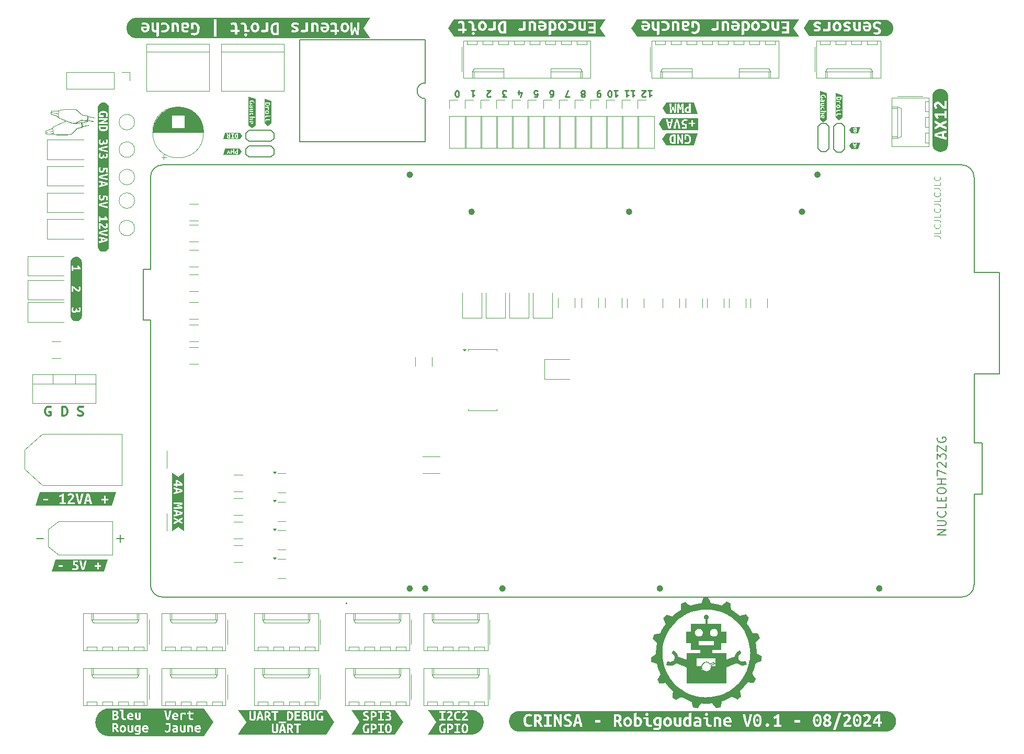
<source format=gbr>
%TF.GenerationSoftware,KiCad,Pcbnew,8.0.2-rc1*%
%TF.CreationDate,2024-08-28T13:59:48+02:00*%
%TF.ProjectId,Carte-Principale,43617274-652d-4507-9269-6e636970616c,rev?*%
%TF.SameCoordinates,Original*%
%TF.FileFunction,Legend,Top*%
%TF.FilePolarity,Positive*%
%FSLAX46Y46*%
G04 Gerber Fmt 4.6, Leading zero omitted, Abs format (unit mm)*
G04 Created by KiCad (PCBNEW 8.0.2-rc1) date 2024-08-28 13:59:48*
%MOMM*%
%LPD*%
G01*
G04 APERTURE LIST*
%ADD10C,0.300000*%
%ADD11C,0.550000*%
%ADD12C,0.250000*%
%ADD13C,0.100000*%
%ADD14C,0.150000*%
%ADD15C,0.120000*%
%ADD16C,0.000000*%
%ADD17C,0.127000*%
%ADD18C,0.200000*%
G04 APERTURE END LIST*
D10*
X63840225Y-93122257D02*
X63697368Y-93050828D01*
X63697368Y-93050828D02*
X63483082Y-93050828D01*
X63483082Y-93050828D02*
X63268796Y-93122257D01*
X63268796Y-93122257D02*
X63125939Y-93265114D01*
X63125939Y-93265114D02*
X63054510Y-93407971D01*
X63054510Y-93407971D02*
X62983082Y-93693685D01*
X62983082Y-93693685D02*
X62983082Y-93907971D01*
X62983082Y-93907971D02*
X63054510Y-94193685D01*
X63054510Y-94193685D02*
X63125939Y-94336542D01*
X63125939Y-94336542D02*
X63268796Y-94479400D01*
X63268796Y-94479400D02*
X63483082Y-94550828D01*
X63483082Y-94550828D02*
X63625939Y-94550828D01*
X63625939Y-94550828D02*
X63840225Y-94479400D01*
X63840225Y-94479400D02*
X63911653Y-94407971D01*
X63911653Y-94407971D02*
X63911653Y-93907971D01*
X63911653Y-93907971D02*
X63625939Y-93907971D01*
X65697367Y-94550828D02*
X65697367Y-93050828D01*
X65697367Y-93050828D02*
X66054510Y-93050828D01*
X66054510Y-93050828D02*
X66268796Y-93122257D01*
X66268796Y-93122257D02*
X66411653Y-93265114D01*
X66411653Y-93265114D02*
X66483082Y-93407971D01*
X66483082Y-93407971D02*
X66554510Y-93693685D01*
X66554510Y-93693685D02*
X66554510Y-93907971D01*
X66554510Y-93907971D02*
X66483082Y-94193685D01*
X66483082Y-94193685D02*
X66411653Y-94336542D01*
X66411653Y-94336542D02*
X66268796Y-94479400D01*
X66268796Y-94479400D02*
X66054510Y-94550828D01*
X66054510Y-94550828D02*
X65697367Y-94550828D01*
X68268796Y-94479400D02*
X68483082Y-94550828D01*
X68483082Y-94550828D02*
X68840224Y-94550828D01*
X68840224Y-94550828D02*
X68983082Y-94479400D01*
X68983082Y-94479400D02*
X69054510Y-94407971D01*
X69054510Y-94407971D02*
X69125939Y-94265114D01*
X69125939Y-94265114D02*
X69125939Y-94122257D01*
X69125939Y-94122257D02*
X69054510Y-93979400D01*
X69054510Y-93979400D02*
X68983082Y-93907971D01*
X68983082Y-93907971D02*
X68840224Y-93836542D01*
X68840224Y-93836542D02*
X68554510Y-93765114D01*
X68554510Y-93765114D02*
X68411653Y-93693685D01*
X68411653Y-93693685D02*
X68340224Y-93622257D01*
X68340224Y-93622257D02*
X68268796Y-93479400D01*
X68268796Y-93479400D02*
X68268796Y-93336542D01*
X68268796Y-93336542D02*
X68340224Y-93193685D01*
X68340224Y-93193685D02*
X68411653Y-93122257D01*
X68411653Y-93122257D02*
X68554510Y-93050828D01*
X68554510Y-93050828D02*
X68911653Y-93050828D01*
X68911653Y-93050828D02*
X69125939Y-93122257D01*
D11*
X185775000Y-61500000D02*
G75*
G02*
X185225000Y-61500000I-275000J0D01*
G01*
X185225000Y-61500000D02*
G75*
G02*
X185775000Y-61500000I275000J0D01*
G01*
X157775000Y-61500000D02*
G75*
G02*
X157225000Y-61500000I-275000J0D01*
G01*
X157225000Y-61500000D02*
G75*
G02*
X157775000Y-61500000I275000J0D01*
G01*
X124775000Y-122500000D02*
G75*
G02*
X124225000Y-122500000I-275000J0D01*
G01*
X124225000Y-122500000D02*
G75*
G02*
X124775000Y-122500000I275000J0D01*
G01*
X132275000Y-61500000D02*
G75*
G02*
X131725000Y-61500000I-275000J0D01*
G01*
X131725000Y-61500000D02*
G75*
G02*
X132275000Y-61500000I275000J0D01*
G01*
X137275000Y-122500000D02*
G75*
G02*
X136725000Y-122500000I-275000J0D01*
G01*
X136725000Y-122500000D02*
G75*
G02*
X137275000Y-122500000I275000J0D01*
G01*
X198275000Y-122500000D02*
G75*
G02*
X197725000Y-122500000I-275000J0D01*
G01*
X197725000Y-122500000D02*
G75*
G02*
X198275000Y-122500000I275000J0D01*
G01*
X122275000Y-55500000D02*
G75*
G02*
X121725000Y-55500000I-275000J0D01*
G01*
X121725000Y-55500000D02*
G75*
G02*
X122275000Y-55500000I275000J0D01*
G01*
X122275000Y-122500000D02*
G75*
G02*
X121725000Y-122500000I-275000J0D01*
G01*
X121725000Y-122500000D02*
G75*
G02*
X122275000Y-122500000I275000J0D01*
G01*
X162775000Y-122500000D02*
G75*
G02*
X162225000Y-122500000I-275000J0D01*
G01*
X162225000Y-122500000D02*
G75*
G02*
X162775000Y-122500000I275000J0D01*
G01*
X188275000Y-55500000D02*
G75*
G02*
X187725000Y-55500000I-275000J0D01*
G01*
X187725000Y-55500000D02*
G75*
G02*
X188275000Y-55500000I275000J0D01*
G01*
D12*
X160550765Y-41885380D02*
X161139336Y-41885380D01*
X160845050Y-41885380D02*
X160845050Y-42885380D01*
X160845050Y-42885380D02*
X160943146Y-42742523D01*
X160943146Y-42742523D02*
X161041241Y-42647285D01*
X161041241Y-42647285D02*
X161139336Y-42599666D01*
X160158384Y-42790142D02*
X160109336Y-42837761D01*
X160109336Y-42837761D02*
X160011241Y-42885380D01*
X160011241Y-42885380D02*
X159766003Y-42885380D01*
X159766003Y-42885380D02*
X159667908Y-42837761D01*
X159667908Y-42837761D02*
X159618860Y-42790142D01*
X159618860Y-42790142D02*
X159569813Y-42694904D01*
X159569813Y-42694904D02*
X159569813Y-42599666D01*
X159569813Y-42599666D02*
X159618860Y-42456809D01*
X159618860Y-42456809D02*
X160207432Y-41885380D01*
X160207432Y-41885380D02*
X159569813Y-41885380D01*
X157804099Y-41885380D02*
X158392670Y-41885380D01*
X158098384Y-41885380D02*
X158098384Y-42885380D01*
X158098384Y-42885380D02*
X158196480Y-42742523D01*
X158196480Y-42742523D02*
X158294575Y-42647285D01*
X158294575Y-42647285D02*
X158392670Y-42599666D01*
X156823147Y-41885380D02*
X157411718Y-41885380D01*
X157117432Y-41885380D02*
X157117432Y-42885380D01*
X157117432Y-42885380D02*
X157215528Y-42742523D01*
X157215528Y-42742523D02*
X157313623Y-42647285D01*
X157313623Y-42647285D02*
X157411718Y-42599666D01*
X155057433Y-41885380D02*
X155646004Y-41885380D01*
X155351718Y-41885380D02*
X155351718Y-42885380D01*
X155351718Y-42885380D02*
X155449814Y-42742523D01*
X155449814Y-42742523D02*
X155547909Y-42647285D01*
X155547909Y-42647285D02*
X155646004Y-42599666D01*
X154419814Y-42885380D02*
X154321719Y-42885380D01*
X154321719Y-42885380D02*
X154223623Y-42837761D01*
X154223623Y-42837761D02*
X154174576Y-42790142D01*
X154174576Y-42790142D02*
X154125528Y-42694904D01*
X154125528Y-42694904D02*
X154076481Y-42504428D01*
X154076481Y-42504428D02*
X154076481Y-42266333D01*
X154076481Y-42266333D02*
X154125528Y-42075857D01*
X154125528Y-42075857D02*
X154174576Y-41980619D01*
X154174576Y-41980619D02*
X154223623Y-41933000D01*
X154223623Y-41933000D02*
X154321719Y-41885380D01*
X154321719Y-41885380D02*
X154419814Y-41885380D01*
X154419814Y-41885380D02*
X154517909Y-41933000D01*
X154517909Y-41933000D02*
X154566957Y-41980619D01*
X154566957Y-41980619D02*
X154616004Y-42075857D01*
X154616004Y-42075857D02*
X154665052Y-42266333D01*
X154665052Y-42266333D02*
X154665052Y-42504428D01*
X154665052Y-42504428D02*
X154616004Y-42694904D01*
X154616004Y-42694904D02*
X154566957Y-42790142D01*
X154566957Y-42790142D02*
X154517909Y-42837761D01*
X154517909Y-42837761D02*
X154419814Y-42885380D01*
X152801243Y-41885380D02*
X152605052Y-41885380D01*
X152605052Y-41885380D02*
X152506957Y-41933000D01*
X152506957Y-41933000D02*
X152457909Y-41980619D01*
X152457909Y-41980619D02*
X152359814Y-42123476D01*
X152359814Y-42123476D02*
X152310767Y-42313952D01*
X152310767Y-42313952D02*
X152310767Y-42694904D01*
X152310767Y-42694904D02*
X152359814Y-42790142D01*
X152359814Y-42790142D02*
X152408862Y-42837761D01*
X152408862Y-42837761D02*
X152506957Y-42885380D01*
X152506957Y-42885380D02*
X152703148Y-42885380D01*
X152703148Y-42885380D02*
X152801243Y-42837761D01*
X152801243Y-42837761D02*
X152850290Y-42790142D01*
X152850290Y-42790142D02*
X152899338Y-42694904D01*
X152899338Y-42694904D02*
X152899338Y-42456809D01*
X152899338Y-42456809D02*
X152850290Y-42361571D01*
X152850290Y-42361571D02*
X152801243Y-42313952D01*
X152801243Y-42313952D02*
X152703148Y-42266333D01*
X152703148Y-42266333D02*
X152506957Y-42266333D01*
X152506957Y-42266333D02*
X152408862Y-42313952D01*
X152408862Y-42313952D02*
X152359814Y-42361571D01*
X152359814Y-42361571D02*
X152310767Y-42456809D01*
X150152672Y-42456809D02*
X150250767Y-42504428D01*
X150250767Y-42504428D02*
X150299814Y-42552047D01*
X150299814Y-42552047D02*
X150348862Y-42647285D01*
X150348862Y-42647285D02*
X150348862Y-42694904D01*
X150348862Y-42694904D02*
X150299814Y-42790142D01*
X150299814Y-42790142D02*
X150250767Y-42837761D01*
X150250767Y-42837761D02*
X150152672Y-42885380D01*
X150152672Y-42885380D02*
X149956481Y-42885380D01*
X149956481Y-42885380D02*
X149858386Y-42837761D01*
X149858386Y-42837761D02*
X149809338Y-42790142D01*
X149809338Y-42790142D02*
X149760291Y-42694904D01*
X149760291Y-42694904D02*
X149760291Y-42647285D01*
X149760291Y-42647285D02*
X149809338Y-42552047D01*
X149809338Y-42552047D02*
X149858386Y-42504428D01*
X149858386Y-42504428D02*
X149956481Y-42456809D01*
X149956481Y-42456809D02*
X150152672Y-42456809D01*
X150152672Y-42456809D02*
X150250767Y-42409190D01*
X150250767Y-42409190D02*
X150299814Y-42361571D01*
X150299814Y-42361571D02*
X150348862Y-42266333D01*
X150348862Y-42266333D02*
X150348862Y-42075857D01*
X150348862Y-42075857D02*
X150299814Y-41980619D01*
X150299814Y-41980619D02*
X150250767Y-41933000D01*
X150250767Y-41933000D02*
X150152672Y-41885380D01*
X150152672Y-41885380D02*
X149956481Y-41885380D01*
X149956481Y-41885380D02*
X149858386Y-41933000D01*
X149858386Y-41933000D02*
X149809338Y-41980619D01*
X149809338Y-41980619D02*
X149760291Y-42075857D01*
X149760291Y-42075857D02*
X149760291Y-42266333D01*
X149760291Y-42266333D02*
X149809338Y-42361571D01*
X149809338Y-42361571D02*
X149858386Y-42409190D01*
X149858386Y-42409190D02*
X149956481Y-42456809D01*
X147847434Y-42885380D02*
X147160767Y-42885380D01*
X147160767Y-42885380D02*
X147602196Y-41885380D01*
X144757434Y-42885380D02*
X144953624Y-42885380D01*
X144953624Y-42885380D02*
X145051720Y-42837761D01*
X145051720Y-42837761D02*
X145100767Y-42790142D01*
X145100767Y-42790142D02*
X145198862Y-42647285D01*
X145198862Y-42647285D02*
X145247910Y-42456809D01*
X145247910Y-42456809D02*
X145247910Y-42075857D01*
X145247910Y-42075857D02*
X145198862Y-41980619D01*
X145198862Y-41980619D02*
X145149815Y-41933000D01*
X145149815Y-41933000D02*
X145051720Y-41885380D01*
X145051720Y-41885380D02*
X144855529Y-41885380D01*
X144855529Y-41885380D02*
X144757434Y-41933000D01*
X144757434Y-41933000D02*
X144708386Y-41980619D01*
X144708386Y-41980619D02*
X144659339Y-42075857D01*
X144659339Y-42075857D02*
X144659339Y-42313952D01*
X144659339Y-42313952D02*
X144708386Y-42409190D01*
X144708386Y-42409190D02*
X144757434Y-42456809D01*
X144757434Y-42456809D02*
X144855529Y-42504428D01*
X144855529Y-42504428D02*
X145051720Y-42504428D01*
X145051720Y-42504428D02*
X145149815Y-42456809D01*
X145149815Y-42456809D02*
X145198862Y-42409190D01*
X145198862Y-42409190D02*
X145247910Y-42313952D01*
X142157910Y-42885380D02*
X142648386Y-42885380D01*
X142648386Y-42885380D02*
X142697434Y-42409190D01*
X142697434Y-42409190D02*
X142648386Y-42456809D01*
X142648386Y-42456809D02*
X142550291Y-42504428D01*
X142550291Y-42504428D02*
X142305053Y-42504428D01*
X142305053Y-42504428D02*
X142206958Y-42456809D01*
X142206958Y-42456809D02*
X142157910Y-42409190D01*
X142157910Y-42409190D02*
X142108863Y-42313952D01*
X142108863Y-42313952D02*
X142108863Y-42075857D01*
X142108863Y-42075857D02*
X142157910Y-41980619D01*
X142157910Y-41980619D02*
X142206958Y-41933000D01*
X142206958Y-41933000D02*
X142305053Y-41885380D01*
X142305053Y-41885380D02*
X142550291Y-41885380D01*
X142550291Y-41885380D02*
X142648386Y-41933000D01*
X142648386Y-41933000D02*
X142697434Y-41980619D01*
X139656482Y-42552047D02*
X139656482Y-41885380D01*
X139901720Y-42933000D02*
X140146958Y-42218714D01*
X140146958Y-42218714D02*
X139509339Y-42218714D01*
X137645530Y-42885380D02*
X137007911Y-42885380D01*
X137007911Y-42885380D02*
X137351244Y-42504428D01*
X137351244Y-42504428D02*
X137204101Y-42504428D01*
X137204101Y-42504428D02*
X137106006Y-42456809D01*
X137106006Y-42456809D02*
X137056958Y-42409190D01*
X137056958Y-42409190D02*
X137007911Y-42313952D01*
X137007911Y-42313952D02*
X137007911Y-42075857D01*
X137007911Y-42075857D02*
X137056958Y-41980619D01*
X137056958Y-41980619D02*
X137106006Y-41933000D01*
X137106006Y-41933000D02*
X137204101Y-41885380D01*
X137204101Y-41885380D02*
X137498387Y-41885380D01*
X137498387Y-41885380D02*
X137596482Y-41933000D01*
X137596482Y-41933000D02*
X137645530Y-41980619D01*
X135046006Y-42790142D02*
X134996958Y-42837761D01*
X134996958Y-42837761D02*
X134898863Y-42885380D01*
X134898863Y-42885380D02*
X134653625Y-42885380D01*
X134653625Y-42885380D02*
X134555530Y-42837761D01*
X134555530Y-42837761D02*
X134506482Y-42790142D01*
X134506482Y-42790142D02*
X134457435Y-42694904D01*
X134457435Y-42694904D02*
X134457435Y-42599666D01*
X134457435Y-42599666D02*
X134506482Y-42456809D01*
X134506482Y-42456809D02*
X135095054Y-41885380D01*
X135095054Y-41885380D02*
X134457435Y-41885380D01*
X131906959Y-41885380D02*
X132495530Y-41885380D01*
X132201244Y-41885380D02*
X132201244Y-42885380D01*
X132201244Y-42885380D02*
X132299340Y-42742523D01*
X132299340Y-42742523D02*
X132397435Y-42647285D01*
X132397435Y-42647285D02*
X132495530Y-42599666D01*
X129699816Y-42885380D02*
X129601721Y-42885380D01*
X129601721Y-42885380D02*
X129503625Y-42837761D01*
X129503625Y-42837761D02*
X129454578Y-42790142D01*
X129454578Y-42790142D02*
X129405530Y-42694904D01*
X129405530Y-42694904D02*
X129356483Y-42504428D01*
X129356483Y-42504428D02*
X129356483Y-42266333D01*
X129356483Y-42266333D02*
X129405530Y-42075857D01*
X129405530Y-42075857D02*
X129454578Y-41980619D01*
X129454578Y-41980619D02*
X129503625Y-41933000D01*
X129503625Y-41933000D02*
X129601721Y-41885380D01*
X129601721Y-41885380D02*
X129699816Y-41885380D01*
X129699816Y-41885380D02*
X129797911Y-41933000D01*
X129797911Y-41933000D02*
X129846959Y-41980619D01*
X129846959Y-41980619D02*
X129896006Y-42075857D01*
X129896006Y-42075857D02*
X129945054Y-42266333D01*
X129945054Y-42266333D02*
X129945054Y-42504428D01*
X129945054Y-42504428D02*
X129896006Y-42694904D01*
X129896006Y-42694904D02*
X129846959Y-42790142D01*
X129846959Y-42790142D02*
X129797911Y-42837761D01*
X129797911Y-42837761D02*
X129699816Y-42885380D01*
D13*
X206872419Y-65410401D02*
X207586704Y-65410401D01*
X207586704Y-65410401D02*
X207729561Y-65458020D01*
X207729561Y-65458020D02*
X207824800Y-65553258D01*
X207824800Y-65553258D02*
X207872419Y-65696115D01*
X207872419Y-65696115D02*
X207872419Y-65791353D01*
X207872419Y-64458020D02*
X207872419Y-64934210D01*
X207872419Y-64934210D02*
X206872419Y-64934210D01*
X207777180Y-63553258D02*
X207824800Y-63600877D01*
X207824800Y-63600877D02*
X207872419Y-63743734D01*
X207872419Y-63743734D02*
X207872419Y-63838972D01*
X207872419Y-63838972D02*
X207824800Y-63981829D01*
X207824800Y-63981829D02*
X207729561Y-64077067D01*
X207729561Y-64077067D02*
X207634323Y-64124686D01*
X207634323Y-64124686D02*
X207443847Y-64172305D01*
X207443847Y-64172305D02*
X207300990Y-64172305D01*
X207300990Y-64172305D02*
X207110514Y-64124686D01*
X207110514Y-64124686D02*
X207015276Y-64077067D01*
X207015276Y-64077067D02*
X206920038Y-63981829D01*
X206920038Y-63981829D02*
X206872419Y-63838972D01*
X206872419Y-63838972D02*
X206872419Y-63743734D01*
X206872419Y-63743734D02*
X206920038Y-63600877D01*
X206920038Y-63600877D02*
X206967657Y-63553258D01*
X206872419Y-62838972D02*
X207586704Y-62838972D01*
X207586704Y-62838972D02*
X207729561Y-62886591D01*
X207729561Y-62886591D02*
X207824800Y-62981829D01*
X207824800Y-62981829D02*
X207872419Y-63124686D01*
X207872419Y-63124686D02*
X207872419Y-63219924D01*
X207872419Y-61886591D02*
X207872419Y-62362781D01*
X207872419Y-62362781D02*
X206872419Y-62362781D01*
X207777180Y-60981829D02*
X207824800Y-61029448D01*
X207824800Y-61029448D02*
X207872419Y-61172305D01*
X207872419Y-61172305D02*
X207872419Y-61267543D01*
X207872419Y-61267543D02*
X207824800Y-61410400D01*
X207824800Y-61410400D02*
X207729561Y-61505638D01*
X207729561Y-61505638D02*
X207634323Y-61553257D01*
X207634323Y-61553257D02*
X207443847Y-61600876D01*
X207443847Y-61600876D02*
X207300990Y-61600876D01*
X207300990Y-61600876D02*
X207110514Y-61553257D01*
X207110514Y-61553257D02*
X207015276Y-61505638D01*
X207015276Y-61505638D02*
X206920038Y-61410400D01*
X206920038Y-61410400D02*
X206872419Y-61267543D01*
X206872419Y-61267543D02*
X206872419Y-61172305D01*
X206872419Y-61172305D02*
X206920038Y-61029448D01*
X206920038Y-61029448D02*
X206967657Y-60981829D01*
X206872419Y-60267543D02*
X207586704Y-60267543D01*
X207586704Y-60267543D02*
X207729561Y-60315162D01*
X207729561Y-60315162D02*
X207824800Y-60410400D01*
X207824800Y-60410400D02*
X207872419Y-60553257D01*
X207872419Y-60553257D02*
X207872419Y-60648495D01*
X207872419Y-59315162D02*
X207872419Y-59791352D01*
X207872419Y-59791352D02*
X206872419Y-59791352D01*
X207777180Y-58410400D02*
X207824800Y-58458019D01*
X207824800Y-58458019D02*
X207872419Y-58600876D01*
X207872419Y-58600876D02*
X207872419Y-58696114D01*
X207872419Y-58696114D02*
X207824800Y-58838971D01*
X207824800Y-58838971D02*
X207729561Y-58934209D01*
X207729561Y-58934209D02*
X207634323Y-58981828D01*
X207634323Y-58981828D02*
X207443847Y-59029447D01*
X207443847Y-59029447D02*
X207300990Y-59029447D01*
X207300990Y-59029447D02*
X207110514Y-58981828D01*
X207110514Y-58981828D02*
X207015276Y-58934209D01*
X207015276Y-58934209D02*
X206920038Y-58838971D01*
X206920038Y-58838971D02*
X206872419Y-58696114D01*
X206872419Y-58696114D02*
X206872419Y-58600876D01*
X206872419Y-58600876D02*
X206920038Y-58458019D01*
X206920038Y-58458019D02*
X206967657Y-58410400D01*
X206872419Y-57696114D02*
X207586704Y-57696114D01*
X207586704Y-57696114D02*
X207729561Y-57743733D01*
X207729561Y-57743733D02*
X207824800Y-57838971D01*
X207824800Y-57838971D02*
X207872419Y-57981828D01*
X207872419Y-57981828D02*
X207872419Y-58077066D01*
X207872419Y-56743733D02*
X207872419Y-57219923D01*
X207872419Y-57219923D02*
X206872419Y-57219923D01*
X207777180Y-55838971D02*
X207824800Y-55886590D01*
X207824800Y-55886590D02*
X207872419Y-56029447D01*
X207872419Y-56029447D02*
X207872419Y-56124685D01*
X207872419Y-56124685D02*
X207824800Y-56267542D01*
X207824800Y-56267542D02*
X207729561Y-56362780D01*
X207729561Y-56362780D02*
X207634323Y-56410399D01*
X207634323Y-56410399D02*
X207443847Y-56458018D01*
X207443847Y-56458018D02*
X207300990Y-56458018D01*
X207300990Y-56458018D02*
X207110514Y-56410399D01*
X207110514Y-56410399D02*
X207015276Y-56362780D01*
X207015276Y-56362780D02*
X206920038Y-56267542D01*
X206920038Y-56267542D02*
X206872419Y-56124685D01*
X206872419Y-56124685D02*
X206872419Y-56029447D01*
X206872419Y-56029447D02*
X206920038Y-55886590D01*
X206920038Y-55886590D02*
X206967657Y-55838971D01*
D14*
X208792866Y-113784666D02*
X207392866Y-113784666D01*
X207392866Y-113784666D02*
X208792866Y-112984666D01*
X208792866Y-112984666D02*
X207392866Y-112984666D01*
X207392866Y-112317999D02*
X208526200Y-112317999D01*
X208526200Y-112317999D02*
X208659533Y-112251333D01*
X208659533Y-112251333D02*
X208726200Y-112184666D01*
X208726200Y-112184666D02*
X208792866Y-112051333D01*
X208792866Y-112051333D02*
X208792866Y-111784666D01*
X208792866Y-111784666D02*
X208726200Y-111651333D01*
X208726200Y-111651333D02*
X208659533Y-111584666D01*
X208659533Y-111584666D02*
X208526200Y-111517999D01*
X208526200Y-111517999D02*
X207392866Y-111517999D01*
X208659533Y-110051332D02*
X208726200Y-110117999D01*
X208726200Y-110117999D02*
X208792866Y-110317999D01*
X208792866Y-110317999D02*
X208792866Y-110451332D01*
X208792866Y-110451332D02*
X208726200Y-110651332D01*
X208726200Y-110651332D02*
X208592866Y-110784666D01*
X208592866Y-110784666D02*
X208459533Y-110851332D01*
X208459533Y-110851332D02*
X208192866Y-110917999D01*
X208192866Y-110917999D02*
X207992866Y-110917999D01*
X207992866Y-110917999D02*
X207726200Y-110851332D01*
X207726200Y-110851332D02*
X207592866Y-110784666D01*
X207592866Y-110784666D02*
X207459533Y-110651332D01*
X207459533Y-110651332D02*
X207392866Y-110451332D01*
X207392866Y-110451332D02*
X207392866Y-110317999D01*
X207392866Y-110317999D02*
X207459533Y-110117999D01*
X207459533Y-110117999D02*
X207526200Y-110051332D01*
X208792866Y-108784666D02*
X208792866Y-109451332D01*
X208792866Y-109451332D02*
X207392866Y-109451332D01*
X208059533Y-108317999D02*
X208059533Y-107851333D01*
X208792866Y-107651333D02*
X208792866Y-108317999D01*
X208792866Y-108317999D02*
X207392866Y-108317999D01*
X207392866Y-108317999D02*
X207392866Y-107651333D01*
X207392866Y-106784666D02*
X207392866Y-106517999D01*
X207392866Y-106517999D02*
X207459533Y-106384666D01*
X207459533Y-106384666D02*
X207592866Y-106251332D01*
X207592866Y-106251332D02*
X207859533Y-106184666D01*
X207859533Y-106184666D02*
X208326200Y-106184666D01*
X208326200Y-106184666D02*
X208592866Y-106251332D01*
X208592866Y-106251332D02*
X208726200Y-106384666D01*
X208726200Y-106384666D02*
X208792866Y-106517999D01*
X208792866Y-106517999D02*
X208792866Y-106784666D01*
X208792866Y-106784666D02*
X208726200Y-106917999D01*
X208726200Y-106917999D02*
X208592866Y-107051332D01*
X208592866Y-107051332D02*
X208326200Y-107117999D01*
X208326200Y-107117999D02*
X207859533Y-107117999D01*
X207859533Y-107117999D02*
X207592866Y-107051332D01*
X207592866Y-107051332D02*
X207459533Y-106917999D01*
X207459533Y-106917999D02*
X207392866Y-106784666D01*
X208792866Y-105584665D02*
X207392866Y-105584665D01*
X208059533Y-105584665D02*
X208059533Y-104784665D01*
X208792866Y-104784665D02*
X207392866Y-104784665D01*
X207392866Y-104251332D02*
X207392866Y-103317998D01*
X207392866Y-103317998D02*
X208792866Y-103917998D01*
X207526200Y-102851332D02*
X207459533Y-102784665D01*
X207459533Y-102784665D02*
X207392866Y-102651332D01*
X207392866Y-102651332D02*
X207392866Y-102317999D01*
X207392866Y-102317999D02*
X207459533Y-102184665D01*
X207459533Y-102184665D02*
X207526200Y-102117999D01*
X207526200Y-102117999D02*
X207659533Y-102051332D01*
X207659533Y-102051332D02*
X207792866Y-102051332D01*
X207792866Y-102051332D02*
X207992866Y-102117999D01*
X207992866Y-102117999D02*
X208792866Y-102917999D01*
X208792866Y-102917999D02*
X208792866Y-102051332D01*
X207392866Y-101584666D02*
X207392866Y-100717999D01*
X207392866Y-100717999D02*
X207926200Y-101184666D01*
X207926200Y-101184666D02*
X207926200Y-100984666D01*
X207926200Y-100984666D02*
X207992866Y-100851332D01*
X207992866Y-100851332D02*
X208059533Y-100784666D01*
X208059533Y-100784666D02*
X208192866Y-100717999D01*
X208192866Y-100717999D02*
X208526200Y-100717999D01*
X208526200Y-100717999D02*
X208659533Y-100784666D01*
X208659533Y-100784666D02*
X208726200Y-100851332D01*
X208726200Y-100851332D02*
X208792866Y-100984666D01*
X208792866Y-100984666D02*
X208792866Y-101384666D01*
X208792866Y-101384666D02*
X208726200Y-101517999D01*
X208726200Y-101517999D02*
X208659533Y-101584666D01*
X207392866Y-100251333D02*
X207392866Y-99317999D01*
X207392866Y-99317999D02*
X208792866Y-100251333D01*
X208792866Y-100251333D02*
X208792866Y-99317999D01*
X207459533Y-98051333D02*
X207392866Y-98184666D01*
X207392866Y-98184666D02*
X207392866Y-98384666D01*
X207392866Y-98384666D02*
X207459533Y-98584666D01*
X207459533Y-98584666D02*
X207592866Y-98718000D01*
X207592866Y-98718000D02*
X207726200Y-98784666D01*
X207726200Y-98784666D02*
X207992866Y-98851333D01*
X207992866Y-98851333D02*
X208192866Y-98851333D01*
X208192866Y-98851333D02*
X208459533Y-98784666D01*
X208459533Y-98784666D02*
X208592866Y-98718000D01*
X208592866Y-98718000D02*
X208726200Y-98584666D01*
X208726200Y-98584666D02*
X208792866Y-98384666D01*
X208792866Y-98384666D02*
X208792866Y-98251333D01*
X208792866Y-98251333D02*
X208726200Y-98051333D01*
X208726200Y-98051333D02*
X208659533Y-97984666D01*
X208659533Y-97984666D02*
X208192866Y-97984666D01*
X208192866Y-97984666D02*
X208192866Y-98251333D01*
X61548571Y-114414700D02*
X62691429Y-114414700D01*
X74548571Y-114414700D02*
X75691429Y-114414700D01*
X75120000Y-114986128D02*
X75120000Y-113843271D01*
D15*
%TO.C,D1*%
X60140000Y-72555000D02*
X60140000Y-75725000D01*
X60140000Y-75725000D02*
X66000000Y-75725000D01*
X66000000Y-72555000D02*
X60140000Y-72555000D01*
%TO.C,J11*%
X124240000Y-126550000D02*
X124240000Y-132570000D01*
X124240000Y-132570000D02*
X134620000Y-132570000D01*
X124820000Y-131970000D02*
X124820000Y-132570000D01*
X125620000Y-127550000D02*
X125620000Y-126550000D01*
X125870000Y-126550000D02*
X125870000Y-127550000D01*
X125870000Y-128080000D02*
X125620000Y-127550000D01*
X126420000Y-131970000D02*
X124820000Y-131970000D01*
X126420000Y-132570000D02*
X126420000Y-131970000D01*
X127360000Y-131970000D02*
X127360000Y-132570000D01*
X128960000Y-131970000D02*
X127360000Y-131970000D01*
X128960000Y-132570000D02*
X128960000Y-131970000D01*
X129900000Y-131970000D02*
X129900000Y-132570000D01*
X131500000Y-131970000D02*
X129900000Y-131970000D01*
X131500000Y-132570000D02*
X131500000Y-131970000D01*
X132440000Y-131970000D02*
X132440000Y-132570000D01*
X132990000Y-126550000D02*
X132990000Y-127550000D01*
X132990000Y-128080000D02*
X125870000Y-128080000D01*
X133240000Y-126550000D02*
X133240000Y-127550000D01*
X133240000Y-127550000D02*
X125620000Y-127550000D01*
X133240000Y-127550000D02*
X132990000Y-128080000D01*
X134040000Y-131970000D02*
X132440000Y-131970000D01*
X134040000Y-132570000D02*
X134040000Y-131970000D01*
X134620000Y-126550000D02*
X124240000Y-126550000D01*
X134620000Y-132570000D02*
X134620000Y-126550000D01*
X134910000Y-131540000D02*
X134910000Y-127540000D01*
D16*
%TO.C,kibuzzard-66C837D2*%
G36*
X68179290Y-68779156D02*
G01*
X68351690Y-68831452D01*
X68510574Y-68916378D01*
X68649838Y-69030669D01*
X68764128Y-69169932D01*
X68849054Y-69328817D01*
X68901351Y-69501216D01*
X68919009Y-69680506D01*
X68919009Y-70151696D01*
X68919009Y-77848304D01*
X68919009Y-78319494D01*
X68901351Y-78498784D01*
X68849054Y-78671183D01*
X68764128Y-78830068D01*
X68649838Y-78969331D01*
X68510574Y-79083622D01*
X68351690Y-79168548D01*
X68179290Y-79220844D01*
X68000000Y-79238503D01*
X67820710Y-79220844D01*
X67648310Y-79168548D01*
X67489426Y-79083622D01*
X67350162Y-78969331D01*
X67235872Y-78830068D01*
X67150946Y-78671183D01*
X67098649Y-78498784D01*
X67080991Y-78319494D01*
X67080991Y-77848304D01*
X67080991Y-77310016D01*
X67269467Y-77310016D01*
X67277666Y-77440630D01*
X67302262Y-77552019D01*
X67341842Y-77644750D01*
X67394992Y-77719386D01*
X67536349Y-77816640D01*
X67715024Y-77848304D01*
X67828675Y-77833320D01*
X67925363Y-77788368D01*
X68002827Y-77716276D01*
X68058805Y-77619871D01*
X68176414Y-77746527D01*
X68336995Y-77794023D01*
X68493053Y-77766882D01*
X68618578Y-77683199D01*
X68701131Y-77539580D01*
X68723183Y-77444871D01*
X68730533Y-77334895D01*
X68720073Y-77214742D01*
X68688691Y-77107593D01*
X68606139Y-76945880D01*
X68402585Y-77045396D01*
X68467044Y-77179968D01*
X68493053Y-77337157D01*
X68448950Y-77464943D01*
X68327948Y-77511309D01*
X68242003Y-77489822D01*
X68187722Y-77434410D01*
X68158320Y-77357512D01*
X68149273Y-77271567D01*
X68149273Y-77167528D01*
X67918578Y-77167528D01*
X67918578Y-77253473D01*
X67907553Y-77377302D01*
X67874475Y-77477383D01*
X67813691Y-77543538D01*
X67719548Y-77565590D01*
X67568013Y-77507916D01*
X67522213Y-77429039D01*
X67506947Y-77307754D01*
X67513166Y-77200606D01*
X67531826Y-77109855D01*
X67579321Y-76975283D01*
X67346365Y-76921002D01*
X67321486Y-76991115D01*
X67296607Y-77089499D01*
X67277383Y-77200323D01*
X67269467Y-77310016D01*
X67080991Y-77310016D01*
X67080991Y-74480614D01*
X67080991Y-73566882D01*
X67298869Y-73566882D01*
X67298869Y-74480614D01*
X67529564Y-74480614D01*
X67529564Y-73878998D01*
X67604200Y-73902746D01*
X67684491Y-73960420D01*
X67761389Y-74032795D01*
X67825848Y-74100646D01*
X67938934Y-74215994D01*
X68061066Y-74317771D01*
X68191115Y-74390145D01*
X68330210Y-74417286D01*
X68505493Y-74381099D01*
X68631018Y-74283845D01*
X68705654Y-74143619D01*
X68730533Y-73978514D01*
X68719225Y-73860622D01*
X68685299Y-73742165D01*
X68627625Y-73630493D01*
X68545073Y-73532956D01*
X68350565Y-73670921D01*
X68456866Y-73813409D01*
X68488530Y-73951373D01*
X68442165Y-74082553D01*
X68309855Y-74134572D01*
X68189984Y-74092730D01*
X68067851Y-73986430D01*
X68003110Y-73919709D01*
X67935541Y-73848465D01*
X67863732Y-73777221D01*
X67786268Y-73710501D01*
X67702302Y-73651696D01*
X67610985Y-73604200D01*
X67511470Y-73572819D01*
X67402908Y-73562359D01*
X67355412Y-73561228D01*
X67298869Y-73566882D01*
X67080991Y-73566882D01*
X67080991Y-71081260D01*
X67080991Y-70230856D01*
X67298869Y-70230856D01*
X67298869Y-71081260D01*
X67529564Y-71081260D01*
X67529564Y-70803069D01*
X68698869Y-70803069D01*
X68698869Y-70613086D01*
X68610662Y-70515832D01*
X68529241Y-70395961D01*
X68459128Y-70269305D01*
X68407108Y-70151696D01*
X68176414Y-70242165D01*
X68231826Y-70380129D01*
X68312116Y-70524879D01*
X67529564Y-70524879D01*
X67529564Y-70230856D01*
X67298869Y-70230856D01*
X67080991Y-70230856D01*
X67080991Y-70151696D01*
X67080991Y-69680506D01*
X67098649Y-69501216D01*
X67150946Y-69328817D01*
X67235872Y-69169932D01*
X67350162Y-69030669D01*
X67489426Y-68916378D01*
X67648310Y-68831452D01*
X67820710Y-68779156D01*
X68000000Y-68761497D01*
X68179290Y-68779156D01*
G37*
D15*
%TO.C,R2*%
X87723737Y-83395000D02*
X86276263Y-83395000D01*
X87723737Y-86105000D02*
X86276263Y-86105000D01*
%TO.C,J6*%
X96810000Y-126550000D02*
X96810000Y-132570000D01*
X96810000Y-132570000D02*
X107190000Y-132570000D01*
X97390000Y-131970000D02*
X97390000Y-132570000D01*
X98190000Y-127550000D02*
X98190000Y-126550000D01*
X98440000Y-126550000D02*
X98440000Y-127550000D01*
X98440000Y-128080000D02*
X98190000Y-127550000D01*
X98990000Y-131970000D02*
X97390000Y-131970000D01*
X98990000Y-132570000D02*
X98990000Y-131970000D01*
X99930000Y-131970000D02*
X99930000Y-132570000D01*
X101530000Y-131970000D02*
X99930000Y-131970000D01*
X101530000Y-132570000D02*
X101530000Y-131970000D01*
X102470000Y-131970000D02*
X102470000Y-132570000D01*
X104070000Y-131970000D02*
X102470000Y-131970000D01*
X104070000Y-132570000D02*
X104070000Y-131970000D01*
X105010000Y-131970000D02*
X105010000Y-132570000D01*
X105560000Y-126550000D02*
X105560000Y-127550000D01*
X105560000Y-128080000D02*
X98440000Y-128080000D01*
X105810000Y-126550000D02*
X105810000Y-127550000D01*
X105810000Y-127550000D02*
X98190000Y-127550000D01*
X105810000Y-127550000D02*
X105560000Y-128080000D01*
X106610000Y-131970000D02*
X105010000Y-131970000D01*
X106610000Y-132570000D02*
X106610000Y-131970000D01*
X107190000Y-126550000D02*
X96810000Y-126550000D01*
X107190000Y-132570000D02*
X107190000Y-126550000D01*
X107480000Y-131540000D02*
X107480000Y-127540000D01*
%TO.C,M5*%
X138580000Y-43420000D02*
X139910000Y-43420000D01*
X138580000Y-44750000D02*
X138580000Y-43420000D01*
X138580000Y-46020000D02*
X138580000Y-51160000D01*
X138580000Y-46020000D02*
X141240000Y-46020000D01*
X138580000Y-51160000D02*
X141240000Y-51160000D01*
X141240000Y-46020000D02*
X141240000Y-51160000D01*
D17*
%TO.C,DRV1*%
X104140000Y-33655000D02*
X124460000Y-33655000D01*
X104140000Y-50165000D02*
X104140000Y-33655000D01*
X124460000Y-33655000D02*
X124460000Y-40640000D01*
X124460000Y-43180000D02*
X124460000Y-50165000D01*
X124460000Y-50165000D02*
X104140000Y-50165000D01*
X124460000Y-43180000D02*
G75*
G02*
X124460000Y-40640000I0J1270000D01*
G01*
D14*
%TO.C,TP6*%
X95430000Y-51350000D02*
X95930000Y-50850000D01*
X95430000Y-52150000D02*
X95430000Y-51350000D01*
X95930000Y-50850000D02*
X99530000Y-50850000D01*
X95930000Y-52650000D02*
X95430000Y-52150000D01*
X99530000Y-50850000D02*
X100030000Y-51350000D01*
X99530000Y-52650000D02*
X95930000Y-52650000D01*
X100030000Y-51350000D02*
X100030000Y-52150000D01*
X100030000Y-52150000D02*
X99530000Y-52650000D01*
D16*
%TO.C,G1*%
G36*
X170157426Y-126738842D02*
G01*
X170245932Y-126782267D01*
X170322357Y-126848740D01*
X170325863Y-126852779D01*
X170382693Y-126940708D01*
X170413217Y-127040193D01*
X170417175Y-127145620D01*
X170398660Y-127243606D01*
X170358191Y-127327306D01*
X170292568Y-127402881D01*
X170275828Y-127417836D01*
X170203099Y-127480469D01*
X170203091Y-127839401D01*
X170203084Y-128198334D01*
X171309167Y-128202051D01*
X172415249Y-128205769D01*
X172422502Y-128844032D01*
X172429755Y-129482296D01*
X172850429Y-129489549D01*
X173271103Y-129496802D01*
X173271103Y-130410680D01*
X173271103Y-131324558D01*
X172846979Y-131328403D01*
X172422854Y-131332248D01*
X172419052Y-131872378D01*
X172415249Y-132412508D01*
X171711708Y-132419761D01*
X171008167Y-132427014D01*
X171004206Y-132684495D01*
X171000245Y-132941976D01*
X172139300Y-132941976D01*
X173278356Y-132941976D01*
X173278356Y-133464192D01*
X173278563Y-133606993D01*
X173279239Y-133723060D01*
X173280462Y-133814672D01*
X173282311Y-133884105D01*
X173284866Y-133933635D01*
X173288205Y-133965540D01*
X173292408Y-133982095D01*
X173296488Y-133985817D01*
X173313402Y-133980903D01*
X173354845Y-133967047D01*
X173418077Y-133945216D01*
X173500360Y-133916373D01*
X173598953Y-133881485D01*
X173711118Y-133841517D01*
X173834115Y-133797433D01*
X173965205Y-133750200D01*
X173966168Y-133749852D01*
X174617715Y-133514478D01*
X174635615Y-133427685D01*
X174686104Y-133253349D01*
X174762752Y-133087725D01*
X174863309Y-132933658D01*
X174985522Y-132793993D01*
X175127137Y-132671576D01*
X175285904Y-132569253D01*
X175335585Y-132543372D01*
X175384903Y-132519437D01*
X175423535Y-132501510D01*
X175444720Y-132492703D01*
X175446514Y-132492290D01*
X175454500Y-132504451D01*
X175472837Y-132537603D01*
X175498974Y-132586756D01*
X175530357Y-132646917D01*
X175564435Y-132713095D01*
X175598655Y-132780298D01*
X175630464Y-132843533D01*
X175657311Y-132897809D01*
X175676643Y-132938133D01*
X175685906Y-132959515D01*
X175686351Y-132961359D01*
X175674317Y-132969723D01*
X175642324Y-132987359D01*
X175596533Y-133010915D01*
X175581183Y-133018558D01*
X175457745Y-133094484D01*
X175356647Y-133188449D01*
X175278890Y-133298829D01*
X175225479Y-133424004D01*
X175197416Y-133562351D01*
X175193147Y-133645753D01*
X175206889Y-133788493D01*
X175247184Y-133921102D01*
X175312637Y-134041160D01*
X175401856Y-134146242D01*
X175513444Y-134233925D01*
X175541503Y-134251015D01*
X175659633Y-134303324D01*
X175788370Y-134331508D01*
X175922262Y-134335605D01*
X176055854Y-134315651D01*
X176183693Y-134271684D01*
X176233847Y-134246352D01*
X176309899Y-134203869D01*
X176447811Y-134479402D01*
X176488706Y-134561678D01*
X176524783Y-134635350D01*
X176554132Y-134696429D01*
X176574843Y-134740927D01*
X176585008Y-134764853D01*
X176585723Y-134767566D01*
X176573353Y-134781256D01*
X176540297Y-134802912D01*
X176492630Y-134829302D01*
X176436429Y-134857194D01*
X176377772Y-134883359D01*
X176339121Y-134898686D01*
X176201786Y-134941473D01*
X176063213Y-134966690D01*
X175911926Y-134976325D01*
X175889435Y-134976542D01*
X175702215Y-134965069D01*
X175526199Y-134928485D01*
X175358880Y-134865835D01*
X175197749Y-134776165D01*
X175040300Y-134658521D01*
X175029428Y-134649280D01*
X174945492Y-134577371D01*
X174188080Y-134886235D01*
X174045327Y-134944485D01*
X173908645Y-135000327D01*
X173780761Y-135052642D01*
X173664404Y-135100312D01*
X173562300Y-135142217D01*
X173477177Y-135177239D01*
X173411762Y-135204258D01*
X173368783Y-135222156D01*
X173354512Y-135228219D01*
X173278356Y-135261339D01*
X173278356Y-136582183D01*
X173278356Y-137903027D01*
X170043518Y-137903027D01*
X166808681Y-137903027D01*
X166808681Y-136600653D01*
X166808681Y-135605612D01*
X169216677Y-135605612D01*
X169224046Y-135628595D01*
X169241318Y-135659098D01*
X169261231Y-135685979D01*
X169276530Y-135698096D01*
X169276934Y-135698116D01*
X169297213Y-135691337D01*
X169333805Y-135673717D01*
X169371247Y-135653306D01*
X169449567Y-135608496D01*
X169540482Y-135693197D01*
X169647133Y-135778825D01*
X169756787Y-135837819D01*
X169875035Y-135872442D01*
X170007468Y-135884956D01*
X170014506Y-135885042D01*
X170078700Y-135883470D01*
X170141151Y-135878442D01*
X170186957Y-135871310D01*
X170312133Y-135828180D01*
X170425136Y-135761366D01*
X170523553Y-135674506D01*
X170604973Y-135571236D01*
X170666982Y-135455194D01*
X170707167Y-135330016D01*
X170723117Y-135199341D01*
X170714163Y-135076518D01*
X170704517Y-135023583D01*
X170695648Y-134980549D01*
X170689569Y-134957046D01*
X170695912Y-134944759D01*
X170722102Y-134923880D01*
X170769620Y-134893479D01*
X170839944Y-134852626D01*
X170934556Y-134800388D01*
X170963442Y-134784758D01*
X171244937Y-134632966D01*
X171216835Y-134577881D01*
X171188733Y-134522797D01*
X171083944Y-134579837D01*
X171029512Y-134609499D01*
X170958783Y-134648088D01*
X170880909Y-134690610D01*
X170805083Y-134732046D01*
X170631011Y-134827215D01*
X170603054Y-134787594D01*
X170541406Y-134715669D01*
X170461866Y-134645252D01*
X170374695Y-134584862D01*
X170328312Y-134559542D01*
X170198563Y-134510836D01*
X170068144Y-134488961D01*
X169939823Y-134492034D01*
X169816367Y-134518168D01*
X169700544Y-134565479D01*
X169595120Y-134632083D01*
X169502863Y-134716094D01*
X169426539Y-134815629D01*
X169368917Y-134928802D01*
X169332763Y-135053728D01*
X169320845Y-135188523D01*
X169323415Y-135243977D01*
X169332408Y-135310382D01*
X169346936Y-135378026D01*
X169361137Y-135424437D01*
X169376327Y-135466153D01*
X169385460Y-135494684D01*
X169386778Y-135502677D01*
X169373467Y-135510309D01*
X169341808Y-135528229D01*
X169300086Y-135551751D01*
X169257736Y-135576553D01*
X169227714Y-135595975D01*
X169216677Y-135605612D01*
X166808681Y-135605612D01*
X166808681Y-135298280D01*
X166366179Y-135117876D01*
X168447859Y-135117876D01*
X168816188Y-135117876D01*
X169184517Y-135117876D01*
X169207752Y-135014985D01*
X169227307Y-134944850D01*
X169254005Y-134869233D01*
X169275599Y-134818620D01*
X169321954Y-134740355D01*
X169386222Y-134657224D01*
X169460647Y-134577886D01*
X169537476Y-134511000D01*
X169574571Y-134484801D01*
X169663832Y-134437610D01*
X169769790Y-134397381D01*
X169880276Y-134368148D01*
X169965467Y-134355234D01*
X170096707Y-134357056D01*
X170231667Y-134383573D01*
X170363645Y-134432400D01*
X170485941Y-134501156D01*
X170576074Y-134572372D01*
X170665511Y-134655174D01*
X170728044Y-134623319D01*
X170761698Y-134605673D01*
X170815028Y-134577115D01*
X170882302Y-134540742D01*
X170957790Y-134499648D01*
X171013245Y-134469294D01*
X171085583Y-134429980D01*
X171148590Y-134396448D01*
X171198112Y-134370852D01*
X171229994Y-134355346D01*
X171240135Y-134351718D01*
X171248343Y-134365451D01*
X171267701Y-134399627D01*
X171295409Y-134449253D01*
X171328662Y-134509335D01*
X171332268Y-134515877D01*
X171370233Y-134586655D01*
X171394196Y-134636391D01*
X171405576Y-134668621D01*
X171405793Y-134686878D01*
X171402751Y-134691364D01*
X171385132Y-134702861D01*
X171346067Y-134725715D01*
X171289692Y-134757594D01*
X171220140Y-134796166D01*
X171141545Y-134839098D01*
X171124215Y-134848484D01*
X171044636Y-134891770D01*
X170973582Y-134930900D01*
X170915088Y-134963612D01*
X170873191Y-134987642D01*
X170851928Y-135000729D01*
X170850410Y-135001925D01*
X170844457Y-135023090D01*
X170846293Y-135059235D01*
X170847441Y-135066021D01*
X170857169Y-135117876D01*
X171168390Y-135117876D01*
X171479612Y-135117876D01*
X171479612Y-134479612D01*
X171479612Y-133841348D01*
X169963735Y-133841348D01*
X168447859Y-133841348D01*
X168447859Y-134479612D01*
X168447859Y-135117876D01*
X166366179Y-135117876D01*
X166297345Y-135089813D01*
X166164495Y-135035650D01*
X166024374Y-134978519D01*
X165883041Y-134920893D01*
X165746556Y-134865240D01*
X165620979Y-134814033D01*
X165512369Y-134769743D01*
X165455118Y-134746394D01*
X165124228Y-134611442D01*
X165019938Y-134699155D01*
X164875603Y-134807523D01*
X164727032Y-134891600D01*
X164565765Y-134955800D01*
X164478093Y-134981726D01*
X164392605Y-134997691D01*
X164288035Y-135006728D01*
X164173448Y-135008938D01*
X164057908Y-135004421D01*
X163950482Y-134993278D01*
X163860234Y-134975607D01*
X163857494Y-134974871D01*
X163795552Y-134955496D01*
X163727172Y-134930029D01*
X163658159Y-134901140D01*
X163594323Y-134871502D01*
X163541471Y-134843788D01*
X163505411Y-134820669D01*
X163492396Y-134806890D01*
X163496445Y-134788712D01*
X163511958Y-134748813D01*
X163537130Y-134691270D01*
X163570154Y-134620160D01*
X163609225Y-134539562D01*
X163623837Y-134510179D01*
X163639137Y-134479612D01*
X163762686Y-134232773D01*
X163817904Y-134269315D01*
X163863438Y-134294900D01*
X163921115Y-134321391D01*
X163958256Y-134335779D01*
X164092902Y-134368346D01*
X164228416Y-134373154D01*
X164361193Y-134351109D01*
X164487625Y-134303116D01*
X164604106Y-134230080D01*
X164689636Y-134152169D01*
X164777771Y-134038191D01*
X164839149Y-133914648D01*
X164873460Y-133783896D01*
X164880395Y-133648293D01*
X164859646Y-133510196D01*
X164810904Y-133371961D01*
X164795952Y-133340891D01*
X164748194Y-133267596D01*
X164681128Y-133192736D01*
X164602946Y-133123999D01*
X164521838Y-133069070D01*
X164487239Y-133051212D01*
X164440115Y-133029363D01*
X164404330Y-133012379D01*
X164387151Y-133003715D01*
X164386823Y-133003502D01*
X164389432Y-132988829D01*
X164403701Y-132953836D01*
X164427052Y-132903478D01*
X164456903Y-132842711D01*
X164490673Y-132776491D01*
X164525784Y-132709774D01*
X164559653Y-132647515D01*
X164589701Y-132594671D01*
X164613347Y-132556196D01*
X164628012Y-132537046D01*
X164630346Y-132535808D01*
X164670127Y-132544938D01*
X164726475Y-132570099D01*
X164794364Y-132607948D01*
X164868765Y-132655140D01*
X164944652Y-132708334D01*
X165016997Y-132764184D01*
X165080773Y-132819349D01*
X165127248Y-132866273D01*
X165230658Y-132999578D01*
X165318479Y-133147537D01*
X165386714Y-133302379D01*
X165431366Y-133456330D01*
X165431899Y-133458896D01*
X165450232Y-133547888D01*
X166119108Y-133788907D01*
X166251713Y-133836616D01*
X166375988Y-133881189D01*
X166489274Y-133921680D01*
X166588908Y-133957145D01*
X166672229Y-133986639D01*
X166736576Y-134009219D01*
X166779287Y-134023938D01*
X166797701Y-134029853D01*
X166798156Y-134029926D01*
X166800551Y-134015951D01*
X166802946Y-133976145D01*
X166805259Y-133913692D01*
X166807408Y-133831772D01*
X166809311Y-133733569D01*
X166810885Y-133622264D01*
X166812048Y-133501040D01*
X166812131Y-133489578D01*
X166815934Y-132949229D01*
X167929604Y-132945513D01*
X169043273Y-132941796D01*
X169039312Y-132684405D01*
X169035352Y-132427014D01*
X168273787Y-132419761D01*
X167512222Y-132412508D01*
X167508419Y-131872408D01*
X167507064Y-131679955D01*
X168810509Y-131679955D01*
X170021759Y-131679955D01*
X171233010Y-131679955D01*
X171233010Y-131346317D01*
X171233010Y-131012679D01*
X170021759Y-131012679D01*
X168810509Y-131012679D01*
X168810509Y-131346317D01*
X168810509Y-131679955D01*
X167507064Y-131679955D01*
X167504715Y-131346317D01*
X167504616Y-131332308D01*
X167138516Y-131328433D01*
X166772416Y-131324558D01*
X166772416Y-130410680D01*
X166772416Y-129707546D01*
X168179117Y-129707546D01*
X168199117Y-129828893D01*
X168244404Y-129945185D01*
X168272189Y-129993028D01*
X168357759Y-130102162D01*
X168456834Y-130185623D01*
X168569481Y-130243446D01*
X168695769Y-130275668D01*
X168834321Y-130282382D01*
X168906945Y-130277823D01*
X168962295Y-130269245D01*
X169012072Y-130254085D01*
X169062403Y-130232402D01*
X169176112Y-130165029D01*
X169269061Y-130081273D01*
X169341203Y-129984494D01*
X169392496Y-129878054D01*
X169422895Y-129765313D01*
X169432355Y-129649631D01*
X169430318Y-129629252D01*
X170611762Y-129629252D01*
X170619752Y-129762688D01*
X170655114Y-129892131D01*
X170700637Y-129986359D01*
X170762136Y-130068605D01*
X170843759Y-130145136D01*
X170937206Y-130209776D01*
X171034173Y-130256353D01*
X171084264Y-130271630D01*
X171161070Y-130282632D01*
X171250968Y-130284924D01*
X171339520Y-130278709D01*
X171402002Y-130267144D01*
X171521009Y-130221024D01*
X171629622Y-130150760D01*
X171722581Y-130060683D01*
X171794626Y-129955125D01*
X171804585Y-129935605D01*
X171849173Y-129813033D01*
X171866918Y-129688810D01*
X171859562Y-129566228D01*
X171828850Y-129448576D01*
X171776525Y-129339149D01*
X171704330Y-129241236D01*
X171614011Y-129158131D01*
X171507309Y-129093123D01*
X171385970Y-129049506D01*
X171329108Y-129038049D01*
X171201194Y-129032146D01*
X171076901Y-129052822D01*
X170959931Y-129097646D01*
X170853986Y-129164186D01*
X170762766Y-129250009D01*
X170689975Y-129352684D01*
X170639312Y-129469778D01*
X170631766Y-129496223D01*
X170611762Y-129629252D01*
X169430318Y-129629252D01*
X169420832Y-129534370D01*
X169388281Y-129422889D01*
X169334657Y-129318549D01*
X169259918Y-129224711D01*
X169164017Y-129144735D01*
X169077445Y-129095525D01*
X168947974Y-129049050D01*
X168817874Y-129031554D01*
X168687822Y-129043035D01*
X168558495Y-129083488D01*
X168526307Y-129098152D01*
X168418525Y-129165512D01*
X168329190Y-129251908D01*
X168259441Y-129353325D01*
X168210419Y-129465747D01*
X168183264Y-129585159D01*
X168179117Y-129707546D01*
X166772416Y-129707546D01*
X166772416Y-129496802D01*
X167135066Y-129489549D01*
X167497716Y-129482296D01*
X167504969Y-128844032D01*
X167512222Y-128205769D01*
X168676328Y-128202056D01*
X169840434Y-128198343D01*
X169840434Y-127838851D01*
X169840434Y-127479359D01*
X169775527Y-127425103D01*
X169700649Y-127345549D01*
X169650520Y-127255249D01*
X169625614Y-127158345D01*
X169626407Y-127058979D01*
X169653376Y-126961291D01*
X169706995Y-126869424D01*
X169711099Y-126864151D01*
X169783974Y-126793744D01*
X169870113Y-126745915D01*
X169964448Y-126720760D01*
X170061908Y-126718371D01*
X170157426Y-126738842D01*
G37*
G36*
X170542005Y-124441382D02*
G01*
X170596765Y-124544639D01*
X170647519Y-124639561D01*
X170692623Y-124723131D01*
X170730431Y-124792332D01*
X170759296Y-124844146D01*
X170777575Y-124875556D01*
X170783355Y-124883914D01*
X170800923Y-124888030D01*
X170842146Y-124894885D01*
X170901883Y-124903707D01*
X170974990Y-124913723D01*
X171024697Y-124920183D01*
X171488739Y-124991932D01*
X171937086Y-125087077D01*
X172284916Y-125180055D01*
X172526458Y-125250749D01*
X172887066Y-124925641D01*
X173247675Y-124600533D01*
X173578521Y-124747042D01*
X173669951Y-124787776D01*
X173752677Y-124825098D01*
X173822956Y-124857284D01*
X173877047Y-124882606D01*
X173911207Y-124899340D01*
X173921592Y-124905301D01*
X173924579Y-124921002D01*
X173929345Y-124961592D01*
X173935555Y-125023023D01*
X173942874Y-125101248D01*
X173950967Y-125192221D01*
X173959499Y-125291895D01*
X173968135Y-125396223D01*
X173976540Y-125501158D01*
X173984380Y-125602653D01*
X173991318Y-125696662D01*
X173997020Y-125779138D01*
X174001152Y-125846033D01*
X174003378Y-125893302D01*
X174003380Y-125893385D01*
X174015268Y-125903562D01*
X174047514Y-125925130D01*
X174095327Y-125955017D01*
X174153913Y-125990152D01*
X174159595Y-125993493D01*
X174485975Y-126197284D01*
X174814295Y-126426240D01*
X175140201Y-126677202D01*
X175387312Y-126883928D01*
X175468923Y-126954662D01*
X175926881Y-126806929D01*
X176036785Y-126771717D01*
X176137932Y-126739776D01*
X176227006Y-126712115D01*
X176300693Y-126689746D01*
X176355676Y-126673679D01*
X176388640Y-126664927D01*
X176396776Y-126663664D01*
X176409984Y-126675534D01*
X176439062Y-126705592D01*
X176480755Y-126750213D01*
X176531803Y-126805771D01*
X176588951Y-126868640D01*
X176648942Y-126935196D01*
X176708518Y-127001813D01*
X176764423Y-127064865D01*
X176813399Y-127120727D01*
X176852189Y-127165773D01*
X176877536Y-127196379D01*
X176886068Y-127208303D01*
X176882959Y-127225738D01*
X176870826Y-127267076D01*
X176850777Y-127329033D01*
X176823918Y-127408324D01*
X176791356Y-127501667D01*
X176754200Y-127605778D01*
X176724075Y-127688700D01*
X176554835Y-128151142D01*
X176677078Y-128323515D01*
X176915746Y-128681947D01*
X177139619Y-129062893D01*
X177336127Y-129441266D01*
X177378367Y-129527547D01*
X177410327Y-129591305D01*
X177434431Y-129636099D01*
X177453102Y-129665489D01*
X177468764Y-129683035D01*
X177483841Y-129692295D01*
X177500757Y-129696831D01*
X177511290Y-129698535D01*
X177539196Y-129702120D01*
X177591796Y-129708240D01*
X177664925Y-129716437D01*
X177754420Y-129726251D01*
X177856116Y-129737221D01*
X177965850Y-129748887D01*
X177992804Y-129751727D01*
X178100761Y-129763163D01*
X178198909Y-129773713D01*
X178283669Y-129782980D01*
X178351464Y-129790568D01*
X178398715Y-129796079D01*
X178421843Y-129799116D01*
X178423568Y-129799503D01*
X178428660Y-129813455D01*
X178441527Y-129851304D01*
X178460943Y-129909371D01*
X178485683Y-129983973D01*
X178514520Y-130071427D01*
X178542377Y-130156294D01*
X178658350Y-130510322D01*
X178311039Y-130868544D01*
X177963729Y-131226767D01*
X177993303Y-131369951D01*
X178056761Y-131720870D01*
X178104911Y-132081648D01*
X178136382Y-132440586D01*
X178147895Y-132689569D01*
X178156740Y-133010148D01*
X178542591Y-133232448D01*
X178640401Y-133288929D01*
X178731511Y-133341788D01*
X178812479Y-133389009D01*
X178879864Y-133428577D01*
X178930226Y-133458475D01*
X178960122Y-133476688D01*
X178965267Y-133480033D01*
X179002092Y-133505319D01*
X178964605Y-133868617D01*
X178953957Y-133968321D01*
X178943649Y-134058405D01*
X178934195Y-134134864D01*
X178926108Y-134193696D01*
X178919903Y-134230897D01*
X178916611Y-134242423D01*
X178901104Y-134250187D01*
X178861881Y-134267425D01*
X178802150Y-134292794D01*
X178725115Y-134324954D01*
X178633984Y-134362564D01*
X178531963Y-134404282D01*
X178453867Y-134435987D01*
X178001631Y-134619043D01*
X177948154Y-134850327D01*
X177831944Y-135293686D01*
X177689185Y-135735076D01*
X177536810Y-136132325D01*
X177505352Y-136209327D01*
X177484187Y-136264411D01*
X177472063Y-136302274D01*
X177467728Y-136327611D01*
X177469929Y-136345121D01*
X177476561Y-136358220D01*
X177490065Y-136377587D01*
X177518305Y-136417175D01*
X177558950Y-136473745D01*
X177609666Y-136544060D01*
X177668121Y-136624881D01*
X177731982Y-136712971D01*
X177749310Y-136736839D01*
X177813611Y-136825468D01*
X177872594Y-136906929D01*
X177924038Y-136978142D01*
X177965722Y-137036025D01*
X177995425Y-137077499D01*
X178010926Y-137099484D01*
X178012446Y-137101771D01*
X178007982Y-137117596D01*
X177991190Y-137154308D01*
X177964369Y-137207741D01*
X177929822Y-137273728D01*
X177889848Y-137348104D01*
X177846749Y-137426702D01*
X177802826Y-137505357D01*
X177760379Y-137579901D01*
X177721709Y-137646169D01*
X177689116Y-137699994D01*
X177664903Y-137737210D01*
X177653364Y-137751979D01*
X177638970Y-137756277D01*
X177605067Y-137758884D01*
X177549977Y-137759791D01*
X177472021Y-137758986D01*
X177369522Y-137756457D01*
X177240800Y-137752194D01*
X177145390Y-137748609D01*
X177012658Y-137743522D01*
X176905945Y-137739700D01*
X176822283Y-137737177D01*
X176758707Y-137735990D01*
X176712248Y-137736172D01*
X176679941Y-137737758D01*
X176658816Y-137740784D01*
X176645909Y-137745284D01*
X176638251Y-137751292D01*
X176635657Y-137754597D01*
X176494928Y-137944779D01*
X176333652Y-138145881D01*
X176155788Y-138353293D01*
X175965295Y-138562405D01*
X175766132Y-138768608D01*
X175756201Y-138778575D01*
X175681603Y-138853894D01*
X175614192Y-138923038D01*
X175556583Y-138983234D01*
X175511396Y-139031711D01*
X175481245Y-139065697D01*
X175468750Y-139082421D01*
X175468558Y-139083201D01*
X175471397Y-139100956D01*
X175479544Y-139143596D01*
X175492291Y-139207624D01*
X175508931Y-139289546D01*
X175528755Y-139385863D01*
X175551056Y-139493080D01*
X175565171Y-139560431D01*
X175588368Y-139671782D01*
X175609210Y-139773724D01*
X175627037Y-139862880D01*
X175641190Y-139935871D01*
X175651008Y-139989319D01*
X175655833Y-140019845D01*
X175656037Y-140025771D01*
X175643157Y-140035249D01*
X175610041Y-140059457D01*
X175559906Y-140096047D01*
X175495971Y-140142674D01*
X175421451Y-140196990D01*
X175355509Y-140245033D01*
X175060932Y-140459612D01*
X174956594Y-140411620D01*
X174914734Y-140391946D01*
X174851718Y-140361776D01*
X174772399Y-140323464D01*
X174681636Y-140279360D01*
X174584282Y-140231817D01*
X174504534Y-140192697D01*
X174399224Y-140141146D01*
X174316709Y-140101417D01*
X174253887Y-140072261D01*
X174207653Y-140052427D01*
X174174904Y-140040664D01*
X174152536Y-140035722D01*
X174137446Y-140036351D01*
X174127379Y-140040738D01*
X174021755Y-140104656D01*
X173893194Y-140175588D01*
X173746293Y-140251406D01*
X173585650Y-140329985D01*
X173415861Y-140409196D01*
X173241525Y-140486915D01*
X173067239Y-140561013D01*
X172897600Y-140629364D01*
X172737206Y-140689843D01*
X172680650Y-140709964D01*
X172525377Y-140764193D01*
X172508439Y-140845860D01*
X172484434Y-140960852D01*
X172459547Y-141078712D01*
X172434535Y-141195983D01*
X172410155Y-141309206D01*
X172387163Y-141414923D01*
X172366315Y-141509676D01*
X172348369Y-141590006D01*
X172334079Y-141652455D01*
X172324204Y-141693564D01*
X172319499Y-141709876D01*
X172319429Y-141709964D01*
X172303822Y-141714893D01*
X172264518Y-141724634D01*
X172206238Y-141738170D01*
X172133706Y-141754485D01*
X172051644Y-141772561D01*
X171964775Y-141791383D01*
X171877822Y-141809933D01*
X171795507Y-141827194D01*
X171722553Y-141842151D01*
X171663683Y-141853785D01*
X171623619Y-141861081D01*
X171608065Y-141863113D01*
X171593145Y-141852295D01*
X171561993Y-141821400D01*
X171516748Y-141772803D01*
X171459547Y-141708881D01*
X171392530Y-141632011D01*
X171317837Y-141544568D01*
X171267174Y-141484372D01*
X170950143Y-141105579D01*
X170870360Y-141113731D01*
X170727473Y-141127169D01*
X170591236Y-141137315D01*
X170455442Y-141144368D01*
X170313885Y-141148530D01*
X170160358Y-141150000D01*
X169988653Y-141148979D01*
X169847687Y-141146766D01*
X169725940Y-141144197D01*
X169609211Y-141141227D01*
X169501765Y-141138004D01*
X169407867Y-141134674D01*
X169331782Y-141131382D01*
X169277775Y-141128276D01*
X169257127Y-141126494D01*
X169159770Y-141115540D01*
X168872718Y-141511105D01*
X168804460Y-141604832D01*
X168741582Y-141690532D01*
X168686101Y-141765503D01*
X168640037Y-141827045D01*
X168605408Y-141872455D01*
X168584233Y-141899031D01*
X168578413Y-141904984D01*
X168562814Y-141901584D01*
X168522770Y-141892913D01*
X168462197Y-141879816D01*
X168385011Y-141863140D01*
X168295125Y-141843731D01*
X168219081Y-141827317D01*
X168121929Y-141806100D01*
X168034382Y-141786502D01*
X167960376Y-141769442D01*
X167903845Y-141755841D01*
X167868724Y-141746618D01*
X167858741Y-141743074D01*
X167855680Y-141736901D01*
X167849988Y-141721009D01*
X167841118Y-141693550D01*
X167828523Y-141652679D01*
X167811656Y-141596550D01*
X167789968Y-141523316D01*
X167762914Y-141431132D01*
X167729945Y-141318151D01*
X167690515Y-141182527D01*
X167644076Y-141022415D01*
X167599336Y-140867938D01*
X167577887Y-140793842D01*
X167378235Y-140724673D01*
X167200010Y-140660090D01*
X167012428Y-140586963D01*
X166821208Y-140507823D01*
X166632071Y-140425202D01*
X166450734Y-140341633D01*
X166282916Y-140259649D01*
X166134338Y-140181782D01*
X166067244Y-140144143D01*
X166015029Y-140115080D01*
X165971311Y-140092686D01*
X165942814Y-140080323D01*
X165936825Y-140078927D01*
X165920434Y-140085940D01*
X165882119Y-140105822D01*
X165825023Y-140136834D01*
X165752289Y-140177238D01*
X165667060Y-140225295D01*
X165572478Y-140279266D01*
X165519102Y-140309981D01*
X165420787Y-140366569D01*
X165330189Y-140418428D01*
X165250450Y-140463782D01*
X165184711Y-140500855D01*
X165136114Y-140527872D01*
X165107801Y-140543057D01*
X165102082Y-140545704D01*
X165085834Y-140538916D01*
X165050374Y-140517401D01*
X164999562Y-140483942D01*
X164937256Y-140441319D01*
X164867316Y-140392312D01*
X164793599Y-140339704D01*
X164719964Y-140286275D01*
X164650271Y-140234807D01*
X164588377Y-140188079D01*
X164538142Y-140148874D01*
X164503424Y-140119972D01*
X164488081Y-140104155D01*
X164487675Y-140102888D01*
X164489614Y-140084972D01*
X164495137Y-140041825D01*
X164503774Y-139976944D01*
X164515049Y-139893824D01*
X164528490Y-139795962D01*
X164543624Y-139686852D01*
X164554426Y-139609556D01*
X164621223Y-139132932D01*
X164373542Y-138894299D01*
X164265700Y-138789264D01*
X164166926Y-138690346D01*
X164073989Y-138593896D01*
X163983657Y-138496266D01*
X163892697Y-138393809D01*
X163797877Y-138282877D01*
X163695966Y-138159822D01*
X163583730Y-138020996D01*
X163457939Y-137862751D01*
X163444549Y-137845792D01*
X163405103Y-137795810D01*
X162924073Y-137844916D01*
X162809220Y-137856439D01*
X162703845Y-137866624D01*
X162611345Y-137875173D01*
X162535122Y-137881787D01*
X162478572Y-137886168D01*
X162445096Y-137888017D01*
X162437211Y-137887645D01*
X162428643Y-137873849D01*
X162407583Y-137838363D01*
X162376042Y-137784626D01*
X162336033Y-137716073D01*
X162289568Y-137636142D01*
X162247734Y-137563956D01*
X162064088Y-137246644D01*
X162325762Y-136827710D01*
X162387551Y-136728514D01*
X162444139Y-136637143D01*
X162493754Y-136556501D01*
X162534621Y-136489490D01*
X162564970Y-136439015D01*
X162583025Y-136407978D01*
X162587436Y-136399159D01*
X162582024Y-136382995D01*
X162567183Y-136345364D01*
X162545011Y-136291423D01*
X162517602Y-136226328D01*
X162509366Y-136207021D01*
X162393506Y-135922049D01*
X162291074Y-135638882D01*
X162198904Y-135348035D01*
X162113828Y-135040024D01*
X162094883Y-134965563D01*
X162025790Y-134689949D01*
X161584940Y-134544594D01*
X161476737Y-134508889D01*
X161376920Y-134475893D01*
X161288949Y-134446755D01*
X161216285Y-134422624D01*
X161162389Y-134404649D01*
X161130724Y-134393979D01*
X161124092Y-134391660D01*
X161116597Y-134380752D01*
X161108624Y-134352127D01*
X161099820Y-134303546D01*
X161089834Y-134232769D01*
X161078312Y-134137559D01*
X161064904Y-134015676D01*
X161064810Y-134014799D01*
X161054572Y-133914550D01*
X161046147Y-133824081D01*
X161039835Y-133747303D01*
X161035933Y-133688129D01*
X161034738Y-133650473D01*
X161036129Y-133638264D01*
X161050272Y-133628701D01*
X161085605Y-133604845D01*
X161139267Y-133568630D01*
X161208395Y-133521985D01*
X161290127Y-133466842D01*
X161381603Y-133405133D01*
X161454434Y-133356004D01*
X161862136Y-133080997D01*
X161862136Y-132930339D01*
X162900692Y-132930339D01*
X162901336Y-133090101D01*
X162903965Y-133248361D01*
X162908540Y-133399032D01*
X162915023Y-133536029D01*
X162923377Y-133653265D01*
X162926791Y-133689035D01*
X162988634Y-134150940D01*
X163077155Y-134601866D01*
X163192144Y-135041364D01*
X163333386Y-135468984D01*
X163500671Y-135884279D01*
X163693786Y-136286798D01*
X163912519Y-136676094D01*
X164156657Y-137051717D01*
X164425988Y-137413218D01*
X164720301Y-137760149D01*
X164980596Y-138033911D01*
X165313811Y-138347079D01*
X165662997Y-138636338D01*
X166027405Y-138901263D01*
X166406287Y-139141428D01*
X166798895Y-139356408D01*
X167204482Y-139545778D01*
X167622298Y-139709111D01*
X168051597Y-139845982D01*
X168268360Y-139903872D01*
X168496936Y-139957539D01*
X168720905Y-140002514D01*
X168947064Y-140039808D01*
X169182213Y-140070435D01*
X169433151Y-140095405D01*
X169680868Y-140114059D01*
X169746172Y-140116589D01*
X169834809Y-140117489D01*
X169941158Y-140116914D01*
X170059596Y-140115019D01*
X170184500Y-140111959D01*
X170310248Y-140107890D01*
X170431216Y-140102968D01*
X170541783Y-140097347D01*
X170636326Y-140091183D01*
X170696288Y-140086001D01*
X171144534Y-140027663D01*
X171579124Y-139944409D01*
X172002330Y-139835570D01*
X172416426Y-139700480D01*
X172823683Y-139538469D01*
X173226374Y-139348869D01*
X173256597Y-139333446D01*
X173649609Y-139115756D01*
X174025760Y-138875105D01*
X174384269Y-138612600D01*
X174724353Y-138329346D01*
X175045231Y-138026450D01*
X175346121Y-137705018D01*
X175626242Y-137366156D01*
X175884811Y-137010971D01*
X176121048Y-136640569D01*
X176334169Y-136256056D01*
X176523394Y-135858537D01*
X176687941Y-135449120D01*
X176827027Y-135028911D01*
X176939872Y-134599016D01*
X177025693Y-134160540D01*
X177055731Y-133957396D01*
X177081642Y-133726157D01*
X177100460Y-133479856D01*
X177112039Y-133225921D01*
X177116234Y-132971782D01*
X177112898Y-132724864D01*
X177101886Y-132492597D01*
X177087780Y-132325472D01*
X177025806Y-131863459D01*
X176937158Y-131412398D01*
X176822052Y-130972750D01*
X176680708Y-130544978D01*
X176513344Y-130129544D01*
X176320179Y-129726912D01*
X176101431Y-129337543D01*
X175857320Y-128961900D01*
X175588063Y-128600446D01*
X175293880Y-128253644D01*
X175034093Y-127980413D01*
X174715517Y-127679164D01*
X174387823Y-127404058D01*
X174047849Y-127152846D01*
X173692434Y-126923277D01*
X173318416Y-126713101D01*
X173097302Y-126601893D01*
X172728353Y-126435489D01*
X172358574Y-126292934D01*
X171983712Y-126173035D01*
X171599516Y-126074599D01*
X171201736Y-125996436D01*
X170786119Y-125937351D01*
X170689035Y-125926493D01*
X170570415Y-125916507D01*
X170429203Y-125908970D01*
X170271719Y-125903882D01*
X170104281Y-125901243D01*
X169933206Y-125901057D01*
X169764813Y-125903323D01*
X169605420Y-125908043D01*
X169461344Y-125915218D01*
X169338904Y-125924850D01*
X169325472Y-125926223D01*
X168877795Y-125985712D01*
X168445664Y-126068532D01*
X168026371Y-126175468D01*
X167617206Y-126307301D01*
X167215460Y-126464815D01*
X166818425Y-126648792D01*
X166808681Y-126653665D01*
X166417345Y-126865801D01*
X166041170Y-127102092D01*
X165681177Y-127361363D01*
X165338386Y-127642436D01*
X165013819Y-127944133D01*
X164708498Y-128265278D01*
X164423443Y-128604694D01*
X164159675Y-128961203D01*
X163918215Y-129333628D01*
X163700086Y-129720793D01*
X163506307Y-130121519D01*
X163337900Y-130534631D01*
X163266348Y-130737065D01*
X163142474Y-131146064D01*
X163043021Y-131564235D01*
X162967330Y-131994720D01*
X162918721Y-132398002D01*
X162911047Y-132502906D01*
X162905510Y-132630655D01*
X162902071Y-132775161D01*
X162900692Y-132930339D01*
X161862136Y-132930339D01*
X161862136Y-132847567D01*
X161867288Y-132618446D01*
X161882170Y-132371227D01*
X161905922Y-132114822D01*
X161937682Y-131858142D01*
X161976589Y-131610100D01*
X161987533Y-131549401D01*
X162001092Y-131475177D01*
X162012744Y-131409296D01*
X162021413Y-131357994D01*
X162026025Y-131327506D01*
X162026403Y-131324049D01*
X162020575Y-131309349D01*
X162000511Y-131283614D01*
X161964843Y-131245482D01*
X161912202Y-131193595D01*
X161841220Y-131126591D01*
X161750527Y-131043110D01*
X161671414Y-130971278D01*
X161313873Y-130648028D01*
X161348488Y-130536607D01*
X161387788Y-130411985D01*
X161425624Y-130295559D01*
X161460937Y-130190334D01*
X161492668Y-130099312D01*
X161519758Y-130025497D01*
X161541147Y-129971894D01*
X161555776Y-129941505D01*
X161560357Y-129935875D01*
X161578776Y-129930940D01*
X161622287Y-129921846D01*
X161687372Y-129909252D01*
X161770512Y-129893815D01*
X161868189Y-129876192D01*
X161976886Y-129857040D01*
X162050398Y-129844321D01*
X162163303Y-129824850D01*
X162266589Y-129806900D01*
X162356906Y-129791062D01*
X162430905Y-129777929D01*
X162485238Y-129768095D01*
X162516554Y-129762152D01*
X162522992Y-129760644D01*
X162529529Y-129747447D01*
X162547197Y-129711667D01*
X162574297Y-129656744D01*
X162609133Y-129586117D01*
X162650008Y-129503227D01*
X162692512Y-129417019D01*
X162795456Y-129215279D01*
X162905660Y-129012194D01*
X163019419Y-128814122D01*
X163133027Y-128627420D01*
X163242779Y-128458445D01*
X163297439Y-128379208D01*
X163339615Y-128319051D01*
X163375018Y-128267652D01*
X163400621Y-128229477D01*
X163413394Y-128208993D01*
X163414278Y-128206885D01*
X163408642Y-128192337D01*
X163392715Y-128154661D01*
X163367967Y-128097245D01*
X163335870Y-128023483D01*
X163297895Y-127936764D01*
X163255512Y-127840481D01*
X163245776Y-127818427D01*
X163201025Y-127717082D01*
X163158848Y-127621506D01*
X163121034Y-127535756D01*
X163089370Y-127463890D01*
X163065645Y-127409964D01*
X163051648Y-127378036D01*
X163050719Y-127375903D01*
X163024164Y-127314855D01*
X163242613Y-127071277D01*
X163307777Y-126998727D01*
X163368240Y-126931618D01*
X163420694Y-126873605D01*
X163461832Y-126828342D01*
X163488347Y-126799484D01*
X163494401Y-126793057D01*
X163527740Y-126758415D01*
X164012938Y-126879363D01*
X164498136Y-127000312D01*
X164619856Y-126892148D01*
X164824471Y-126717884D01*
X165047892Y-126541177D01*
X165281864Y-126368069D01*
X165518133Y-126204605D01*
X165748445Y-126056828D01*
X165818647Y-126014370D01*
X165938321Y-125943141D01*
X165938321Y-125455990D01*
X165938321Y-124968838D01*
X166270377Y-124821198D01*
X166362122Y-124780698D01*
X166445508Y-124744440D01*
X166516757Y-124714026D01*
X166572085Y-124691053D01*
X166607714Y-124677121D01*
X166619435Y-124673558D01*
X166634531Y-124682199D01*
X166669622Y-124706735D01*
X166721931Y-124745088D01*
X166788679Y-124795178D01*
X166867090Y-124854926D01*
X166954385Y-124922253D01*
X167021568Y-124974558D01*
X167113266Y-125045886D01*
X167197812Y-125110999D01*
X167272480Y-125167848D01*
X167334543Y-125214385D01*
X167381276Y-125248561D01*
X167409953Y-125268327D01*
X167417930Y-125272477D01*
X167435413Y-125267289D01*
X167474904Y-125255386D01*
X167530660Y-125238504D01*
X167596935Y-125218379D01*
X167601246Y-125217068D01*
X168015608Y-125102825D01*
X168437939Y-125009086D01*
X168857939Y-124938096D01*
X168919088Y-124929684D01*
X169165475Y-124896815D01*
X169363028Y-124455175D01*
X169560580Y-124013535D01*
X169936253Y-124009675D01*
X170311925Y-124005816D01*
X170542005Y-124441382D01*
G37*
%TO.C,kibuzzard-5*%
G36*
X76869960Y-142867536D02*
G01*
X76937811Y-142922060D01*
X76976583Y-142998393D01*
X76988700Y-143086842D01*
X76533126Y-143086842D01*
X76553724Y-142997181D01*
X76597342Y-142919637D01*
X76667617Y-142866325D01*
X76768183Y-142846939D01*
X76869960Y-142867536D01*
G37*
G36*
X79293223Y-144886922D02*
G01*
X79361074Y-144941446D01*
X79399847Y-145017779D01*
X79411963Y-145106228D01*
X78956389Y-145106228D01*
X78976987Y-145016567D01*
X79020606Y-144939023D01*
X79090880Y-144885711D01*
X79191446Y-144866325D01*
X79293223Y-144886922D01*
G37*
G36*
X84139750Y-142867536D02*
G01*
X84207601Y-142922060D01*
X84246373Y-142998393D01*
X84258489Y-143086842D01*
X83802916Y-143086842D01*
X83823514Y-142997181D01*
X83867132Y-142919637D01*
X83937407Y-142866325D01*
X84037973Y-142846939D01*
X84139750Y-142867536D01*
G37*
G36*
X87774645Y-144886922D02*
G01*
X87842496Y-144941446D01*
X87881268Y-145017779D01*
X87893384Y-145106228D01*
X87437811Y-145106228D01*
X87458409Y-145016567D01*
X87502027Y-144939023D01*
X87572302Y-144885711D01*
X87672868Y-144866325D01*
X87774645Y-144886922D01*
G37*
G36*
X74501220Y-143155905D02*
G01*
X74570283Y-143312205D01*
X74546050Y-143420040D01*
X74484257Y-143485468D01*
X74398231Y-143516971D01*
X74298877Y-143525452D01*
X74224968Y-143523029D01*
X74155905Y-143515759D01*
X74155905Y-143108651D01*
X74315840Y-143108651D01*
X74501220Y-143155905D01*
G37*
G36*
X74371575Y-142513740D02*
G01*
X74439426Y-142537973D01*
X74485468Y-142588861D01*
X74502431Y-142674887D01*
X74444273Y-142811801D01*
X74272221Y-142861478D01*
X74155905Y-142861478D01*
X74155905Y-142517375D01*
X74221333Y-142510105D01*
X74291607Y-142507682D01*
X74371575Y-142513740D01*
G37*
G36*
X74352795Y-144541002D02*
G01*
X74437003Y-144582803D01*
X74491527Y-144654289D01*
X74509701Y-144757278D01*
X74441850Y-144925695D01*
X74352795Y-144970222D01*
X74221333Y-144985065D01*
X74155905Y-144985065D01*
X74155905Y-144534338D01*
X74204370Y-144528279D01*
X74245565Y-144527068D01*
X74352795Y-144541002D01*
G37*
G36*
X78062205Y-144866325D02*
G01*
X78122787Y-144876018D01*
X78122787Y-145423675D01*
X78046454Y-145455178D01*
X77955582Y-145467294D01*
X77795646Y-145393384D01*
X77757480Y-145302815D01*
X77744758Y-145178926D01*
X77773837Y-145003912D01*
X77861074Y-144898904D01*
X78006470Y-144863901D01*
X78062205Y-144866325D01*
G37*
G36*
X84132480Y-145294031D02*
G01*
X84202754Y-145302512D01*
X84202754Y-145564225D01*
X84122787Y-145570283D01*
X84028279Y-145571494D01*
X83878037Y-145538780D01*
X83819879Y-145428522D01*
X83839265Y-145358247D01*
X83891365Y-145317052D01*
X83967698Y-145296454D01*
X84057359Y-145290396D01*
X84132480Y-145294031D01*
G37*
G36*
X75651361Y-144899342D02*
G01*
X75722544Y-144969313D01*
X75763437Y-145077452D01*
X75777068Y-145215275D01*
X75762225Y-145353401D01*
X75717698Y-145462447D01*
X75644091Y-145533328D01*
X75542011Y-145556955D01*
X75437508Y-145533328D01*
X75366325Y-145462447D01*
X75325432Y-145353401D01*
X75311801Y-145215275D01*
X75326644Y-145077452D01*
X75371171Y-144969313D01*
X75444778Y-144899342D01*
X75546858Y-144876018D01*
X75651361Y-144899342D01*
G37*
G36*
X90185792Y-144145000D02*
G01*
X88686599Y-146393788D01*
X88181753Y-146393788D01*
X87755258Y-146393788D01*
X86911963Y-146393788D01*
X85237488Y-146393788D01*
X84006470Y-146393788D01*
X82736680Y-146393788D01*
X79273837Y-146393788D01*
X77856228Y-146393788D01*
X76756066Y-146393788D01*
X75546858Y-146393788D01*
X74911963Y-146393788D01*
X73857843Y-146393788D01*
X73352997Y-146393788D01*
X73242654Y-146391080D01*
X73132577Y-146382960D01*
X73023031Y-146369449D01*
X72914280Y-146350579D01*
X72806586Y-146326395D01*
X72700208Y-146296956D01*
X72595403Y-146262333D01*
X72492423Y-146222610D01*
X72391516Y-146177881D01*
X72292925Y-146128254D01*
X72196888Y-146073850D01*
X72103637Y-146014799D01*
X72013395Y-145951244D01*
X71926381Y-145883337D01*
X71842803Y-145811242D01*
X71762863Y-145735133D01*
X71686755Y-145655194D01*
X71614660Y-145571616D01*
X71546753Y-145484602D01*
X71483198Y-145394360D01*
X71424147Y-145301108D01*
X71369742Y-145205071D01*
X71320116Y-145106481D01*
X71275387Y-145005574D01*
X71235663Y-144902594D01*
X71201040Y-144797789D01*
X71171602Y-144691411D01*
X71147418Y-144583717D01*
X71128548Y-144474966D01*
X71115037Y-144365420D01*
X71110694Y-144306551D01*
X73857843Y-144306551D01*
X73857843Y-145784742D01*
X74155905Y-145784742D01*
X74155905Y-145232237D01*
X74310994Y-145232237D01*
X74393082Y-145369455D01*
X74469717Y-145504855D01*
X74539083Y-145642072D01*
X74599362Y-145784742D01*
X74911963Y-145784742D01*
X74842900Y-145626018D01*
X74759297Y-145458813D01*
X74669636Y-145298877D01*
X74615776Y-145212851D01*
X75008893Y-145212851D01*
X75018586Y-145342193D01*
X75047666Y-145458813D01*
X75094616Y-145561498D01*
X75157924Y-145649039D01*
X75236074Y-145719919D01*
X75327552Y-145772625D01*
X75431450Y-145805339D01*
X75546858Y-145816244D01*
X75662266Y-145805339D01*
X75766163Y-145772625D01*
X75857338Y-145719919D01*
X75934580Y-145649039D01*
X75996979Y-145561498D01*
X76043627Y-145458813D01*
X76072706Y-145342193D01*
X76077314Y-145280703D01*
X76293223Y-145280703D01*
X76298069Y-145392173D01*
X76312609Y-145493950D01*
X76384095Y-145662367D01*
X76525856Y-145772625D01*
X76628239Y-145801704D01*
X76756066Y-145811397D01*
X76889043Y-145805945D01*
X77011721Y-145789588D01*
X77120464Y-145767779D01*
X77211640Y-145745969D01*
X77211640Y-145178926D01*
X77441850Y-145178926D01*
X77454639Y-145333207D01*
X77493008Y-145463255D01*
X77556955Y-145569071D01*
X77645673Y-145647154D01*
X77758355Y-145694004D01*
X77895000Y-145709620D01*
X78007682Y-145697504D01*
X78122787Y-145661155D01*
X78122787Y-145707197D01*
X78110670Y-145798069D01*
X78069475Y-145871979D01*
X77989507Y-145921656D01*
X77861074Y-145939830D01*
X77667213Y-145916809D01*
X77519394Y-145867132D01*
X77463659Y-146119152D01*
X77651462Y-146170040D01*
X77751725Y-146186397D01*
X77856228Y-146191850D01*
X78036761Y-146177041D01*
X78180945Y-146132614D01*
X78288780Y-146058570D01*
X78363498Y-145953562D01*
X78408328Y-145816244D01*
X78423271Y-145646616D01*
X78423271Y-145224968D01*
X78648635Y-145224968D01*
X78659540Y-145361276D01*
X78692254Y-145479410D01*
X78745263Y-145579673D01*
X78817052Y-145662367D01*
X78906712Y-145727189D01*
X79013336Y-145773837D01*
X79136014Y-145802007D01*
X79273837Y-145811397D01*
X79470121Y-145793223D01*
X79634903Y-145748393D01*
X79624310Y-145682964D01*
X82310186Y-145682964D01*
X82482237Y-145777472D01*
X82596737Y-145806551D01*
X82736680Y-145816244D01*
X82871171Y-145805642D01*
X82983853Y-145773837D01*
X83076240Y-145723857D01*
X83149847Y-145658732D01*
X83241931Y-145489103D01*
X83253078Y-145435792D01*
X83526664Y-145435792D01*
X83560590Y-145611478D01*
X83657520Y-145727795D01*
X83808974Y-145792011D01*
X84006470Y-145811397D01*
X84158530Y-145806551D01*
X84294838Y-145792011D01*
X84488700Y-145758086D01*
X84488700Y-145280703D01*
X84774645Y-145280703D01*
X84779491Y-145392173D01*
X84794031Y-145493950D01*
X84865517Y-145662367D01*
X85007278Y-145772625D01*
X85109661Y-145801704D01*
X85237488Y-145811397D01*
X85370464Y-145805945D01*
X85493142Y-145789588D01*
X85601886Y-145767779D01*
X85693061Y-145745969D01*
X85693061Y-144682157D01*
X85995969Y-144682157D01*
X85995969Y-145784742D01*
X86294031Y-145784742D01*
X86294031Y-144890557D01*
X86363094Y-144883288D01*
X86429733Y-144880864D01*
X86577552Y-144951139D01*
X86604814Y-145043829D01*
X86613901Y-145181349D01*
X86613901Y-145784742D01*
X86911963Y-145784742D01*
X86911963Y-145224968D01*
X87130057Y-145224968D01*
X87140961Y-145361276D01*
X87173675Y-145479410D01*
X87226684Y-145579673D01*
X87298473Y-145662367D01*
X87388134Y-145727189D01*
X87494758Y-145773837D01*
X87617435Y-145802007D01*
X87755258Y-145811397D01*
X87951543Y-145793223D01*
X88116325Y-145748393D01*
X88075129Y-145493950D01*
X87938215Y-145532722D01*
X87767375Y-145552108D01*
X87635307Y-145536054D01*
X87529895Y-145487892D01*
X87460832Y-145411862D01*
X87437811Y-145312205D01*
X88176906Y-145312205D01*
X88180541Y-145261317D01*
X88181753Y-145200735D01*
X88167213Y-145025318D01*
X88123594Y-144880326D01*
X88050897Y-144765759D01*
X87950197Y-144682964D01*
X87822571Y-144633288D01*
X87668021Y-144616729D01*
X87567456Y-144626422D01*
X87469313Y-144655501D01*
X87377835Y-144703663D01*
X87297262Y-144770606D01*
X87229410Y-144856329D01*
X87176099Y-144960832D01*
X87141567Y-145083813D01*
X87130057Y-145224968D01*
X86911963Y-145224968D01*
X86911963Y-145142577D01*
X86906510Y-145031410D01*
X86890153Y-144930541D01*
X86816244Y-144765759D01*
X86674483Y-144659136D01*
X86623594Y-144644966D01*
X86573312Y-144630965D01*
X86449120Y-144621575D01*
X86316143Y-144626422D01*
X86193465Y-144640961D01*
X86085327Y-144660953D01*
X85995969Y-144682157D01*
X85693061Y-144682157D01*
X85693061Y-144645808D01*
X85392577Y-144645808D01*
X85392577Y-145539992D01*
X85256874Y-145552108D01*
X85147827Y-145495332D01*
X85110267Y-145475775D01*
X85082096Y-145379148D01*
X85072706Y-145241931D01*
X85072706Y-144645808D01*
X84774645Y-144645808D01*
X84774645Y-145280703D01*
X84488700Y-145280703D01*
X84488700Y-145079572D01*
X84464467Y-144886922D01*
X84384499Y-144741527D01*
X84235468Y-144649443D01*
X84130359Y-144624907D01*
X84120363Y-144624272D01*
X84001624Y-144616729D01*
X83894394Y-144620666D01*
X83790800Y-144632480D01*
X83633288Y-144667617D01*
X83674483Y-144907520D01*
X83801704Y-144878441D01*
X83965275Y-144866325D01*
X84076745Y-144880561D01*
X84149443Y-144923271D01*
X84202754Y-145065032D01*
X84202754Y-145101381D01*
X84106430Y-145086842D01*
X83996777Y-145081995D01*
X83819879Y-145100170D01*
X83669636Y-145159540D01*
X83565436Y-145268586D01*
X83526664Y-145435792D01*
X83253078Y-145435792D01*
X83262831Y-145389144D01*
X83269798Y-145283126D01*
X83269798Y-144284742D01*
X82659136Y-144284742D01*
X82467698Y-144284742D01*
X82467698Y-144531914D01*
X82969313Y-144531914D01*
X82969313Y-145266163D01*
X82951442Y-145407015D01*
X82897827Y-145495162D01*
X82815133Y-145541506D01*
X82710024Y-145556955D01*
X82558570Y-145520606D01*
X82424079Y-145445485D01*
X82310186Y-145682964D01*
X79624310Y-145682964D01*
X79593708Y-145493950D01*
X79456793Y-145532722D01*
X79285953Y-145552108D01*
X79153885Y-145536054D01*
X79048473Y-145487892D01*
X78979410Y-145411862D01*
X78956389Y-145312205D01*
X79695485Y-145312205D01*
X79699120Y-145261317D01*
X79700331Y-145200735D01*
X79685792Y-145025318D01*
X79642173Y-144880326D01*
X79569475Y-144765759D01*
X79468775Y-144682964D01*
X79341150Y-144633288D01*
X79186599Y-144616729D01*
X79086034Y-144626422D01*
X78987892Y-144655501D01*
X78896414Y-144703663D01*
X78815840Y-144770606D01*
X78747989Y-144856329D01*
X78694677Y-144960832D01*
X78660145Y-145083813D01*
X78648635Y-145224968D01*
X78423271Y-145224968D01*
X78423271Y-144682157D01*
X78281376Y-144648500D01*
X78146481Y-144628306D01*
X78018586Y-144621575D01*
X77967698Y-144626299D01*
X77853266Y-144636922D01*
X77712717Y-144682964D01*
X77596939Y-144759701D01*
X77510778Y-144867671D01*
X77459082Y-145007412D01*
X77441850Y-145178926D01*
X77211640Y-145178926D01*
X77211640Y-144645808D01*
X76911155Y-144645808D01*
X76911155Y-145539992D01*
X76850573Y-145545401D01*
X76775452Y-145552108D01*
X76628845Y-145475775D01*
X76600674Y-145379148D01*
X76591284Y-145241931D01*
X76591284Y-144645808D01*
X76293223Y-144645808D01*
X76293223Y-145280703D01*
X76077314Y-145280703D01*
X76082399Y-145212851D01*
X76072706Y-145085327D01*
X76043627Y-144969313D01*
X75996676Y-144866931D01*
X75933368Y-144780299D01*
X75855218Y-144710630D01*
X75763740Y-144659136D01*
X75735872Y-144650555D01*
X75660448Y-144627330D01*
X75546858Y-144616729D01*
X75434782Y-144627330D01*
X75331187Y-144659136D01*
X75238800Y-144710630D01*
X75160347Y-144780299D01*
X75096737Y-144866931D01*
X75048877Y-144969313D01*
X75018889Y-145085327D01*
X75008893Y-145212851D01*
X74615776Y-145212851D01*
X74582399Y-145159540D01*
X74688417Y-145091082D01*
X74759297Y-144997181D01*
X74799281Y-144884499D01*
X74812609Y-144759701D01*
X74802613Y-144641870D01*
X74772625Y-144540396D01*
X74657520Y-144386519D01*
X74575129Y-144333813D01*
X74478199Y-144296858D01*
X74367940Y-144275048D01*
X74274645Y-144269506D01*
X74245565Y-144267779D01*
X74160751Y-144270202D01*
X74058974Y-144276260D01*
X73953562Y-144288376D01*
X73857843Y-144306551D01*
X71110694Y-144306551D01*
X71106917Y-144255343D01*
X71104208Y-144145000D01*
X71106917Y-144034657D01*
X71115037Y-143924580D01*
X71128548Y-143815034D01*
X71147418Y-143706283D01*
X71171602Y-143598589D01*
X71201040Y-143492211D01*
X71235663Y-143387406D01*
X71275387Y-143284426D01*
X71320116Y-143183519D01*
X71369742Y-143084929D01*
X71424147Y-142988892D01*
X71483198Y-142895640D01*
X71546753Y-142805398D01*
X71614660Y-142718384D01*
X71686755Y-142634806D01*
X71762863Y-142554867D01*
X71842803Y-142478758D01*
X71926381Y-142406663D01*
X72013395Y-142338756D01*
X72090090Y-142284742D01*
X73857843Y-142284742D01*
X73857843Y-143741123D01*
X73962649Y-143760206D01*
X74068667Y-143773837D01*
X74173473Y-143782015D01*
X74274645Y-143784742D01*
X74394293Y-143778986D01*
X74506066Y-143761721D01*
X74606632Y-143730824D01*
X74692657Y-143684176D01*
X74817456Y-143538780D01*
X74851987Y-143436700D01*
X74863498Y-143312205D01*
X74849867Y-143210428D01*
X74808974Y-143113498D01*
X74729915Y-143028683D01*
X74601785Y-142963255D01*
X74741123Y-142832399D01*
X74780198Y-142743950D01*
X74793223Y-142643384D01*
X74771414Y-142502835D01*
X74689023Y-142375614D01*
X74634021Y-142345323D01*
X75025856Y-142345323D01*
X75340880Y-142345323D01*
X75340880Y-143312205D01*
X75364507Y-143519091D01*
X75435388Y-143669637D01*
X75557763Y-143761418D01*
X75735872Y-143792011D01*
X75870363Y-143782318D01*
X75970929Y-143759297D01*
X76037569Y-143733853D01*
X76070283Y-143716890D01*
X76031510Y-143476987D01*
X75951543Y-143508489D01*
X75801300Y-143532722D01*
X75684984Y-143491527D01*
X75638942Y-143334015D01*
X75638942Y-143205582D01*
X76225372Y-143205582D01*
X76236276Y-143341890D01*
X76268990Y-143460024D01*
X76321999Y-143560287D01*
X76393788Y-143642981D01*
X76483449Y-143707803D01*
X76590073Y-143754451D01*
X76712750Y-143782621D01*
X76850573Y-143792011D01*
X77046858Y-143773837D01*
X77211640Y-143729006D01*
X77170444Y-143474564D01*
X77033530Y-143513336D01*
X76862690Y-143532722D01*
X76730622Y-143516668D01*
X76625210Y-143468506D01*
X76556147Y-143392476D01*
X76533126Y-143292819D01*
X77272221Y-143292819D01*
X77274471Y-143261317D01*
X77504855Y-143261317D01*
X77509701Y-143372787D01*
X77524241Y-143474564D01*
X77595727Y-143642981D01*
X77737488Y-143753239D01*
X77839871Y-143782318D01*
X77967698Y-143792011D01*
X78100674Y-143786559D01*
X78223352Y-143770202D01*
X78332096Y-143748393D01*
X78423271Y-143726583D01*
X78423271Y-142626422D01*
X78122787Y-142626422D01*
X78122787Y-143520606D01*
X77987084Y-143532722D01*
X77840477Y-143456389D01*
X77812306Y-143359762D01*
X77802916Y-143222544D01*
X77802916Y-142626422D01*
X77504855Y-142626422D01*
X77504855Y-143261317D01*
X77274471Y-143261317D01*
X77275856Y-143241931D01*
X77277068Y-143181349D01*
X77262528Y-143005932D01*
X77218910Y-142860940D01*
X77146212Y-142746373D01*
X77045512Y-142663578D01*
X76917886Y-142613901D01*
X76763336Y-142597342D01*
X76662771Y-142607036D01*
X76564628Y-142636115D01*
X76473150Y-142684277D01*
X76392577Y-142751220D01*
X76324725Y-142836943D01*
X76271414Y-142941446D01*
X76236882Y-143064426D01*
X76225372Y-143205582D01*
X75638942Y-143205582D01*
X75638942Y-142265355D01*
X82239911Y-142265355D01*
X82267779Y-142401058D01*
X82307763Y-142570687D01*
X82339803Y-142697639D01*
X82374537Y-142829707D01*
X82411963Y-142966890D01*
X82451543Y-143106766D01*
X82492738Y-143246912D01*
X82535549Y-143387326D01*
X82599160Y-143587246D01*
X82659136Y-143765355D01*
X82966890Y-143765355D01*
X83013201Y-143636249D01*
X83058436Y-143504181D01*
X83102593Y-143369152D01*
X83145000Y-143233449D01*
X83153310Y-143205582D01*
X83495162Y-143205582D01*
X83506066Y-143341890D01*
X83538780Y-143460024D01*
X83591789Y-143560287D01*
X83663578Y-143642981D01*
X83753239Y-143707803D01*
X83859863Y-143754451D01*
X83982540Y-143782621D01*
X84120363Y-143792011D01*
X84316648Y-143773837D01*
X84481430Y-143729006D01*
X84440234Y-143474564D01*
X84303320Y-143513336D01*
X84132480Y-143532722D01*
X84000412Y-143516668D01*
X83895000Y-143468506D01*
X83825937Y-143392476D01*
X83802916Y-143292819D01*
X84542011Y-143292819D01*
X84545646Y-143241931D01*
X84546858Y-143181349D01*
X84532318Y-143005932D01*
X84488700Y-142860940D01*
X84416002Y-142746373D01*
X84361477Y-142701543D01*
X84847342Y-142701543D01*
X84847342Y-143765355D01*
X85147827Y-143765355D01*
X85147827Y-142919637D01*
X85271414Y-142896616D01*
X85395000Y-142890557D01*
X85460428Y-142892981D01*
X85540396Y-142901462D01*
X85621575Y-142914790D01*
X85690638Y-142929330D01*
X85743950Y-142653078D01*
X85650654Y-142630057D01*
X85624907Y-142626422D01*
X85930541Y-142626422D01*
X85930541Y-142873595D01*
X86189830Y-142873595D01*
X86189830Y-143341284D01*
X86197100Y-143470626D01*
X86218910Y-143572706D01*
X86303724Y-143709620D01*
X86439426Y-143775048D01*
X86623594Y-143792011D01*
X86808974Y-143777472D01*
X86987084Y-143729006D01*
X86945889Y-143472141D01*
X86869556Y-143503643D01*
X86801704Y-143521817D01*
X86733853Y-143530299D01*
X86657520Y-143532722D01*
X86587246Y-143525452D01*
X86533934Y-143496373D01*
X86500008Y-143435792D01*
X86487892Y-143334015D01*
X86487892Y-142873595D01*
X86965275Y-142873595D01*
X86965275Y-142626422D01*
X86487892Y-142626422D01*
X86487892Y-142292011D01*
X86189830Y-142340477D01*
X86189830Y-142626422D01*
X85930541Y-142626422D01*
X85624907Y-142626422D01*
X85547666Y-142615517D01*
X85451947Y-142607036D01*
X85382884Y-142604612D01*
X85226280Y-142611276D01*
X85090880Y-142631268D01*
X84967597Y-142662165D01*
X84847342Y-142701543D01*
X84361477Y-142701543D01*
X84315302Y-142663578D01*
X84187676Y-142613901D01*
X84033126Y-142597342D01*
X83932561Y-142607036D01*
X83834418Y-142636115D01*
X83742940Y-142684277D01*
X83662367Y-142751220D01*
X83594515Y-142836943D01*
X83541204Y-142941446D01*
X83506672Y-143064426D01*
X83495162Y-143205582D01*
X83153310Y-143205582D01*
X83184984Y-143099362D01*
X83222544Y-142966890D01*
X83274039Y-142773938D01*
X83319475Y-142590073D01*
X83358550Y-142419233D01*
X83390961Y-142265355D01*
X83078360Y-142265355D01*
X83056551Y-142391365D01*
X83029895Y-142536761D01*
X82999604Y-142693970D01*
X82966890Y-142855420D01*
X82931753Y-143017779D01*
X82894192Y-143177714D01*
X82855420Y-143327653D01*
X82816648Y-143460024D01*
X82777573Y-143325836D01*
X82737892Y-143175291D01*
X82699120Y-143015355D01*
X82662771Y-142852997D01*
X82629148Y-142691850D01*
X82598554Y-142535549D01*
X82573110Y-142391062D01*
X82554935Y-142265355D01*
X82239911Y-142265355D01*
X75638942Y-142265355D01*
X75638942Y-142098150D01*
X75025856Y-142098150D01*
X75025856Y-142345323D01*
X74634021Y-142345323D01*
X74521817Y-142283530D01*
X74399443Y-142257177D01*
X74245565Y-142248393D01*
X74044435Y-142259297D01*
X73857843Y-142284742D01*
X72090090Y-142284742D01*
X72103637Y-142275201D01*
X72196888Y-142216150D01*
X72292925Y-142161746D01*
X72391516Y-142112119D01*
X72492423Y-142067390D01*
X72595403Y-142027667D01*
X72700208Y-141993044D01*
X72806586Y-141963605D01*
X72914280Y-141939421D01*
X73023031Y-141920551D01*
X73132577Y-141907040D01*
X73242654Y-141898920D01*
X73352997Y-141896212D01*
X73857843Y-141896212D01*
X88181753Y-141896212D01*
X88686599Y-141896212D01*
X90185792Y-144145000D01*
G37*
D15*
%TO.C,J5*%
X91440000Y-34290000D02*
X91440000Y-41910000D01*
X91440000Y-35560000D02*
X101600000Y-35560000D01*
X91440000Y-41910000D02*
X101600000Y-41910000D01*
X101600000Y-34290000D02*
X91440000Y-34290000D01*
X101600000Y-41910000D02*
X101600000Y-34290000D01*
%TO.C,D6*%
X63315000Y-49850000D02*
X63315000Y-53020000D01*
X63315000Y-53020000D02*
X69175000Y-53020000D01*
X69175000Y-49850000D02*
X63315000Y-49850000D01*
%TO.C,M4*%
X136040000Y-43420000D02*
X137370000Y-43420000D01*
X136040000Y-44750000D02*
X136040000Y-43420000D01*
X136040000Y-46020000D02*
X136040000Y-51160000D01*
X136040000Y-46020000D02*
X138700000Y-46020000D01*
X136040000Y-51160000D02*
X138700000Y-51160000D01*
X138700000Y-46020000D02*
X138700000Y-51160000D01*
%TO.C,J2*%
X66420000Y-38920000D02*
X66420000Y-41580000D01*
X74100000Y-38920000D02*
X66420000Y-38920000D01*
X74100000Y-38920000D02*
X74100000Y-41580000D01*
X74100000Y-41580000D02*
X66420000Y-41580000D01*
X75370000Y-38920000D02*
X76700000Y-38920000D01*
X76700000Y-38920000D02*
X76700000Y-40250000D01*
%TO.C,C2*%
X122890000Y-85038748D02*
X122890000Y-86461252D01*
X125610000Y-85038748D02*
X125610000Y-86461252D01*
D16*
%TO.C,kibuzzard-16*%
G36*
X164162628Y-47304540D02*
G01*
X164128702Y-47453570D01*
X164089930Y-47603813D01*
X164045100Y-47764960D01*
X164000269Y-47603813D01*
X163961497Y-47453570D01*
X163928783Y-47304540D01*
X163899704Y-47149451D01*
X164192919Y-47149451D01*
X164162628Y-47304540D01*
G37*
G36*
X163778541Y-46322310D02*
G01*
X165409397Y-46322310D01*
X166582256Y-46322310D01*
X167549138Y-46322310D01*
X168186457Y-46322310D01*
X168691303Y-46322310D01*
X168691303Y-48257690D01*
X168186457Y-48257690D01*
X163458670Y-48257690D01*
X162953823Y-48257690D01*
X162308697Y-47290000D01*
X162798196Y-46555751D01*
X163458670Y-46555751D01*
X163498654Y-46725816D01*
X163539122Y-46890937D01*
X163580075Y-47051115D01*
X163621513Y-47206349D01*
X163663436Y-47356640D01*
X163716217Y-47538915D01*
X163769151Y-47716191D01*
X163822235Y-47888470D01*
X163875471Y-48055751D01*
X164200188Y-48055751D01*
X164677571Y-48055751D01*
X164990172Y-48055751D01*
X165011982Y-47929742D01*
X165038638Y-47784346D01*
X165068928Y-47627137D01*
X165101642Y-47465687D01*
X165136780Y-47303328D01*
X165174340Y-47143393D01*
X165213113Y-46993453D01*
X165251885Y-46861082D01*
X165290960Y-46995271D01*
X165330641Y-47145816D01*
X165369413Y-47305751D01*
X165405762Y-47468110D01*
X165439385Y-47629257D01*
X165469978Y-47785557D01*
X165495423Y-47930044D01*
X165513597Y-48055751D01*
X165828621Y-48055751D01*
X165800754Y-47920048D01*
X165760770Y-47750420D01*
X165728729Y-47623468D01*
X165693996Y-47491400D01*
X165656570Y-47354216D01*
X165616990Y-47214340D01*
X165575794Y-47074195D01*
X165555887Y-47008901D01*
X165988557Y-47008901D01*
X166004981Y-47149451D01*
X166054254Y-47267383D01*
X166136376Y-47362698D01*
X166251885Y-47434857D01*
X166401319Y-47483323D01*
X166584680Y-47508094D01*
X166572563Y-47646220D01*
X166560447Y-47808578D01*
X166044292Y-47808578D01*
X166044292Y-48055751D01*
X166810043Y-48055751D01*
X166819130Y-47870674D01*
X166831852Y-47678934D01*
X166848815Y-47481741D01*
X166870625Y-47280307D01*
X166704025Y-47275158D01*
X166572563Y-47259709D01*
X166396877Y-47201551D01*
X166314486Y-47111890D01*
X166306897Y-47069483D01*
X167168686Y-47069483D01*
X167168686Y-47314233D01*
X167549138Y-47314233D01*
X167549138Y-47735880D01*
X167806004Y-47735880D01*
X167806004Y-47314233D01*
X168186457Y-47314233D01*
X168186457Y-47069483D01*
X167806004Y-47069483D01*
X167806004Y-46647835D01*
X167549138Y-46647835D01*
X167549138Y-47069483D01*
X167168686Y-47069483D01*
X166306897Y-47069483D01*
X166293888Y-46996785D01*
X166306004Y-46916817D01*
X166350835Y-46847754D01*
X166440495Y-46798078D01*
X166584680Y-46778691D01*
X166697967Y-46784144D01*
X166790657Y-46800501D01*
X166926360Y-46848966D01*
X166986941Y-46601793D01*
X166917878Y-46575137D01*
X166817313Y-46549693D01*
X166700996Y-46531519D01*
X166582256Y-46524249D01*
X166443525Y-46533336D01*
X166322967Y-46560598D01*
X166220584Y-46604216D01*
X166136376Y-46662375D01*
X166024906Y-46816252D01*
X165988557Y-47008901D01*
X165555887Y-47008901D01*
X165532983Y-46933780D01*
X165469373Y-46733861D01*
X165409397Y-46555751D01*
X165101642Y-46555751D01*
X165055331Y-46684857D01*
X165010097Y-46816925D01*
X164965940Y-46951955D01*
X164923533Y-47087658D01*
X164883549Y-47221745D01*
X164845988Y-47354216D01*
X164794494Y-47547169D01*
X164749058Y-47731034D01*
X164709982Y-47901874D01*
X164677571Y-48055751D01*
X164200188Y-48055751D01*
X164251531Y-47889833D01*
X164303783Y-47719221D01*
X164356943Y-47543913D01*
X164411012Y-47363910D01*
X164454534Y-47214879D01*
X164497862Y-47059548D01*
X164540996Y-46897916D01*
X164583936Y-46729984D01*
X164626683Y-46555751D01*
X164316505Y-46555751D01*
X164248654Y-46902278D01*
X163848815Y-46902278D01*
X163778541Y-46555751D01*
X163458670Y-46555751D01*
X162798196Y-46555751D01*
X162953823Y-46322310D01*
X163458670Y-46322310D01*
X163778541Y-46322310D01*
G37*
%TO.C,kibuzzard-19*%
G36*
X188929628Y-45953944D02*
G01*
X188970985Y-45977207D01*
X188999418Y-46014687D01*
X189009758Y-46068322D01*
X188998772Y-46122603D01*
X188969693Y-46158790D01*
X188928982Y-46179469D01*
X188881809Y-46185931D01*
X188881809Y-45942958D01*
X188929628Y-45953944D01*
G37*
G36*
X188747399Y-43377530D02*
G01*
X188769370Y-43405317D01*
X188780355Y-43446028D01*
X188783586Y-43493847D01*
X188781648Y-43533911D01*
X188777124Y-43571391D01*
X188637544Y-43571391D01*
X188634313Y-43528742D01*
X188633667Y-43478338D01*
X188651115Y-43398209D01*
X188709919Y-43367191D01*
X188747399Y-43377530D01*
G37*
G36*
X189524567Y-42273384D02*
G01*
X189524567Y-42542635D01*
X189524567Y-46339727D01*
X189524567Y-46608979D01*
X188960000Y-46985356D01*
X188395433Y-46608979D01*
X188395433Y-46339727D01*
X188395433Y-46112264D01*
X188505719Y-46112264D01*
X188515412Y-46216948D01*
X188539321Y-46304832D01*
X188675024Y-46282861D01*
X188654346Y-46209840D01*
X188644006Y-46118726D01*
X188652569Y-46048289D01*
X188678255Y-45992070D01*
X188718805Y-45955236D01*
X188771955Y-45942958D01*
X188771955Y-46337142D01*
X188799095Y-46339081D01*
X188831405Y-46339727D01*
X188924961Y-46331973D01*
X189002290Y-46308709D01*
X189063393Y-46269937D01*
X189107550Y-46216230D01*
X189134044Y-46148164D01*
X189142876Y-46065737D01*
X189137706Y-46012102D01*
X189122197Y-45959759D01*
X189096511Y-45910971D01*
X189060808Y-45867999D01*
X189015089Y-45831811D01*
X188959354Y-45803378D01*
X188893764Y-45784961D01*
X188818481Y-45778822D01*
X188745784Y-45784638D01*
X188682779Y-45802086D01*
X188629305Y-45830357D01*
X188585202Y-45868645D01*
X188550630Y-45916464D01*
X188525751Y-45973330D01*
X188510727Y-46038758D01*
X188505719Y-46112264D01*
X188395433Y-46112264D01*
X188395433Y-45332942D01*
X188519935Y-45332942D01*
X188987787Y-45332942D01*
X188996834Y-45367191D01*
X189002003Y-45410486D01*
X188964523Y-45484154D01*
X188915089Y-45498693D01*
X188841745Y-45503540D01*
X188519935Y-45503540D01*
X188519935Y-45662506D01*
X188862423Y-45662506D01*
X188921712Y-45659598D01*
X188975509Y-45650874D01*
X189063393Y-45612102D01*
X189120258Y-45539727D01*
X189135283Y-45489000D01*
X189140291Y-45427288D01*
X189134475Y-45379469D01*
X189122197Y-45332942D01*
X189416866Y-45332942D01*
X189389725Y-45173976D01*
X188519935Y-45173976D01*
X188519935Y-45332942D01*
X188395433Y-45332942D01*
X188395433Y-45173976D01*
X188395433Y-44854751D01*
X188505719Y-44854751D01*
X188507819Y-44915171D01*
X188514120Y-44967191D01*
X188535444Y-45048612D01*
X188665977Y-45025349D01*
X188649176Y-44951036D01*
X188644006Y-44872845D01*
X188655961Y-44775753D01*
X188691826Y-44711940D01*
X188748691Y-44676561D01*
X188823651Y-44664768D01*
X188896026Y-44675107D01*
X188953538Y-44708709D01*
X188991018Y-44770099D01*
X189004588Y-44865091D01*
X188997480Y-44945866D01*
X188981325Y-45003378D01*
X189109273Y-45038273D01*
X189135121Y-44949097D01*
X189142876Y-44850874D01*
X189136575Y-44766706D01*
X189117674Y-44695139D01*
X189087948Y-44635527D01*
X189049176Y-44587223D01*
X189002165Y-44550066D01*
X188947722Y-44523895D01*
X188887625Y-44508386D01*
X188823651Y-44503217D01*
X188758708Y-44508225D01*
X188698288Y-44523249D01*
X188644006Y-44548936D01*
X188597480Y-44585931D01*
X188559354Y-44634558D01*
X188530275Y-44695139D01*
X188511858Y-44768322D01*
X188505719Y-44854751D01*
X188395433Y-44854751D01*
X188395433Y-44123249D01*
X188505719Y-44123249D01*
X188508627Y-44194170D01*
X188517351Y-44259598D01*
X188528982Y-44317595D01*
X188540614Y-44366222D01*
X189127367Y-44366222D01*
X189127367Y-44205963D01*
X188650468Y-44205963D01*
X188644006Y-44133588D01*
X188684717Y-44055398D01*
X188736252Y-44040373D01*
X188809435Y-44035365D01*
X189127367Y-44035365D01*
X189127367Y-43876399D01*
X188788756Y-43876399D01*
X188729305Y-43878984D01*
X188675024Y-43886738D01*
X188585202Y-43924864D01*
X188526397Y-44000470D01*
X188510889Y-44055074D01*
X188505719Y-44123249D01*
X188395433Y-44123249D01*
X188395433Y-43466706D01*
X188505719Y-43466706D01*
X188508304Y-43547805D01*
X188516058Y-43620503D01*
X188534152Y-43723895D01*
X188896026Y-43723895D01*
X188998772Y-43710971D01*
X189076317Y-43668322D01*
X189125428Y-43588839D01*
X189138514Y-43532780D01*
X189142876Y-43464121D01*
X189140775Y-43406932D01*
X189134475Y-43351682D01*
X189115735Y-43267675D01*
X188987787Y-43289646D01*
X189003296Y-43357498D01*
X189009758Y-43444735D01*
X189002165Y-43504186D01*
X188979386Y-43542958D01*
X188903780Y-43571391D01*
X188884394Y-43571391D01*
X188892149Y-43520018D01*
X188894733Y-43461537D01*
X188885040Y-43367191D01*
X188853376Y-43287062D01*
X188795218Y-43231488D01*
X188706042Y-43210810D01*
X188612342Y-43228903D01*
X188550307Y-43280600D01*
X188516058Y-43361375D01*
X188505719Y-43466706D01*
X188395433Y-43466706D01*
X188395433Y-42869614D01*
X188503134Y-42869614D01*
X188506365Y-42948612D01*
X188516058Y-43015010D01*
X188539321Y-43103540D01*
X188938675Y-43103540D01*
X188938675Y-42944574D01*
X188646591Y-42944574D01*
X188642714Y-42913556D01*
X188641422Y-42882538D01*
X188658384Y-42805317D01*
X188709273Y-42749420D01*
X188762908Y-42724290D01*
X188833344Y-42709212D01*
X188920582Y-42704186D01*
X188979871Y-42706932D01*
X189033667Y-42715171D01*
X189121551Y-42751359D01*
X189179063Y-42815333D01*
X189199742Y-42910971D01*
X189185525Y-42996270D01*
X189153215Y-43066060D01*
X189279871Y-43107417D01*
X189295380Y-43080923D01*
X189314766Y-43036335D01*
X189330921Y-42972360D01*
X189338029Y-42889000D01*
X189331405Y-42818887D01*
X189311535Y-42753297D01*
X189278417Y-42694170D01*
X189232052Y-42643443D01*
X189172763Y-42601763D01*
X189100872Y-42569776D01*
X189016704Y-42549420D01*
X188920582Y-42542635D01*
X188823489Y-42548451D01*
X188738998Y-42565898D01*
X188667270Y-42594008D01*
X188608465Y-42631811D01*
X188562585Y-42678822D01*
X188529628Y-42734558D01*
X188509758Y-42798370D01*
X188503134Y-42869614D01*
X188395433Y-42869614D01*
X188395433Y-42542635D01*
X188395433Y-42273384D01*
X188395433Y-41934644D01*
X189524567Y-42273384D01*
G37*
D15*
%TO.C,R14*%
X138115000Y-74637500D02*
X138115000Y-78697500D01*
X138115000Y-78697500D02*
X141285000Y-78697500D01*
X141285000Y-78697500D02*
X141285000Y-74637500D01*
%TO.C,R15*%
X130495000Y-74637500D02*
X130495000Y-78697500D01*
X130495000Y-78697500D02*
X133665000Y-78697500D01*
X133665000Y-78697500D02*
X133665000Y-74637500D01*
%TO.C,J10*%
X111540000Y-135440000D02*
X111540000Y-141460000D01*
X111540000Y-141460000D02*
X121920000Y-141460000D01*
X112120000Y-140860000D02*
X112120000Y-141460000D01*
X112920000Y-136440000D02*
X112920000Y-135440000D01*
X113170000Y-135440000D02*
X113170000Y-136440000D01*
X113170000Y-136970000D02*
X112920000Y-136440000D01*
X113720000Y-140860000D02*
X112120000Y-140860000D01*
X113720000Y-141460000D02*
X113720000Y-140860000D01*
X114660000Y-140860000D02*
X114660000Y-141460000D01*
X116260000Y-140860000D02*
X114660000Y-140860000D01*
X116260000Y-141460000D02*
X116260000Y-140860000D01*
X117200000Y-140860000D02*
X117200000Y-141460000D01*
X118800000Y-140860000D02*
X117200000Y-140860000D01*
X118800000Y-141460000D02*
X118800000Y-140860000D01*
X119740000Y-140860000D02*
X119740000Y-141460000D01*
X120290000Y-135440000D02*
X120290000Y-136440000D01*
X120290000Y-136970000D02*
X113170000Y-136970000D01*
X120540000Y-135440000D02*
X120540000Y-136440000D01*
X120540000Y-136440000D02*
X112920000Y-136440000D01*
X120540000Y-136440000D02*
X120290000Y-136970000D01*
X121340000Y-140860000D02*
X119740000Y-140860000D01*
X121340000Y-141460000D02*
X121340000Y-140860000D01*
X121920000Y-135440000D02*
X111540000Y-135440000D01*
X121920000Y-141460000D02*
X121920000Y-135440000D01*
X122210000Y-140430000D02*
X122210000Y-136430000D01*
D16*
%TO.C,kibuzzard-13*%
G36*
X128569641Y-144661862D02*
G01*
X128652940Y-144702754D01*
X128706555Y-144776361D01*
X128724426Y-144888134D01*
X128706252Y-145005965D01*
X128651729Y-145083207D01*
X128561462Y-145125917D01*
X128436058Y-145140153D01*
X128314895Y-145140153D01*
X128314895Y-144655501D01*
X128388805Y-144649443D01*
X128462714Y-144648231D01*
X128569641Y-144661862D01*
G37*
G36*
X131038643Y-144672464D02*
G01*
X131110129Y-144783934D01*
X131144055Y-144949927D01*
X131150416Y-145048978D01*
X131152536Y-145154693D01*
X131150416Y-145260105D01*
X131144055Y-145358247D01*
X131110129Y-145524241D01*
X131037431Y-145636922D01*
X130915057Y-145678118D01*
X130791470Y-145636922D01*
X130719984Y-145525452D01*
X130686058Y-145359459D01*
X130679697Y-145260408D01*
X130677577Y-145154693D01*
X130679697Y-145049281D01*
X130686058Y-144951139D01*
X130719984Y-144785145D01*
X130791470Y-144672464D01*
X130915057Y-144631268D01*
X131038643Y-144672464D01*
G37*
G36*
X132155771Y-142160258D02*
G01*
X132349368Y-142188975D01*
X132539219Y-142236530D01*
X132723494Y-142302465D01*
X132900419Y-142386144D01*
X133068290Y-142486762D01*
X133225490Y-142603350D01*
X133370506Y-142734785D01*
X133501941Y-142879800D01*
X133618529Y-143037001D01*
X133719147Y-143204872D01*
X133802826Y-143381797D01*
X133868761Y-143566072D01*
X133916316Y-143755922D01*
X133945033Y-143949520D01*
X133954637Y-144145000D01*
X133945033Y-144340480D01*
X133916316Y-144534078D01*
X133868761Y-144723928D01*
X133802826Y-144908203D01*
X133719147Y-145085128D01*
X133618529Y-145252999D01*
X133501941Y-145410200D01*
X133370506Y-145555215D01*
X133225490Y-145686650D01*
X133068290Y-145803238D01*
X132900419Y-145903856D01*
X132723494Y-145987535D01*
X132539219Y-146053470D01*
X132349368Y-146101025D01*
X132155771Y-146129742D01*
X131960291Y-146139346D01*
X131455444Y-146139346D01*
X130917480Y-146139346D01*
X129228465Y-146139346D01*
X128314895Y-146139346D01*
X127352859Y-146139346D01*
X126739774Y-146139346D01*
X126234927Y-146139346D01*
X124905363Y-146139346D01*
X125561798Y-145154693D01*
X126739774Y-145154693D01*
X126750679Y-145336741D01*
X126783393Y-145495162D01*
X126836099Y-145629653D01*
X126906979Y-145739911D01*
X126995125Y-145825937D01*
X127099628Y-145887730D01*
X127219277Y-145924988D01*
X127352859Y-145937407D01*
X127500981Y-145931349D01*
X127625477Y-145913174D01*
X127791470Y-145869556D01*
X127791470Y-145120767D01*
X127493409Y-145120767D01*
X127493409Y-145668425D01*
X127435250Y-145675695D01*
X127377092Y-145678118D01*
X127232302Y-145646313D01*
X127127496Y-145550897D01*
X127080377Y-145450331D01*
X127052106Y-145318263D01*
X127042682Y-145154693D01*
X127047831Y-145043526D01*
X127063279Y-144942658D01*
X127131131Y-144777876D01*
X127251082Y-144670040D01*
X127430404Y-144631268D01*
X127590339Y-144657924D01*
X127721195Y-144718506D01*
X127798740Y-144481026D01*
X127749063Y-144451947D01*
X127687754Y-144425291D01*
X128016834Y-144425291D01*
X128016834Y-145905905D01*
X128314895Y-145905905D01*
X128314895Y-145399443D01*
X128421519Y-145399443D01*
X128600705Y-145386115D01*
X128750544Y-145346131D01*
X128871034Y-145279491D01*
X128959214Y-145182964D01*
X129012122Y-145053320D01*
X129029758Y-144890557D01*
X129012256Y-144729410D01*
X129005525Y-144712996D01*
X128959752Y-144601381D01*
X128872246Y-144506470D01*
X128752967Y-144441177D01*
X128619879Y-144405905D01*
X129228465Y-144405905D01*
X129228465Y-144653078D01*
X129555606Y-144653078D01*
X129555606Y-145658732D01*
X129228465Y-145658732D01*
X129228465Y-145905905D01*
X130180808Y-145905905D01*
X130180808Y-145658732D01*
X129856090Y-145658732D01*
X129856090Y-145154693D01*
X130374669Y-145154693D01*
X130383377Y-145336665D01*
X130409503Y-145494859D01*
X130453046Y-145629274D01*
X130514006Y-145739911D01*
X130620765Y-145849631D01*
X130755256Y-145915463D01*
X130917480Y-145937407D01*
X131075800Y-145915463D01*
X131208271Y-145849631D01*
X131314895Y-145739911D01*
X131376385Y-145629274D01*
X131420307Y-145494859D01*
X131446660Y-145336665D01*
X131455444Y-145154693D01*
X131446811Y-144972721D01*
X131428788Y-144862633D01*
X131420913Y-144814527D01*
X131377748Y-144680112D01*
X131317318Y-144569475D01*
X131211233Y-144459755D01*
X131077146Y-144393923D01*
X130915057Y-144371979D01*
X130757814Y-144393923D01*
X130625342Y-144459755D01*
X130517641Y-144569475D01*
X130455091Y-144680112D01*
X130410412Y-144814527D01*
X130383605Y-144972721D01*
X130374669Y-145154693D01*
X129856090Y-145154693D01*
X129856090Y-144653078D01*
X130180808Y-144653078D01*
X130180808Y-144405905D01*
X129814895Y-144405905D01*
X129228465Y-144405905D01*
X128619879Y-144405905D01*
X128605148Y-144402001D01*
X128428788Y-144388942D01*
X128334281Y-144391365D01*
X128225234Y-144397423D01*
X128114976Y-144408328D01*
X128016834Y-144425291D01*
X127687754Y-144425291D01*
X127665460Y-144415598D01*
X127545509Y-144385307D01*
X127389208Y-144371979D01*
X127257746Y-144384398D01*
X127134766Y-144421656D01*
X127023901Y-144483752D01*
X126928788Y-144570687D01*
X126850638Y-144681854D01*
X126805202Y-144783970D01*
X126790662Y-144816648D01*
X126752496Y-144974463D01*
X126739774Y-145154693D01*
X125561798Y-145154693D01*
X126234927Y-144145000D01*
X125227388Y-142633691D01*
X126805202Y-142633691D01*
X127132342Y-142633691D01*
X127132342Y-143639346D01*
X126805202Y-143639346D01*
X126805202Y-143886519D01*
X127757544Y-143886519D01*
X127757544Y-143639346D01*
X127432827Y-143639346D01*
X127432827Y-142633691D01*
X127757544Y-142633691D01*
X127757544Y-142551300D01*
X127990178Y-142551300D01*
X128137997Y-142759701D01*
X128290662Y-142645808D01*
X128438481Y-142611882D01*
X128579031Y-142661559D01*
X128634766Y-142803320D01*
X128589935Y-142931753D01*
X128476042Y-143062609D01*
X128404556Y-143131975D01*
X128328223Y-143204370D01*
X128251890Y-143281309D01*
X128180404Y-143364305D01*
X128117399Y-143454269D01*
X128066511Y-143552108D01*
X128032888Y-143658732D01*
X128021680Y-143775048D01*
X128020468Y-143825937D01*
X128026527Y-143886519D01*
X129005525Y-143886519D01*
X129005525Y-143639346D01*
X128360937Y-143639346D01*
X128386381Y-143559378D01*
X128448174Y-143473352D01*
X128525719Y-143390961D01*
X128598417Y-143321898D01*
X128722003Y-143200735D01*
X128776527Y-143135307D01*
X129163037Y-143135307D01*
X129173487Y-143312357D01*
X129204838Y-143467900D01*
X129257090Y-143601937D01*
X129330242Y-143714467D01*
X129458406Y-143827553D01*
X129619957Y-143895404D01*
X129814895Y-143918021D01*
X129947266Y-143909842D01*
X130063279Y-143885307D01*
X130234120Y-143813821D01*
X130158998Y-143578764D01*
X130036624Y-143632076D01*
X129843974Y-143658732D01*
X129671014Y-143624503D01*
X129554394Y-143521817D01*
X129505256Y-143417213D01*
X129475773Y-143285953D01*
X129465945Y-143128037D01*
X129474124Y-142992334D01*
X129498659Y-142880864D01*
X129583473Y-142722141D01*
X129702213Y-142637326D01*
X129839128Y-142611882D01*
X130019661Y-142637326D01*
X130154152Y-142699120D01*
X130202419Y-142551300D01*
X130413441Y-142551300D01*
X130561260Y-142759701D01*
X130713926Y-142645808D01*
X130861745Y-142611882D01*
X131002294Y-142661559D01*
X131058029Y-142803320D01*
X131013199Y-142931753D01*
X130899305Y-143062609D01*
X130827819Y-143131975D01*
X130751486Y-143204370D01*
X130675153Y-143281309D01*
X130603667Y-143364305D01*
X130540662Y-143454269D01*
X130489774Y-143552108D01*
X130456151Y-143658732D01*
X130444943Y-143775048D01*
X130443732Y-143825937D01*
X130449790Y-143886519D01*
X131428788Y-143886519D01*
X131428788Y-143639346D01*
X130784200Y-143639346D01*
X130809645Y-143559378D01*
X130871438Y-143473352D01*
X130948982Y-143390961D01*
X131021680Y-143321898D01*
X131145267Y-143200735D01*
X131254313Y-143069879D01*
X131331858Y-142930541D01*
X131360937Y-142781511D01*
X131322165Y-142593708D01*
X131217964Y-142459216D01*
X131067722Y-142379249D01*
X130890824Y-142352593D01*
X130764511Y-142364709D01*
X130637593Y-142401058D01*
X130517944Y-142462851D01*
X130413441Y-142551300D01*
X130202419Y-142551300D01*
X130231696Y-142461640D01*
X130182019Y-142432561D01*
X130100840Y-142396212D01*
X129988158Y-142365921D01*
X129843974Y-142352593D01*
X129701910Y-142365618D01*
X129571357Y-142404693D01*
X129455040Y-142468910D01*
X129355687Y-142557359D01*
X129274810Y-142669132D01*
X129213926Y-142803320D01*
X129175759Y-142959015D01*
X129163037Y-143135307D01*
X128776527Y-143135307D01*
X128831050Y-143069879D01*
X128908595Y-142930541D01*
X128937674Y-142781511D01*
X128898901Y-142593708D01*
X128794701Y-142459216D01*
X128644459Y-142379249D01*
X128467561Y-142352593D01*
X128341248Y-142364709D01*
X128214330Y-142401058D01*
X128094681Y-142462851D01*
X127990178Y-142551300D01*
X127757544Y-142551300D01*
X127757544Y-142386519D01*
X126805202Y-142386519D01*
X126805202Y-142633691D01*
X125227388Y-142633691D01*
X124905363Y-142150654D01*
X126234927Y-142150654D01*
X126739774Y-142150654D01*
X131455444Y-142150654D01*
X131960291Y-142150654D01*
X132155771Y-142160258D01*
G37*
D17*
%TO.C,U2*%
X78895000Y-70830000D02*
X78895000Y-79030000D01*
X78895000Y-79030000D02*
X80015000Y-79030000D01*
X80015000Y-55900000D02*
X80015000Y-70830000D01*
X80015000Y-70830000D02*
X78895000Y-70830000D01*
X80015000Y-79030000D02*
X80015000Y-121900000D01*
X82015000Y-123900000D02*
X211355000Y-123900000D01*
X211355000Y-53900000D02*
X82015000Y-53900000D01*
X213355000Y-71310000D02*
X213355000Y-55900000D01*
X213355000Y-87760000D02*
X217455000Y-87760000D01*
X213355000Y-98920000D02*
X213355000Y-87760000D01*
X213355000Y-107240000D02*
X214705000Y-107240000D01*
X213355000Y-121900000D02*
X213355000Y-107240000D01*
X214705000Y-98920000D02*
X213355000Y-98920000D01*
X214705000Y-107240000D02*
X214705000Y-98920000D01*
X217455000Y-71310000D02*
X213355000Y-71310000D01*
X217455000Y-87760000D02*
X217455000Y-71310000D01*
X80015000Y-55900000D02*
G75*
G02*
X82015000Y-53900000I2000000J0D01*
G01*
X82015000Y-123900000D02*
G75*
G02*
X80015000Y-121900000I-1J1999999D01*
G01*
X211355000Y-53900000D02*
G75*
G02*
X213355000Y-55900000I0J-2000000D01*
G01*
X213355000Y-121900000D02*
G75*
G02*
X211355000Y-123900000I-1999999J-1D01*
G01*
D18*
X111855000Y-124940000D02*
G75*
G02*
X111655000Y-124940000I-100000J0D01*
G01*
X111655000Y-124940000D02*
G75*
G02*
X111855000Y-124940000I100000J0D01*
G01*
D15*
%TO.C,TP3*%
X77451000Y-59690000D02*
G75*
G02*
X74949000Y-59690000I-1251000J0D01*
G01*
X74949000Y-59690000D02*
G75*
G02*
X77451000Y-59690000I1251000J0D01*
G01*
%TO.C,R19*%
X149775000Y-76961237D02*
X149775000Y-75513763D01*
X152485000Y-76961237D02*
X152485000Y-75513763D01*
D16*
%TO.C,kibuzzard-8*%
G36*
X96449628Y-46893944D02*
G01*
X96490985Y-46917207D01*
X96519418Y-46954687D01*
X96529758Y-47008322D01*
X96518772Y-47062603D01*
X96489693Y-47098790D01*
X96448982Y-47119469D01*
X96401809Y-47125931D01*
X96401809Y-46882958D01*
X96449628Y-46893944D01*
G37*
G36*
X96267399Y-44317530D02*
G01*
X96289370Y-44345317D01*
X96300355Y-44386028D01*
X96303586Y-44433847D01*
X96301648Y-44473911D01*
X96297124Y-44511391D01*
X96157544Y-44511391D01*
X96154313Y-44468742D01*
X96153667Y-44418338D01*
X96171115Y-44338209D01*
X96229919Y-44307191D01*
X96267399Y-44317530D01*
G37*
G36*
X97044567Y-43213384D02*
G01*
X97044567Y-43482635D01*
X97044567Y-47279727D01*
X97044567Y-47548979D01*
X96480000Y-47925356D01*
X95915433Y-47548979D01*
X95915433Y-47279727D01*
X95915433Y-47052264D01*
X96025719Y-47052264D01*
X96035412Y-47156948D01*
X96059321Y-47244832D01*
X96195024Y-47222861D01*
X96174346Y-47149840D01*
X96164006Y-47058726D01*
X96172569Y-46988289D01*
X96198255Y-46932070D01*
X96238805Y-46895236D01*
X96291955Y-46882958D01*
X96291955Y-47277142D01*
X96319095Y-47279081D01*
X96351405Y-47279727D01*
X96444961Y-47271973D01*
X96522290Y-47248709D01*
X96583393Y-47209937D01*
X96627550Y-47156230D01*
X96654044Y-47088164D01*
X96662876Y-47005737D01*
X96657706Y-46952102D01*
X96642197Y-46899759D01*
X96616511Y-46850971D01*
X96580808Y-46807999D01*
X96535089Y-46771811D01*
X96479354Y-46743378D01*
X96413764Y-46724961D01*
X96338481Y-46718822D01*
X96265784Y-46724638D01*
X96202779Y-46742086D01*
X96149305Y-46770357D01*
X96105202Y-46808645D01*
X96070630Y-46856464D01*
X96045751Y-46913330D01*
X96030727Y-46978758D01*
X96025719Y-47052264D01*
X95915433Y-47052264D01*
X95915433Y-46272942D01*
X96039935Y-46272942D01*
X96507787Y-46272942D01*
X96516834Y-46307191D01*
X96522003Y-46350486D01*
X96484523Y-46424154D01*
X96435089Y-46438693D01*
X96361745Y-46443540D01*
X96039935Y-46443540D01*
X96039935Y-46602506D01*
X96382423Y-46602506D01*
X96441712Y-46599598D01*
X96495509Y-46590874D01*
X96583393Y-46552102D01*
X96640258Y-46479727D01*
X96655283Y-46429000D01*
X96660291Y-46367288D01*
X96654475Y-46319469D01*
X96642197Y-46272942D01*
X96936866Y-46272942D01*
X96909725Y-46113976D01*
X96039935Y-46113976D01*
X96039935Y-46272942D01*
X95915433Y-46272942D01*
X95915433Y-46113976D01*
X95915433Y-45794751D01*
X96025719Y-45794751D01*
X96027819Y-45855171D01*
X96034120Y-45907191D01*
X96055444Y-45988612D01*
X96185977Y-45965349D01*
X96169176Y-45891036D01*
X96164006Y-45812845D01*
X96175961Y-45715753D01*
X96211826Y-45651940D01*
X96268691Y-45616561D01*
X96343651Y-45604768D01*
X96416026Y-45615107D01*
X96473538Y-45648709D01*
X96511018Y-45710099D01*
X96524588Y-45805091D01*
X96517480Y-45885866D01*
X96501325Y-45943378D01*
X96629273Y-45978273D01*
X96655121Y-45889097D01*
X96662876Y-45790874D01*
X96656575Y-45706706D01*
X96637674Y-45635139D01*
X96607948Y-45575527D01*
X96569176Y-45527223D01*
X96522165Y-45490066D01*
X96467722Y-45463895D01*
X96407625Y-45448386D01*
X96343651Y-45443217D01*
X96278708Y-45448225D01*
X96218288Y-45463249D01*
X96164006Y-45488936D01*
X96117480Y-45525931D01*
X96079354Y-45574558D01*
X96050275Y-45635139D01*
X96031858Y-45708322D01*
X96025719Y-45794751D01*
X95915433Y-45794751D01*
X95915433Y-45063249D01*
X96025719Y-45063249D01*
X96028627Y-45134170D01*
X96037351Y-45199598D01*
X96048982Y-45257595D01*
X96060614Y-45306222D01*
X96647367Y-45306222D01*
X96647367Y-45145963D01*
X96170468Y-45145963D01*
X96164006Y-45073588D01*
X96204717Y-44995398D01*
X96256252Y-44980373D01*
X96329435Y-44975365D01*
X96647367Y-44975365D01*
X96647367Y-44816399D01*
X96308756Y-44816399D01*
X96249305Y-44818984D01*
X96195024Y-44826738D01*
X96105202Y-44864864D01*
X96046397Y-44940470D01*
X96030889Y-44995074D01*
X96025719Y-45063249D01*
X95915433Y-45063249D01*
X95915433Y-44406706D01*
X96025719Y-44406706D01*
X96028304Y-44487805D01*
X96036058Y-44560503D01*
X96054152Y-44663895D01*
X96416026Y-44663895D01*
X96518772Y-44650971D01*
X96596317Y-44608322D01*
X96645428Y-44528839D01*
X96658514Y-44472780D01*
X96662876Y-44404121D01*
X96660775Y-44346932D01*
X96654475Y-44291682D01*
X96635735Y-44207675D01*
X96507787Y-44229646D01*
X96523296Y-44297498D01*
X96529758Y-44384735D01*
X96522165Y-44444186D01*
X96499386Y-44482958D01*
X96423780Y-44511391D01*
X96404394Y-44511391D01*
X96412149Y-44460018D01*
X96414733Y-44401537D01*
X96405040Y-44307191D01*
X96373376Y-44227062D01*
X96315218Y-44171488D01*
X96226042Y-44150810D01*
X96132342Y-44168903D01*
X96070307Y-44220600D01*
X96036058Y-44301375D01*
X96025719Y-44406706D01*
X95915433Y-44406706D01*
X95915433Y-43809614D01*
X96023134Y-43809614D01*
X96026365Y-43888612D01*
X96036058Y-43955010D01*
X96059321Y-44043540D01*
X96458675Y-44043540D01*
X96458675Y-43884574D01*
X96166591Y-43884574D01*
X96162714Y-43853556D01*
X96161422Y-43822538D01*
X96178384Y-43745317D01*
X96229273Y-43689420D01*
X96282908Y-43664290D01*
X96353344Y-43649212D01*
X96440582Y-43644186D01*
X96499871Y-43646932D01*
X96553667Y-43655171D01*
X96641551Y-43691359D01*
X96699063Y-43755333D01*
X96719742Y-43850971D01*
X96705525Y-43936270D01*
X96673215Y-44006060D01*
X96799871Y-44047417D01*
X96815380Y-44020923D01*
X96834766Y-43976335D01*
X96850921Y-43912360D01*
X96858029Y-43829000D01*
X96851405Y-43758887D01*
X96831535Y-43693297D01*
X96798417Y-43634170D01*
X96752052Y-43583443D01*
X96692763Y-43541763D01*
X96620872Y-43509776D01*
X96536704Y-43489420D01*
X96440582Y-43482635D01*
X96343489Y-43488451D01*
X96258998Y-43505898D01*
X96187270Y-43534008D01*
X96128465Y-43571811D01*
X96082585Y-43618822D01*
X96049628Y-43674558D01*
X96029758Y-43738370D01*
X96023134Y-43809614D01*
X95915433Y-43809614D01*
X95915433Y-43482635D01*
X95915433Y-43213384D01*
X95915433Y-42874644D01*
X97044567Y-43213384D01*
G37*
D15*
%TO.C,Q1*%
X60920000Y-87845000D02*
X60920000Y-92486000D01*
X60920000Y-87845000D02*
X71160000Y-87845000D01*
X60920000Y-89355000D02*
X71160000Y-89355000D01*
X60920000Y-92486000D02*
X71160000Y-92486000D01*
X64190000Y-87845000D02*
X64190000Y-89355000D01*
X67891000Y-87845000D02*
X67891000Y-89355000D01*
X71160000Y-87845000D02*
X71160000Y-92486000D01*
%TO.C,F3*%
X126902064Y-101140000D02*
X124097936Y-101140000D01*
X126902064Y-103860000D02*
X124097936Y-103860000D01*
%TO.C,M10*%
X148740000Y-43420000D02*
X150070000Y-43420000D01*
X148740000Y-44750000D02*
X148740000Y-43420000D01*
X148740000Y-46020000D02*
X148740000Y-51160000D01*
X148740000Y-46020000D02*
X151400000Y-46020000D01*
X148740000Y-51160000D02*
X151400000Y-51160000D01*
X151400000Y-46020000D02*
X151400000Y-51160000D01*
%TO.C,R12*%
X93536263Y-115485000D02*
X94983737Y-115485000D01*
X93536263Y-118195000D02*
X94983737Y-118195000D01*
D16*
%TO.C,kibuzzard-4*%
G36*
X72534362Y-119712690D02*
G01*
X72029515Y-119712690D01*
X71649063Y-119712690D01*
X68942278Y-119712690D01*
X67769418Y-119712690D01*
X65794459Y-119712690D01*
X65130485Y-119712690D01*
X64625638Y-119712690D01*
X64045024Y-119712690D01*
X64128869Y-119433207D01*
X67364733Y-119433207D01*
X67433796Y-119459863D01*
X67534362Y-119485307D01*
X67650679Y-119503481D01*
X67769418Y-119510751D01*
X67908150Y-119501664D01*
X68028708Y-119474402D01*
X68131090Y-119430784D01*
X68215299Y-119372625D01*
X68326769Y-119218748D01*
X68363118Y-119026099D01*
X68346694Y-118885549D01*
X68297421Y-118767617D01*
X68215299Y-118672302D01*
X68099790Y-118600143D01*
X67950355Y-118551677D01*
X67766995Y-118526906D01*
X67779111Y-118388780D01*
X67791228Y-118226422D01*
X68307383Y-118226422D01*
X68307383Y-117979249D01*
X68523053Y-117979249D01*
X68550921Y-118114952D01*
X68590905Y-118284580D01*
X68622946Y-118411532D01*
X68657679Y-118543600D01*
X68695105Y-118680784D01*
X68734685Y-118820660D01*
X68775880Y-118960805D01*
X68818691Y-119101220D01*
X68882302Y-119301139D01*
X68942278Y-119479249D01*
X69250032Y-119479249D01*
X69296344Y-119350143D01*
X69341578Y-119218075D01*
X69385735Y-119083045D01*
X69428142Y-118947342D01*
X69468126Y-118813255D01*
X69494350Y-118720767D01*
X71011745Y-118720767D01*
X71011745Y-118965517D01*
X71392197Y-118965517D01*
X71392197Y-119387165D01*
X71649063Y-119387165D01*
X71649063Y-118965517D01*
X72029515Y-118965517D01*
X72029515Y-118720767D01*
X71649063Y-118720767D01*
X71649063Y-118299120D01*
X71392197Y-118299120D01*
X71392197Y-118720767D01*
X71011745Y-118720767D01*
X69494350Y-118720767D01*
X69505687Y-118680784D01*
X69557181Y-118487831D01*
X69602617Y-118303966D01*
X69641692Y-118133126D01*
X69674103Y-117979249D01*
X69361502Y-117979249D01*
X69339693Y-118105258D01*
X69313037Y-118250654D01*
X69282746Y-118407863D01*
X69250032Y-118569313D01*
X69214895Y-118731672D01*
X69177334Y-118891607D01*
X69138562Y-119041547D01*
X69099790Y-119173918D01*
X69060715Y-119039729D01*
X69021034Y-118889184D01*
X68982262Y-118729249D01*
X68945913Y-118566890D01*
X68912290Y-118405743D01*
X68881696Y-118249443D01*
X68856252Y-118104956D01*
X68838078Y-117979249D01*
X68523053Y-117979249D01*
X68307383Y-117979249D01*
X67541632Y-117979249D01*
X67532544Y-118164326D01*
X67519822Y-118356066D01*
X67502859Y-118553259D01*
X67481050Y-118754693D01*
X67647649Y-118759842D01*
X67779111Y-118775291D01*
X67954798Y-118833449D01*
X68037189Y-118923110D01*
X68057787Y-119038215D01*
X68045670Y-119118183D01*
X68000840Y-119187246D01*
X67911179Y-119236922D01*
X67766995Y-119256309D01*
X67653708Y-119250856D01*
X67561018Y-119234499D01*
X67425315Y-119186034D01*
X67364733Y-119433207D01*
X64128869Y-119433207D01*
X64257544Y-119004289D01*
X65130485Y-119004289D01*
X65794459Y-119004289D01*
X65794459Y-118711074D01*
X65130485Y-118711074D01*
X65130485Y-119004289D01*
X64257544Y-119004289D01*
X64625638Y-117777310D01*
X65130485Y-117777310D01*
X72029515Y-117777310D01*
X72534362Y-117777310D01*
X73114976Y-117777310D01*
X72534362Y-119712690D01*
G37*
D15*
%TO.C,Q5*%
X101267500Y-117725000D02*
X100617500Y-117725000D01*
X101267500Y-117725000D02*
X101917500Y-117725000D01*
X101267500Y-120845000D02*
X100617500Y-120845000D01*
X101267500Y-120845000D02*
X101917500Y-120845000D01*
X100105000Y-117775000D02*
X99865000Y-117445000D01*
X100345000Y-117445000D01*
X100105000Y-117775000D01*
G36*
X100105000Y-117775000D02*
G01*
X99865000Y-117445000D01*
X100345000Y-117445000D01*
X100105000Y-117775000D01*
G37*
%TO.C,R11*%
X93536263Y-104055000D02*
X94983737Y-104055000D01*
X93536263Y-106765000D02*
X94983737Y-106765000D01*
%TO.C,M8*%
X143660000Y-43420000D02*
X144990000Y-43420000D01*
X143660000Y-44750000D02*
X143660000Y-43420000D01*
X143660000Y-46020000D02*
X143660000Y-51160000D01*
X143660000Y-46020000D02*
X146320000Y-46020000D01*
X143660000Y-51160000D02*
X146320000Y-51160000D01*
X146320000Y-46020000D02*
X146320000Y-51160000D01*
%TO.C,J12*%
X124240000Y-135440000D02*
X124240000Y-141460000D01*
X124240000Y-141460000D02*
X134620000Y-141460000D01*
X124820000Y-140860000D02*
X124820000Y-141460000D01*
X125620000Y-136440000D02*
X125620000Y-135440000D01*
X125870000Y-135440000D02*
X125870000Y-136440000D01*
X125870000Y-136970000D02*
X125620000Y-136440000D01*
X126420000Y-140860000D02*
X124820000Y-140860000D01*
X126420000Y-141460000D02*
X126420000Y-140860000D01*
X127360000Y-140860000D02*
X127360000Y-141460000D01*
X128960000Y-140860000D02*
X127360000Y-140860000D01*
X128960000Y-141460000D02*
X128960000Y-140860000D01*
X129900000Y-140860000D02*
X129900000Y-141460000D01*
X131500000Y-140860000D02*
X129900000Y-140860000D01*
X131500000Y-141460000D02*
X131500000Y-140860000D01*
X132440000Y-140860000D02*
X132440000Y-141460000D01*
X132990000Y-135440000D02*
X132990000Y-136440000D01*
X132990000Y-136970000D02*
X125870000Y-136970000D01*
X133240000Y-135440000D02*
X133240000Y-136440000D01*
X133240000Y-136440000D02*
X125620000Y-136440000D01*
X133240000Y-136440000D02*
X132990000Y-136970000D01*
X134040000Y-140860000D02*
X132440000Y-140860000D01*
X134040000Y-141460000D02*
X134040000Y-140860000D01*
X134620000Y-135440000D02*
X124240000Y-135440000D01*
X134620000Y-141460000D02*
X134620000Y-135440000D01*
X134910000Y-140430000D02*
X134910000Y-136430000D01*
%TO.C,J4*%
X63410000Y-112890000D02*
X63410000Y-115710000D01*
X63410000Y-112890000D02*
X65110000Y-111590000D01*
X63410000Y-115710000D02*
X65110000Y-117010000D01*
X65110000Y-111590000D02*
X73830000Y-111590000D01*
X65110000Y-117010000D02*
X73830000Y-117010000D01*
X73830000Y-111590000D02*
X73830000Y-117010000D01*
%TO.C,R16*%
X157145000Y-76973737D02*
X157145000Y-75526263D01*
X159855000Y-76973737D02*
X159855000Y-75526263D01*
%TO.C,M9*%
X153820000Y-43420000D02*
X155150000Y-43420000D01*
X153820000Y-44750000D02*
X153820000Y-43420000D01*
X153820000Y-46020000D02*
X153820000Y-51160000D01*
X153820000Y-46020000D02*
X156480000Y-46020000D01*
X153820000Y-51160000D02*
X156480000Y-51160000D01*
X156480000Y-46020000D02*
X156480000Y-51160000D01*
D16*
%TO.C,kibuzzard-23*%
G36*
X191736511Y-43061106D02*
G01*
X191737157Y-43084369D01*
X191714540Y-43170960D01*
X191654443Y-43223949D01*
X191567851Y-43251090D01*
X191467044Y-43258844D01*
X191410016Y-43256421D01*
X191357835Y-43249151D01*
X191271890Y-43216841D01*
X191215024Y-43157390D01*
X191194346Y-43066275D01*
X191194346Y-43052059D01*
X191195638Y-43037842D01*
X191733279Y-43037842D01*
X191736511Y-43061106D01*
G37*
G36*
X191443619Y-44308440D02*
G01*
X191501292Y-44332188D01*
X191538611Y-44371445D01*
X191551050Y-44425888D01*
X191538611Y-44481623D01*
X191501292Y-44519587D01*
X191443619Y-44541397D01*
X191370113Y-44548666D01*
X191296446Y-44540750D01*
X191238288Y-44517002D01*
X191200485Y-44477745D01*
X191187884Y-44423303D01*
X191200485Y-44367568D01*
X191238288Y-44329603D01*
X191296446Y-44307794D01*
X191370113Y-44300524D01*
X191443619Y-44308440D01*
G37*
G36*
X192058104Y-42609625D02*
G01*
X192058104Y-42878876D01*
X192058104Y-46003917D01*
X192058104Y-46273168D01*
X191500000Y-46645238D01*
X190941896Y-46273168D01*
X190941896Y-46003917D01*
X190941896Y-45810056D01*
X191052181Y-45810056D01*
X191059935Y-45908925D01*
X191085784Y-46003917D01*
X191222779Y-45981946D01*
X191205977Y-45941235D01*
X191196284Y-45905048D01*
X191191761Y-45868860D01*
X191190468Y-45828149D01*
X191194346Y-45790670D01*
X191209855Y-45762237D01*
X191242165Y-45744143D01*
X191296446Y-45737681D01*
X191542003Y-45737681D01*
X191542003Y-45992285D01*
X191673829Y-45992285D01*
X191673829Y-45737681D01*
X191852181Y-45737681D01*
X191826333Y-45578715D01*
X191673829Y-45578715D01*
X191673829Y-45440427D01*
X191542003Y-45440427D01*
X191542003Y-45578715D01*
X191292569Y-45578715D01*
X191223586Y-45582592D01*
X191169144Y-45594224D01*
X191096123Y-45639458D01*
X191061228Y-45711833D01*
X191052181Y-45810056D01*
X190941896Y-45810056D01*
X190941896Y-45179361D01*
X191052181Y-45179361D01*
X191060582Y-45258844D01*
X191092246Y-45351251D01*
X191220194Y-45330573D01*
X191196284Y-45260783D01*
X191190468Y-45207794D01*
X191216963Y-45141235D01*
X191297738Y-45121203D01*
X191673829Y-45121203D01*
X191673829Y-45013933D01*
X191747496Y-45013933D01*
X191774637Y-45085015D01*
X191848304Y-45114741D01*
X191923263Y-45085015D01*
X191950404Y-45013933D01*
X191923263Y-44943497D01*
X191848304Y-44914418D01*
X191774637Y-44943497D01*
X191747496Y-45013933D01*
X191673829Y-45013933D01*
X191673829Y-44794224D01*
X191542003Y-44794224D01*
X191542003Y-44962237D01*
X191318417Y-44962237D01*
X191258643Y-44964821D01*
X191205977Y-44972576D01*
X191122617Y-45008117D01*
X191070275Y-45075322D01*
X191056704Y-45122334D01*
X191052181Y-45179361D01*
X190941896Y-45179361D01*
X190941896Y-44425888D01*
X191049596Y-44425888D01*
X191055412Y-44487439D01*
X191072859Y-44542850D01*
X191100969Y-44591477D01*
X191138772Y-44632673D01*
X191185460Y-44665952D01*
X191240226Y-44690831D01*
X191302423Y-44706340D01*
X191371405Y-44711510D01*
X191439418Y-44706340D01*
X191501292Y-44690831D01*
X191555897Y-44665791D01*
X191602100Y-44632027D01*
X191639257Y-44590346D01*
X191666721Y-44541558D01*
X191683683Y-44486469D01*
X191689338Y-44425888D01*
X191683683Y-44366114D01*
X191666721Y-44310863D01*
X191639257Y-44261590D01*
X191602100Y-44219749D01*
X191555897Y-44185823D01*
X191501292Y-44160298D01*
X191439418Y-44144304D01*
X191371405Y-44138973D01*
X191302423Y-44144143D01*
X191240226Y-44159652D01*
X191185460Y-44184692D01*
X191138772Y-44218456D01*
X191100969Y-44260136D01*
X191072859Y-44308925D01*
X191055412Y-44364337D01*
X191049596Y-44425888D01*
X190941896Y-44425888D01*
X190941896Y-43730573D01*
X190941896Y-43570314D01*
X191066397Y-43570314D01*
X191066397Y-43730573D01*
X191517447Y-43730573D01*
X191529725Y-43796485D01*
X191532956Y-43862398D01*
X191531664Y-43897293D01*
X191527141Y-43939943D01*
X191520032Y-43983238D01*
X191512278Y-44020072D01*
X191659612Y-44048505D01*
X191671890Y-43998747D01*
X191679645Y-43943820D01*
X191684168Y-43892770D01*
X191685460Y-43855936D01*
X191681906Y-43772414D01*
X191671244Y-43700201D01*
X191654766Y-43634450D01*
X191633764Y-43570314D01*
X191066397Y-43570314D01*
X190941896Y-43570314D01*
X190941896Y-43049474D01*
X191056058Y-43049474D01*
X191061712Y-43127503D01*
X191078675Y-43198747D01*
X191107916Y-43261913D01*
X191150404Y-43315710D01*
X191206785Y-43359490D01*
X191277706Y-43392608D01*
X191364136Y-43413448D01*
X191467044Y-43420395D01*
X191567690Y-43414094D01*
X191652504Y-43395193D01*
X191722617Y-43364983D01*
X191779160Y-43324757D01*
X191822294Y-43274514D01*
X191852181Y-43214256D01*
X191869628Y-43145597D01*
X191875444Y-43070153D01*
X191871567Y-42980976D01*
X191856058Y-42878876D01*
X191075444Y-42878876D01*
X191060582Y-42966114D01*
X191056058Y-43049474D01*
X190941896Y-43049474D01*
X190941896Y-42878876D01*
X190941896Y-42609625D01*
X190941896Y-42274762D01*
X192058104Y-42609625D01*
G37*
D15*
%TO.C,R17*%
X153585000Y-76961237D02*
X153585000Y-75513763D01*
X156295000Y-76961237D02*
X156295000Y-75513763D01*
D16*
%TO.C,kibuzzard-15*%
G36*
X160456462Y-31674071D02*
G01*
X160398304Y-31777464D01*
X160304604Y-31848546D01*
X160170517Y-31874394D01*
X160034814Y-31846931D01*
X159944346Y-31774233D01*
X159892649Y-31672456D01*
X159876494Y-31554523D01*
X160483926Y-31554523D01*
X160456462Y-31674071D01*
G37*
G36*
X174996042Y-31674071D02*
G01*
X174937884Y-31777464D01*
X174844184Y-31848546D01*
X174710097Y-31874394D01*
X174574394Y-31846931D01*
X174483926Y-31774233D01*
X174432229Y-31672456D01*
X174416074Y-31554523D01*
X175023506Y-31554523D01*
X174996042Y-31674071D01*
G37*
G36*
X166845800Y-30977787D02*
G01*
X166923344Y-31124798D01*
X166897496Y-31218498D01*
X166828029Y-31273425D01*
X166726252Y-31300889D01*
X166606704Y-31308966D01*
X166506543Y-31304120D01*
X166412843Y-31292811D01*
X166412843Y-30943861D01*
X166519467Y-30935784D01*
X166645477Y-30934168D01*
X166845800Y-30977787D01*
G37*
G36*
X176480291Y-30989095D02*
G01*
X176579241Y-31086026D01*
X176636187Y-31233845D01*
X176655170Y-31418821D01*
X176639015Y-31607027D01*
X176590549Y-31745153D01*
X176506543Y-31829968D01*
X176383764Y-31858239D01*
X176260985Y-31840468D01*
X176157593Y-31796850D01*
X176157593Y-30969709D01*
X176244830Y-30960016D01*
X176335299Y-30956785D01*
X176480291Y-30989095D01*
G37*
G36*
X178099838Y-30985057D02*
G01*
X178194750Y-31079564D01*
X178249273Y-31224960D01*
X178267447Y-31409128D01*
X178247658Y-31592892D01*
X178188288Y-31737076D01*
X178090145Y-31830372D01*
X177954039Y-31861470D01*
X177814701Y-31830372D01*
X177719790Y-31737076D01*
X177665267Y-31592892D01*
X177647092Y-31409128D01*
X177666882Y-31224960D01*
X177726252Y-31079564D01*
X177824394Y-30985057D01*
X177960501Y-30953554D01*
X178099838Y-30985057D01*
G37*
G36*
X160060662Y-30338584D02*
G01*
X162406381Y-30338584D01*
X163204443Y-30338584D01*
X165033199Y-30338584D01*
X166674556Y-30338584D01*
X168167286Y-30338584D01*
X171614782Y-30338584D01*
X173110743Y-30338584D01*
X174600242Y-30338584D01*
X176338530Y-30338584D01*
X177954039Y-30338584D01*
X179359532Y-30338584D01*
X180571163Y-30338584D01*
X183407997Y-30338584D01*
X184081125Y-30338584D01*
X185022070Y-30338584D01*
X184081125Y-31750000D01*
X185022070Y-33161416D01*
X184081125Y-33161416D01*
X183407997Y-33161416D01*
X159492003Y-33161416D01*
X158818875Y-33161416D01*
X157877930Y-31750000D01*
X158092254Y-31428514D01*
X159492003Y-31428514D01*
X159511389Y-31662404D01*
X159569548Y-31855726D01*
X159666478Y-32008481D01*
X159800745Y-32118875D01*
X159970912Y-32185110D01*
X160176979Y-32207189D01*
X160311066Y-32194265D01*
X160441922Y-32155493D01*
X160563893Y-32091276D01*
X160671325Y-32002019D01*
X160761793Y-31887722D01*
X160832876Y-31748384D01*
X160878918Y-31584410D01*
X160885307Y-31506058D01*
X161185057Y-31506058D01*
X161192326Y-31654281D01*
X161214136Y-31788772D01*
X161311066Y-32008481D01*
X161492003Y-32150646D01*
X161618821Y-32188207D01*
X161773102Y-32200727D01*
X161892649Y-32186187D01*
X162008966Y-32155493D01*
X162008966Y-32892165D01*
X162406381Y-32824313D01*
X162406381Y-32549677D01*
X167572779Y-32549677D01*
X167639015Y-32588449D01*
X167750485Y-32636914D01*
X167910420Y-32677302D01*
X168118821Y-32695073D01*
X168294103Y-32678514D01*
X168458078Y-32628837D01*
X168605897Y-32546042D01*
X168732714Y-32430129D01*
X168836914Y-32281906D01*
X168903224Y-32132876D01*
X170819952Y-32132876D01*
X170944346Y-32163570D01*
X171081664Y-32182956D01*
X171209289Y-32194265D01*
X171301373Y-32197496D01*
X171510178Y-32188611D01*
X171690711Y-32161955D01*
X171855089Y-32120759D01*
X172015428Y-32068255D01*
X172015428Y-30701535D01*
X172503312Y-30701535D01*
X172503312Y-32168417D01*
X172903958Y-32168417D01*
X172903958Y-30976171D01*
X173084895Y-30960016D01*
X173280372Y-31061793D01*
X173317932Y-31190630D01*
X173330452Y-31373586D01*
X173330452Y-32168417D01*
X173727868Y-32168417D01*
X173727868Y-31428514D01*
X174031583Y-31428514D01*
X174050969Y-31662404D01*
X174109128Y-31855726D01*
X174206058Y-32008481D01*
X174340325Y-32118875D01*
X174510492Y-32185110D01*
X174716559Y-32207189D01*
X174850646Y-32194265D01*
X174981502Y-32155493D01*
X175103473Y-32091276D01*
X175210905Y-32002019D01*
X175301373Y-31887722D01*
X175372456Y-31748384D01*
X175418498Y-31584410D01*
X175433845Y-31396204D01*
X175419305Y-31214459D01*
X175375687Y-31056947D01*
X175305008Y-30923263D01*
X175209289Y-30813005D01*
X175089742Y-30726575D01*
X175017737Y-30695073D01*
X175760178Y-30695073D01*
X175760178Y-32892165D01*
X176157593Y-32824313D01*
X176157593Y-32132876D01*
X176293296Y-32182956D01*
X176451616Y-32200727D01*
X176635604Y-32176853D01*
X176786923Y-32105232D01*
X176905574Y-31985864D01*
X176990836Y-31825211D01*
X177041994Y-31629734D01*
X177058090Y-31412359D01*
X177239984Y-31412359D01*
X177252908Y-31582391D01*
X177291680Y-31737076D01*
X177354281Y-31873586D01*
X177438691Y-31989095D01*
X177542892Y-32081987D01*
X177664863Y-32150646D01*
X177802585Y-32193053D01*
X177954039Y-32207189D01*
X178103473Y-32193053D01*
X178241599Y-32150646D01*
X178364782Y-32081987D01*
X178469386Y-31989095D01*
X178554200Y-31873586D01*
X178618013Y-31737076D01*
X178657997Y-31582391D01*
X178671325Y-31412359D01*
X178658401Y-31239903D01*
X178619628Y-31084410D01*
X178557027Y-30947496D01*
X178472617Y-30830775D01*
X178368417Y-30736268D01*
X178285701Y-30688611D01*
X178874879Y-30688611D01*
X178933037Y-31014943D01*
X179118821Y-30972940D01*
X179314297Y-30960016D01*
X179557027Y-30989903D01*
X179716559Y-31079564D01*
X179805008Y-31221729D01*
X179834491Y-31409128D01*
X179808643Y-31590065D01*
X179724637Y-31733845D01*
X179571163Y-31827544D01*
X179333683Y-31861470D01*
X179131745Y-31843700D01*
X178987964Y-31803312D01*
X178900727Y-32123183D01*
X179123667Y-32187803D01*
X179369225Y-32207189D01*
X179579645Y-32191438D01*
X179758562Y-32144184D01*
X179907593Y-32069871D01*
X180028352Y-31972940D01*
X180121244Y-31855412D01*
X180186672Y-31719305D01*
X180225444Y-31569063D01*
X180230535Y-31506058D01*
X180571163Y-31506058D01*
X180578433Y-31654281D01*
X180600242Y-31788772D01*
X180698788Y-32008481D01*
X180887803Y-32150646D01*
X181022698Y-32188207D01*
X181188288Y-32200727D01*
X181365590Y-32194265D01*
X181529160Y-32174879D01*
X181673344Y-32148223D01*
X181792488Y-32119952D01*
X181792488Y-30649838D01*
X182125283Y-30649838D01*
X182125283Y-30979402D01*
X183010582Y-30979402D01*
X183010582Y-31541599D01*
X182302989Y-31541599D01*
X182302989Y-31871163D01*
X183010582Y-31871163D01*
X183010582Y-32320275D01*
X182196365Y-32320275D01*
X182196365Y-32649838D01*
X183407997Y-32649838D01*
X183407997Y-30649838D01*
X182125283Y-30649838D01*
X181792488Y-30649838D01*
X181395073Y-30649838D01*
X181395073Y-31842084D01*
X181302989Y-31851777D01*
X181214136Y-31855008D01*
X181017044Y-31761309D01*
X180980695Y-31637722D01*
X180968578Y-31454362D01*
X180968578Y-30649838D01*
X180571163Y-30649838D01*
X180571163Y-31506058D01*
X180230535Y-31506058D01*
X180238368Y-31409128D01*
X180225848Y-31246769D01*
X180188288Y-31095719D01*
X180124071Y-30960016D01*
X180031583Y-30843700D01*
X179910016Y-30748384D01*
X179758562Y-30675687D01*
X179575606Y-30629645D01*
X179359532Y-30614297D01*
X179208481Y-30619548D01*
X179078433Y-30635299D01*
X178874879Y-30688611D01*
X178285701Y-30688611D01*
X178246446Y-30665994D01*
X178107916Y-30622375D01*
X177954039Y-30607835D01*
X177800162Y-30622375D01*
X177661632Y-30665994D01*
X177540065Y-30736268D01*
X177437076Y-30830775D01*
X177353877Y-30947496D01*
X177291680Y-31084410D01*
X177252908Y-31239903D01*
X177239984Y-31412359D01*
X177058090Y-31412359D01*
X177059047Y-31399435D01*
X177038763Y-31173263D01*
X176977912Y-30981556D01*
X176876494Y-30824313D01*
X176735586Y-30707638D01*
X176556265Y-30637632D01*
X176338530Y-30614297D01*
X176185057Y-30619952D01*
X176028352Y-30636914D01*
X175882149Y-30662763D01*
X175760178Y-30695073D01*
X175017737Y-30695073D01*
X174947577Y-30664378D01*
X174784006Y-30626817D01*
X174600242Y-30614297D01*
X174338530Y-30638530D01*
X174118821Y-30698304D01*
X174173748Y-31037561D01*
X174356300Y-30985864D01*
X174584087Y-30960016D01*
X174760178Y-30981422D01*
X174900727Y-31045638D01*
X174992811Y-31147011D01*
X175023506Y-31279887D01*
X174038045Y-31279887D01*
X174033199Y-31347738D01*
X174031583Y-31428514D01*
X173727868Y-31428514D01*
X173727868Y-31321890D01*
X173721405Y-31173263D01*
X173702019Y-31037561D01*
X173606704Y-30813005D01*
X173417690Y-30665994D01*
X173281179Y-30627221D01*
X173110743Y-30614297D01*
X172933441Y-30621567D01*
X172769871Y-30643376D01*
X172624879Y-30672456D01*
X172503312Y-30701535D01*
X172015428Y-30701535D01*
X172015428Y-30649838D01*
X171614782Y-30649838D01*
X171614782Y-31777464D01*
X171450000Y-31808158D01*
X171285218Y-31816236D01*
X171197981Y-31813005D01*
X171091357Y-31801696D01*
X170983118Y-31783926D01*
X170891034Y-31764540D01*
X170819952Y-32132876D01*
X168903224Y-32132876D01*
X168916882Y-32102181D01*
X168967771Y-31891761D01*
X168984733Y-31651454D01*
X168970194Y-31408724D01*
X168926575Y-31197496D01*
X168856300Y-31018174D01*
X168761793Y-30871163D01*
X168644265Y-30756462D01*
X168504927Y-30674071D01*
X168345396Y-30624394D01*
X168167286Y-30607835D01*
X167969790Y-30615913D01*
X167803796Y-30640145D01*
X167582472Y-30698304D01*
X167582472Y-31696688D01*
X167979887Y-31696688D01*
X167979887Y-30966478D01*
X168057431Y-30956785D01*
X168134976Y-30953554D01*
X168328029Y-30995961D01*
X168467771Y-31123183D01*
X168530596Y-31257270D01*
X168568291Y-31433360D01*
X168580856Y-31651454D01*
X168573990Y-31799677D01*
X168553393Y-31934168D01*
X168462924Y-32153877D01*
X168302989Y-32297658D01*
X168063893Y-32349354D01*
X167850646Y-32313813D01*
X167676171Y-32233037D01*
X167572779Y-32549677D01*
X162406381Y-32549677D01*
X162406381Y-30688611D01*
X162719790Y-30688611D01*
X162777948Y-31014943D01*
X162963732Y-30972940D01*
X163159208Y-30960016D01*
X163401939Y-30989903D01*
X163561470Y-31079564D01*
X163649919Y-31221729D01*
X163679402Y-31409128D01*
X163653554Y-31590065D01*
X163569548Y-31733845D01*
X163416074Y-31827544D01*
X163178595Y-31861470D01*
X162976656Y-31843700D01*
X162832876Y-31803312D01*
X162745638Y-32123183D01*
X162968578Y-32187803D01*
X163214136Y-32207189D01*
X163424556Y-32191438D01*
X163603473Y-32144184D01*
X163752504Y-32069871D01*
X163873263Y-31972940D01*
X163966155Y-31855412D01*
X164031583Y-31719305D01*
X164070355Y-31569063D01*
X164083279Y-31409128D01*
X164070759Y-31246769D01*
X164033199Y-31095719D01*
X163968982Y-30960016D01*
X163876494Y-30843700D01*
X163754927Y-30748384D01*
X163657324Y-30701535D01*
X164425767Y-30701535D01*
X164425767Y-32168417D01*
X164826414Y-32168417D01*
X164826414Y-30976171D01*
X165007351Y-30960016D01*
X165202827Y-31061793D01*
X165240388Y-31190630D01*
X165252908Y-31373586D01*
X165252908Y-32168417D01*
X165650323Y-32168417D01*
X165650323Y-31321890D01*
X165643861Y-31173263D01*
X165624475Y-31037561D01*
X165529160Y-30813005D01*
X165365070Y-30685380D01*
X166031583Y-30685380D01*
X166031583Y-31590065D01*
X166063893Y-31846931D01*
X166170517Y-32040792D01*
X166369225Y-32163570D01*
X166509370Y-32196284D01*
X166681018Y-32207189D01*
X166823990Y-32201939D01*
X166962116Y-32186187D01*
X167172132Y-32139338D01*
X167117205Y-31819467D01*
X166947577Y-31858239D01*
X166729483Y-31874394D01*
X166580856Y-31855412D01*
X166483926Y-31798465D01*
X166412843Y-31609451D01*
X166412843Y-31560985D01*
X166541276Y-31580372D01*
X166687480Y-31586834D01*
X166923344Y-31562601D01*
X167123667Y-31483441D01*
X167262601Y-31338045D01*
X167314297Y-31115105D01*
X167269063Y-30880856D01*
X167139822Y-30725767D01*
X166937884Y-30640145D01*
X166674556Y-30614297D01*
X166471809Y-30620759D01*
X166290065Y-30640145D01*
X166031583Y-30685380D01*
X165365070Y-30685380D01*
X165340145Y-30665994D01*
X165203635Y-30627221D01*
X165033199Y-30614297D01*
X164855897Y-30621567D01*
X164692326Y-30643376D01*
X164547334Y-30672456D01*
X164425767Y-30701535D01*
X163657324Y-30701535D01*
X163603473Y-30675687D01*
X163420517Y-30629645D01*
X163204443Y-30614297D01*
X163053393Y-30619548D01*
X162923344Y-30635299D01*
X162719790Y-30688611D01*
X162406381Y-30688611D01*
X162406381Y-30649838D01*
X162008966Y-30649838D01*
X162008966Y-31819467D01*
X161923344Y-31842084D01*
X161815105Y-31855008D01*
X161630937Y-31761309D01*
X161594588Y-31637722D01*
X161582472Y-31454362D01*
X161582472Y-30649838D01*
X161185057Y-30649838D01*
X161185057Y-31506058D01*
X160885307Y-31506058D01*
X160894265Y-31396204D01*
X160879725Y-31214459D01*
X160836107Y-31056947D01*
X160765428Y-30923263D01*
X160669709Y-30813005D01*
X160550162Y-30726575D01*
X160407997Y-30664378D01*
X160244426Y-30626817D01*
X160060662Y-30614297D01*
X159798950Y-30638530D01*
X159579241Y-30698304D01*
X159634168Y-31037561D01*
X159816721Y-30985864D01*
X160044507Y-30960016D01*
X160220598Y-30981422D01*
X160361147Y-31045638D01*
X160453231Y-31147011D01*
X160483926Y-31279887D01*
X159498465Y-31279887D01*
X159493619Y-31347738D01*
X159492003Y-31428514D01*
X158092254Y-31428514D01*
X158818875Y-30338584D01*
X159492003Y-30338584D01*
X160060662Y-30338584D01*
G37*
D15*
%TO.C,M11*%
X156360000Y-43420000D02*
X157690000Y-43420000D01*
X156360000Y-44750000D02*
X156360000Y-43420000D01*
X156360000Y-46020000D02*
X156360000Y-51160000D01*
X156360000Y-46020000D02*
X159020000Y-46020000D01*
X156360000Y-51160000D02*
X159020000Y-51160000D01*
X159020000Y-46020000D02*
X159020000Y-51160000D01*
D16*
%TO.C,kibuzzard-10*%
G36*
X92763682Y-49477528D02*
G01*
X92737834Y-49480759D01*
X92715863Y-49481405D01*
X92658674Y-49473974D01*
X92613763Y-49451680D01*
X92584684Y-49413554D01*
X92574991Y-49358627D01*
X92611178Y-49268805D01*
X92658674Y-49245057D01*
X92728787Y-49237141D01*
X92763682Y-49237141D01*
X92763682Y-49477528D01*
G37*
G36*
X94056090Y-48939887D02*
G01*
X94056090Y-49477528D01*
X94032826Y-49480759D01*
X94009563Y-49481405D01*
X93922972Y-49458788D01*
X93869983Y-49398691D01*
X93842842Y-49312100D01*
X93835088Y-49211292D01*
X93837511Y-49154265D01*
X93844781Y-49102084D01*
X93877091Y-49016139D01*
X93936542Y-48959273D01*
X94027657Y-48938595D01*
X94041873Y-48938595D01*
X94056090Y-48939887D01*
G37*
G36*
X92360451Y-48692606D02*
G01*
X93568852Y-48692606D01*
X94044458Y-48692606D01*
X94215056Y-48692606D01*
X94484307Y-48692606D01*
X94829236Y-49210000D01*
X94484307Y-49727394D01*
X94215056Y-49727394D01*
X92360451Y-49727394D01*
X92091200Y-49727394D01*
X91780764Y-49727394D01*
X92055788Y-48810646D01*
X92360451Y-48810646D01*
X92397285Y-48895299D01*
X92441873Y-48984475D01*
X92489692Y-49069774D01*
X92536219Y-49144087D01*
X92479676Y-49180598D01*
X92441873Y-49230679D01*
X92420548Y-49290775D01*
X92413440Y-49357334D01*
X92418771Y-49420178D01*
X92434765Y-49474297D01*
X92496154Y-49556365D01*
X92540096Y-49584475D01*
X92591792Y-49604184D01*
X92650597Y-49615816D01*
X92715863Y-49619693D01*
X92761098Y-49618401D01*
X92815379Y-49615170D01*
X92871598Y-49608708D01*
X92922649Y-49599015D01*
X92922649Y-48810646D01*
X93060936Y-48810646D01*
X93060936Y-48942472D01*
X93234119Y-48942472D01*
X93234119Y-49478821D01*
X93060936Y-49478821D01*
X93060936Y-49610646D01*
X93568852Y-49610646D01*
X93568852Y-49478821D01*
X93394377Y-49478821D01*
X93394377Y-49211292D01*
X93673537Y-49211292D01*
X93679838Y-49311939D01*
X93698739Y-49396753D01*
X93728949Y-49466866D01*
X93769175Y-49523409D01*
X93819418Y-49566543D01*
X93879676Y-49596430D01*
X93948335Y-49613877D01*
X94023779Y-49619693D01*
X94112955Y-49615816D01*
X94215056Y-49600307D01*
X94215056Y-48819693D01*
X94127818Y-48804830D01*
X94044458Y-48800307D01*
X93966429Y-48805961D01*
X93895185Y-48822924D01*
X93832018Y-48852165D01*
X93778222Y-48894653D01*
X93734442Y-48951034D01*
X93701324Y-49021955D01*
X93680484Y-49108384D01*
X93673537Y-49211292D01*
X93394377Y-49211292D01*
X93394377Y-48942472D01*
X93568852Y-48942472D01*
X93568852Y-48810646D01*
X93060936Y-48810646D01*
X92922649Y-48810646D01*
X92763682Y-48810646D01*
X92763682Y-49105315D01*
X92680968Y-49105315D01*
X92637188Y-49032132D01*
X92596316Y-48959919D01*
X92559321Y-48886737D01*
X92527172Y-48810646D01*
X92360451Y-48810646D01*
X92055788Y-48810646D01*
X92091200Y-48692606D01*
X92360451Y-48692606D01*
G37*
%TO.C,kibuzzard-1*%
G36*
X72387738Y-56878546D02*
G01*
X72526834Y-56910210D01*
X72667060Y-56946397D01*
X72817464Y-56988239D01*
X72667060Y-57030081D01*
X72526834Y-57066268D01*
X72387738Y-57096801D01*
X72242989Y-57123942D01*
X72242989Y-56850275D01*
X72387738Y-56878546D01*
G37*
G36*
X72387738Y-65925396D02*
G01*
X72526834Y-65957060D01*
X72667060Y-65993247D01*
X72817464Y-66035089D01*
X72667060Y-66076931D01*
X72526834Y-66113118D01*
X72387738Y-66143651D01*
X72242989Y-66170792D01*
X72242989Y-65897124D01*
X72387738Y-65925396D01*
G37*
G36*
X72861567Y-47819257D02*
G01*
X72862698Y-47859968D01*
X72823118Y-48011502D01*
X72717948Y-48104233D01*
X72566414Y-48151729D01*
X72390000Y-48165299D01*
X72290202Y-48161058D01*
X72198885Y-48148336D01*
X72048481Y-48091793D01*
X71948966Y-47987754D01*
X71912779Y-47828304D01*
X71912779Y-47803425D01*
X71915040Y-47778546D01*
X72855913Y-47778546D01*
X72861567Y-47819257D01*
G37*
G36*
X72569290Y-43805036D02*
G01*
X72741690Y-43857333D01*
X72900574Y-43942258D01*
X73039838Y-44056549D01*
X73154128Y-44195813D01*
X73239054Y-44354697D01*
X73291351Y-44527097D01*
X73309009Y-44706387D01*
X73309009Y-45177577D01*
X73309009Y-66582423D01*
X73309009Y-67053613D01*
X73291351Y-67232903D01*
X73239054Y-67405303D01*
X73154128Y-67564187D01*
X73039838Y-67703451D01*
X72900574Y-67817742D01*
X72741690Y-67902667D01*
X72569290Y-67954964D01*
X72390000Y-67972623D01*
X72210710Y-67954964D01*
X72038310Y-67902667D01*
X71879426Y-67817742D01*
X71740162Y-67703451D01*
X71625872Y-67564187D01*
X71540946Y-67405303D01*
X71488649Y-67232903D01*
X71470991Y-67053613D01*
X71470991Y-66582423D01*
X71688869Y-66582423D01*
X71847596Y-66545105D01*
X72001709Y-66507334D01*
X72151208Y-66469111D01*
X72296094Y-66430436D01*
X72436365Y-66391309D01*
X72606488Y-66342046D01*
X72771947Y-66292641D01*
X72932740Y-66243096D01*
X73088869Y-66193409D01*
X73088869Y-65890339D01*
X72934013Y-65842419D01*
X72774774Y-65793651D01*
X72611153Y-65744035D01*
X72443150Y-65693570D01*
X72304055Y-65652950D01*
X72159079Y-65612511D01*
X72008223Y-65572252D01*
X71851486Y-65532174D01*
X71688869Y-65492278D01*
X71688869Y-65781777D01*
X72012294Y-65845105D01*
X72012294Y-66218288D01*
X71688869Y-66283877D01*
X71688869Y-66582423D01*
X71470991Y-66582423D01*
X71470991Y-66283877D01*
X71470991Y-65048982D01*
X71688869Y-65048982D01*
X71809368Y-65092206D01*
X71932631Y-65134425D01*
X72058659Y-65175638D01*
X72185315Y-65215218D01*
X72310463Y-65252536D01*
X72434103Y-65287593D01*
X72614192Y-65335654D01*
X72785800Y-65378061D01*
X72945250Y-65414532D01*
X73088869Y-65444782D01*
X73088869Y-65153021D01*
X72971260Y-65132666D01*
X72835557Y-65107787D01*
X72688829Y-65079515D01*
X72538142Y-65048982D01*
X72386607Y-65016187D01*
X72237334Y-64981131D01*
X72097391Y-64944943D01*
X71973845Y-64908756D01*
X72099087Y-64872286D01*
X72239596Y-64835250D01*
X72388869Y-64799063D01*
X72540404Y-64765137D01*
X72690808Y-64733756D01*
X72836688Y-64705202D01*
X72971543Y-64681454D01*
X73088869Y-64664491D01*
X73088869Y-64370468D01*
X72962213Y-64396478D01*
X72803893Y-64433796D01*
X72685405Y-64463701D01*
X72562141Y-64496119D01*
X72434103Y-64531050D01*
X72303552Y-64567991D01*
X72172750Y-64606440D01*
X72041696Y-64646397D01*
X71855105Y-64705767D01*
X71688869Y-64761745D01*
X71688869Y-65048982D01*
X71470991Y-65048982D01*
X71470991Y-64761745D01*
X71470991Y-64255121D01*
X71470991Y-63341389D01*
X71688869Y-63341389D01*
X71688869Y-64255121D01*
X71919564Y-64255121D01*
X71919564Y-63653506D01*
X71994200Y-63677254D01*
X72074491Y-63734927D01*
X72151389Y-63807302D01*
X72215848Y-63875153D01*
X72328934Y-63990501D01*
X72451066Y-64092278D01*
X72581115Y-64164653D01*
X72720210Y-64191793D01*
X72895493Y-64155606D01*
X73021018Y-64058352D01*
X73095654Y-63918126D01*
X73120533Y-63753021D01*
X73109225Y-63635129D01*
X73075299Y-63516672D01*
X73017625Y-63405000D01*
X72935073Y-63307464D01*
X72740565Y-63445428D01*
X72846866Y-63587916D01*
X72878530Y-63725880D01*
X72832165Y-63857060D01*
X72699855Y-63909079D01*
X72579984Y-63867237D01*
X72457851Y-63760937D01*
X72393110Y-63694216D01*
X72325541Y-63622973D01*
X72253732Y-63551729D01*
X72176268Y-63485008D01*
X72092302Y-63426204D01*
X72000985Y-63378708D01*
X71901470Y-63347326D01*
X71792908Y-63336866D01*
X71745412Y-63335735D01*
X71688869Y-63341389D01*
X71470991Y-63341389D01*
X71470991Y-63117480D01*
X71470991Y-62267076D01*
X71688869Y-62267076D01*
X71688869Y-63117480D01*
X71919564Y-63117480D01*
X71919564Y-62839289D01*
X73088869Y-62839289D01*
X73088869Y-62649305D01*
X73000662Y-62552052D01*
X72919241Y-62432181D01*
X72849128Y-62305525D01*
X72797108Y-62187916D01*
X72566414Y-62278384D01*
X72621826Y-62416349D01*
X72702116Y-62561099D01*
X71919564Y-62561099D01*
X71919564Y-62267076D01*
X71688869Y-62267076D01*
X71470991Y-62267076D01*
X71470991Y-60525557D01*
X71688869Y-60525557D01*
X71809368Y-60568781D01*
X71932631Y-60611000D01*
X72058659Y-60652213D01*
X72185315Y-60691793D01*
X72310463Y-60729111D01*
X72434103Y-60764168D01*
X72614192Y-60812229D01*
X72785800Y-60854637D01*
X72945250Y-60891107D01*
X73088869Y-60921357D01*
X73088869Y-60629596D01*
X72971260Y-60609241D01*
X72835557Y-60584362D01*
X72688829Y-60556090D01*
X72538142Y-60525557D01*
X72386607Y-60492763D01*
X72237334Y-60457706D01*
X72097391Y-60421519D01*
X71973845Y-60385331D01*
X72099087Y-60348861D01*
X72239596Y-60311826D01*
X72388869Y-60275638D01*
X72540404Y-60241712D01*
X72690808Y-60210331D01*
X72836688Y-60181777D01*
X72971543Y-60158029D01*
X73088869Y-60141066D01*
X73088869Y-59847044D01*
X72962213Y-59873053D01*
X72803893Y-59910372D01*
X72685405Y-59940276D01*
X72562141Y-59972694D01*
X72434103Y-60007625D01*
X72303552Y-60044567D01*
X72172750Y-60083016D01*
X72041696Y-60122973D01*
X71855105Y-60182342D01*
X71688869Y-60238320D01*
X71688869Y-60525557D01*
X71470991Y-60525557D01*
X71470991Y-60238320D01*
X71470991Y-59143651D01*
X71659467Y-59143651D01*
X71667948Y-59273134D01*
X71693393Y-59385654D01*
X71734103Y-59481212D01*
X71788384Y-59559806D01*
X71932003Y-59663845D01*
X72111809Y-59697771D01*
X72242989Y-59682441D01*
X72353059Y-59636453D01*
X72442019Y-59559806D01*
X72509368Y-59451998D01*
X72554602Y-59312526D01*
X72577722Y-59141389D01*
X72706640Y-59152698D01*
X72858174Y-59164006D01*
X72858174Y-59645751D01*
X73088869Y-59645751D01*
X73088869Y-58931050D01*
X72916131Y-58922569D01*
X72737173Y-58910695D01*
X72553126Y-58894863D01*
X72365121Y-58874507D01*
X72360315Y-59030000D01*
X72345897Y-59152698D01*
X72291616Y-59316672D01*
X72207932Y-59393570D01*
X72100501Y-59412795D01*
X72025864Y-59401486D01*
X71961405Y-59359645D01*
X71915040Y-59275961D01*
X71896947Y-59141389D01*
X71902036Y-59035654D01*
X71917302Y-58949144D01*
X71962536Y-58822488D01*
X71731842Y-58765945D01*
X71706963Y-58830404D01*
X71683215Y-58924265D01*
X71666252Y-59032827D01*
X71659467Y-59143651D01*
X71470991Y-59143651D01*
X71470991Y-57535574D01*
X71688869Y-57535574D01*
X71847596Y-57498255D01*
X72001709Y-57460485D01*
X72151208Y-57422262D01*
X72296094Y-57383586D01*
X72436365Y-57344459D01*
X72606488Y-57295196D01*
X72771947Y-57245792D01*
X72932740Y-57196246D01*
X73088869Y-57146559D01*
X73088869Y-56843489D01*
X72934013Y-56795569D01*
X72774774Y-56746801D01*
X72611153Y-56697185D01*
X72443150Y-56646721D01*
X72304055Y-56606100D01*
X72159079Y-56565661D01*
X72008223Y-56525402D01*
X71851486Y-56485325D01*
X71688869Y-56445428D01*
X71688869Y-56734927D01*
X72012294Y-56798255D01*
X72012294Y-57171438D01*
X71688869Y-57237027D01*
X71688869Y-57535574D01*
X71470991Y-57535574D01*
X71470991Y-57237027D01*
X71470991Y-56002132D01*
X71688869Y-56002132D01*
X71809368Y-56045356D01*
X71932631Y-56087575D01*
X72058659Y-56128788D01*
X72185315Y-56168368D01*
X72310463Y-56205687D01*
X72434103Y-56240743D01*
X72614192Y-56288805D01*
X72785800Y-56331212D01*
X72945250Y-56367682D01*
X73088869Y-56397932D01*
X73088869Y-56106171D01*
X72971260Y-56085816D01*
X72835557Y-56060937D01*
X72688829Y-56032666D01*
X72538142Y-56002132D01*
X72386607Y-55969338D01*
X72237334Y-55934281D01*
X72097391Y-55898094D01*
X71973845Y-55861906D01*
X72099087Y-55825436D01*
X72239596Y-55788401D01*
X72388869Y-55752213D01*
X72540404Y-55718288D01*
X72690808Y-55686906D01*
X72836688Y-55658352D01*
X72971543Y-55634604D01*
X73088869Y-55617641D01*
X73088869Y-55323619D01*
X72962213Y-55349628D01*
X72803893Y-55386947D01*
X72685405Y-55416852D01*
X72562141Y-55449269D01*
X72434103Y-55484200D01*
X72303552Y-55521142D01*
X72172750Y-55559591D01*
X72041696Y-55599548D01*
X71855105Y-55658918D01*
X71688869Y-55714895D01*
X71688869Y-56002132D01*
X71470991Y-56002132D01*
X71470991Y-55714895D01*
X71470991Y-54620226D01*
X71659467Y-54620226D01*
X71667948Y-54749709D01*
X71693393Y-54862229D01*
X71734103Y-54957787D01*
X71788384Y-55036381D01*
X71932003Y-55140420D01*
X72111809Y-55174346D01*
X72242989Y-55159016D01*
X72353059Y-55113028D01*
X72442019Y-55036381D01*
X72509368Y-54928573D01*
X72554602Y-54789101D01*
X72577722Y-54617964D01*
X72706640Y-54629273D01*
X72858174Y-54640582D01*
X72858174Y-55122326D01*
X73088869Y-55122326D01*
X73088869Y-54407625D01*
X72916131Y-54399144D01*
X72737173Y-54387270D01*
X72553126Y-54371438D01*
X72365121Y-54351082D01*
X72360315Y-54506575D01*
X72345897Y-54629273D01*
X72291616Y-54793247D01*
X72207932Y-54870145D01*
X72100501Y-54889370D01*
X72025864Y-54878061D01*
X71961405Y-54836220D01*
X71915040Y-54752536D01*
X71896947Y-54617964D01*
X71902036Y-54512229D01*
X71917302Y-54425719D01*
X71962536Y-54299063D01*
X71731842Y-54242520D01*
X71706963Y-54306979D01*
X71683215Y-54400840D01*
X71666252Y-54509402D01*
X71659467Y-54620226D01*
X71470991Y-54620226D01*
X71470991Y-52383393D01*
X71659467Y-52383393D01*
X71667666Y-52514006D01*
X71692262Y-52625396D01*
X71731842Y-52718126D01*
X71784992Y-52792763D01*
X71926349Y-52890016D01*
X72105024Y-52921680D01*
X72218675Y-52906696D01*
X72315363Y-52861745D01*
X72392827Y-52789653D01*
X72448805Y-52693247D01*
X72566414Y-52819903D01*
X72726995Y-52867399D01*
X72883053Y-52840258D01*
X73008578Y-52756575D01*
X73091131Y-52612956D01*
X73113183Y-52518247D01*
X73120533Y-52408271D01*
X73110073Y-52288118D01*
X73078691Y-52180969D01*
X72996139Y-52019257D01*
X72792585Y-52118772D01*
X72857044Y-52253344D01*
X72883053Y-52410533D01*
X72838950Y-52538320D01*
X72717948Y-52584685D01*
X72632003Y-52563199D01*
X72577722Y-52507787D01*
X72548320Y-52430889D01*
X72539273Y-52344943D01*
X72539273Y-52240905D01*
X72308578Y-52240905D01*
X72308578Y-52326850D01*
X72297553Y-52450679D01*
X72264475Y-52550759D01*
X72203691Y-52616914D01*
X72109548Y-52638966D01*
X71958013Y-52581292D01*
X71912213Y-52502415D01*
X71896947Y-52381131D01*
X71903166Y-52273982D01*
X71921826Y-52183231D01*
X71969321Y-52048659D01*
X71736365Y-51994378D01*
X71711486Y-52064491D01*
X71686607Y-52162876D01*
X71667383Y-52273700D01*
X71659467Y-52383393D01*
X71470991Y-52383393D01*
X71470991Y-51478708D01*
X71688869Y-51478708D01*
X71809368Y-51521931D01*
X71932631Y-51564150D01*
X72058659Y-51605363D01*
X72185315Y-51644943D01*
X72310463Y-51682262D01*
X72434103Y-51717318D01*
X72614192Y-51765380D01*
X72785800Y-51807787D01*
X72945250Y-51844257D01*
X73088869Y-51874507D01*
X73088869Y-51582746D01*
X72971260Y-51562391D01*
X72835557Y-51537512D01*
X72688829Y-51509241D01*
X72538142Y-51478708D01*
X72386607Y-51445913D01*
X72237334Y-51410856D01*
X72097391Y-51374669D01*
X71973845Y-51338481D01*
X72099087Y-51302011D01*
X72239596Y-51264976D01*
X72388869Y-51228788D01*
X72540404Y-51194863D01*
X72690808Y-51163481D01*
X72836688Y-51134927D01*
X72971543Y-51111179D01*
X73088869Y-51094216D01*
X73088869Y-50800194D01*
X72962213Y-50826204D01*
X72803893Y-50863522D01*
X72685405Y-50893427D01*
X72562141Y-50925845D01*
X72434103Y-50960775D01*
X72303552Y-50997717D01*
X72172750Y-51036166D01*
X72041696Y-51076123D01*
X71855105Y-51135493D01*
X71688869Y-51191470D01*
X71688869Y-51478708D01*
X71470991Y-51478708D01*
X71470991Y-51191470D01*
X71470991Y-50121680D01*
X71659467Y-50121680D01*
X71667666Y-50252294D01*
X71692262Y-50363683D01*
X71731842Y-50456414D01*
X71784992Y-50531050D01*
X71926349Y-50628304D01*
X72105024Y-50659968D01*
X72218675Y-50644984D01*
X72315363Y-50600032D01*
X72392827Y-50527940D01*
X72448805Y-50431535D01*
X72566414Y-50558191D01*
X72726995Y-50605687D01*
X72883053Y-50578546D01*
X73008578Y-50494863D01*
X73091131Y-50351244D01*
X73113183Y-50256535D01*
X73120533Y-50146559D01*
X73110073Y-50026405D01*
X73078691Y-49919257D01*
X72996139Y-49757544D01*
X72792585Y-49857060D01*
X72857044Y-49991632D01*
X72883053Y-50148821D01*
X72838950Y-50276607D01*
X72717948Y-50322973D01*
X72632003Y-50301486D01*
X72577722Y-50246074D01*
X72548320Y-50169176D01*
X72539273Y-50083231D01*
X72539273Y-49979192D01*
X72308578Y-49979192D01*
X72308578Y-50065137D01*
X72297553Y-50188966D01*
X72264475Y-50289047D01*
X72203691Y-50355202D01*
X72109548Y-50377254D01*
X71958013Y-50319580D01*
X71912213Y-50240703D01*
X71896947Y-50119418D01*
X71903166Y-50012270D01*
X71921826Y-49921519D01*
X71969321Y-49786947D01*
X71736365Y-49732666D01*
X71711486Y-49802779D01*
X71686607Y-49901163D01*
X71667383Y-50011987D01*
X71659467Y-50121680D01*
X71470991Y-50121680D01*
X71470991Y-47798901D01*
X71670775Y-47798901D01*
X71680670Y-47935452D01*
X71710355Y-48060129D01*
X71761527Y-48170670D01*
X71835880Y-48264814D01*
X71934548Y-48341430D01*
X72058659Y-48399386D01*
X72209911Y-48435856D01*
X72390000Y-48448013D01*
X72566131Y-48436987D01*
X72714556Y-48403910D01*
X72837254Y-48351042D01*
X72936204Y-48280646D01*
X73011688Y-48192722D01*
X73063990Y-48087270D01*
X73094523Y-47967116D01*
X73104701Y-47835089D01*
X73097916Y-47679031D01*
X73070775Y-47500355D01*
X71704701Y-47500355D01*
X71678691Y-47653021D01*
X71670775Y-47798901D01*
X71470991Y-47798901D01*
X71470991Y-47274184D01*
X71688869Y-47274184D01*
X73088869Y-47274184D01*
X73088869Y-47023134D01*
X72227157Y-47023134D01*
X72315363Y-46983271D01*
X72417141Y-46936058D01*
X72527399Y-46882908D01*
X72641050Y-46825234D01*
X72756680Y-46764451D01*
X72872876Y-46701971D01*
X72985113Y-46638643D01*
X73088869Y-46575315D01*
X73088869Y-46351405D01*
X71688869Y-46351405D01*
X71688869Y-46602456D01*
X72618433Y-46602456D01*
X72463254Y-46686516D01*
X72308327Y-46766807D01*
X72153651Y-46843328D01*
X71998975Y-46916080D01*
X71844048Y-46985062D01*
X71688869Y-47050275D01*
X71688869Y-47274184D01*
X71470991Y-47274184D01*
X71470991Y-47050275D01*
X71470991Y-45749790D01*
X71659467Y-45749790D01*
X71665121Y-45888037D01*
X71682084Y-46004233D01*
X71722795Y-46159160D01*
X72421664Y-46159160D01*
X72421664Y-45880969D01*
X71910517Y-45880969D01*
X71903732Y-45826688D01*
X71901470Y-45772407D01*
X71931155Y-45637270D01*
X72020210Y-45539451D01*
X72114071Y-45495473D01*
X72237334Y-45469086D01*
X72390000Y-45460291D01*
X72493756Y-45465097D01*
X72587900Y-45479515D01*
X72741696Y-45542843D01*
X72842342Y-45654798D01*
X72878530Y-45822165D01*
X72853651Y-45971438D01*
X72797108Y-46093570D01*
X73018756Y-46165945D01*
X73045897Y-46119580D01*
X73079822Y-46041551D01*
X73108094Y-45929596D01*
X73120533Y-45783716D01*
X73108942Y-45661018D01*
X73074168Y-45546236D01*
X73016212Y-45442763D01*
X72935073Y-45353990D01*
X72831317Y-45281050D01*
X72705509Y-45225073D01*
X72558215Y-45189451D01*
X72390000Y-45177577D01*
X72220089Y-45187754D01*
X72072229Y-45218288D01*
X71946704Y-45267480D01*
X71843796Y-45333635D01*
X71763506Y-45415905D01*
X71705832Y-45513441D01*
X71671058Y-45625113D01*
X71659467Y-45749790D01*
X71470991Y-45749790D01*
X71470991Y-45177577D01*
X71470991Y-44706387D01*
X71488649Y-44527097D01*
X71540946Y-44354697D01*
X71625872Y-44195813D01*
X71740162Y-44056549D01*
X71879426Y-43942258D01*
X72038310Y-43857333D01*
X72210710Y-43805036D01*
X72390000Y-43787377D01*
X72569290Y-43805036D01*
G37*
%TO.C,kibuzzard-21*%
G36*
X196292917Y-31772617D02*
G01*
X196234759Y-31876010D01*
X196141059Y-31947092D01*
X196006972Y-31972940D01*
X195871269Y-31945477D01*
X195780801Y-31872779D01*
X195729104Y-31771002D01*
X195712949Y-31653069D01*
X196320381Y-31653069D01*
X196292917Y-31772617D01*
G37*
G36*
X191319169Y-31083603D02*
G01*
X191414080Y-31178110D01*
X191468603Y-31323506D01*
X191486778Y-31507674D01*
X191466988Y-31691438D01*
X191407618Y-31835622D01*
X191309476Y-31928918D01*
X191173369Y-31960016D01*
X191034032Y-31928918D01*
X190939120Y-31835622D01*
X190884597Y-31691438D01*
X190866423Y-31507674D01*
X190886213Y-31323506D01*
X190945582Y-31178110D01*
X191043725Y-31083603D01*
X191179831Y-31052100D01*
X191319169Y-31083603D01*
G37*
G36*
X188019896Y-30437130D02*
G01*
X189680639Y-30437130D01*
X191173369Y-30437130D01*
X192866423Y-30437130D01*
X193790494Y-30437130D01*
X195897117Y-30437130D01*
X197696794Y-30437130D01*
X198317150Y-30437130D01*
X198990278Y-30437130D01*
X199246407Y-30462356D01*
X199492692Y-30537066D01*
X199719670Y-30658388D01*
X199918618Y-30821661D01*
X200081890Y-31020608D01*
X200203212Y-31247586D01*
X200277922Y-31493872D01*
X200303148Y-31750000D01*
X200277922Y-32006128D01*
X200203212Y-32252414D01*
X200081890Y-32479392D01*
X199918618Y-32678339D01*
X199719670Y-32841612D01*
X199492692Y-32962934D01*
X199246407Y-33037644D01*
X198990278Y-33062870D01*
X198317150Y-33062870D01*
X187325227Y-33062870D01*
X186652098Y-33062870D01*
X185776852Y-31750000D01*
X186164574Y-31168417D01*
X187325227Y-31168417D01*
X187373692Y-31370355D01*
X187498087Y-31506058D01*
X187667715Y-31594911D01*
X187848652Y-31659532D01*
X187963353Y-31699919D01*
X188057053Y-31743538D01*
X188121673Y-31793619D01*
X188145906Y-31856624D01*
X188092594Y-31935784D01*
X187887424Y-31972940D01*
X187625712Y-31935784D01*
X187454468Y-31882472D01*
X187393078Y-32218498D01*
X187614403Y-32283118D01*
X187747279Y-32300081D01*
X187890655Y-32305735D01*
X188049783Y-32296446D01*
X188184678Y-32268578D01*
X188257248Y-32231422D01*
X188885809Y-32231422D01*
X189010203Y-32262116D01*
X189147521Y-32281502D01*
X189275146Y-32292811D01*
X189367230Y-32296042D01*
X189576035Y-32287157D01*
X189756568Y-32260501D01*
X189920946Y-32219305D01*
X190081285Y-32166801D01*
X190081285Y-31510905D01*
X190459314Y-31510905D01*
X190472238Y-31680937D01*
X190511011Y-31835622D01*
X190573612Y-31972132D01*
X190658022Y-32087641D01*
X190762222Y-32180533D01*
X190884193Y-32249192D01*
X191021915Y-32291599D01*
X191173369Y-32305735D01*
X191322804Y-32291599D01*
X191460930Y-32249192D01*
X191584112Y-32180533D01*
X191688717Y-32087641D01*
X191773531Y-31972132D01*
X191837343Y-31835622D01*
X191877327Y-31680937D01*
X191890655Y-31510905D01*
X191877731Y-31338449D01*
X191838959Y-31182956D01*
X191832311Y-31168417D01*
X192171754Y-31168417D01*
X192220219Y-31370355D01*
X192344613Y-31506058D01*
X192514242Y-31594911D01*
X192695179Y-31659532D01*
X192809880Y-31699919D01*
X192903579Y-31743538D01*
X192968200Y-31793619D01*
X192992432Y-31856624D01*
X192939120Y-31935784D01*
X192733951Y-31972940D01*
X192472238Y-31935784D01*
X192300994Y-31882472D01*
X192239605Y-32218498D01*
X192460930Y-32283118D01*
X192593805Y-32300081D01*
X192737182Y-32305735D01*
X192896309Y-32296446D01*
X193031204Y-32268578D01*
X193233143Y-32165186D01*
X193349460Y-32013328D01*
X193386616Y-31830775D01*
X193338151Y-31632068D01*
X193312382Y-31604604D01*
X193790494Y-31604604D01*
X193797763Y-31752827D01*
X193819573Y-31887318D01*
X193918119Y-32107027D01*
X194107133Y-32249192D01*
X194242028Y-32286753D01*
X194407618Y-32299273D01*
X194584920Y-32292811D01*
X194748490Y-32273425D01*
X194892675Y-32246769D01*
X195011818Y-32218498D01*
X195011818Y-31527060D01*
X195328458Y-31527060D01*
X195347844Y-31760950D01*
X195406003Y-31954272D01*
X195502933Y-32107027D01*
X195637200Y-32217421D01*
X195807367Y-32283656D01*
X196013434Y-32305735D01*
X196147521Y-32292811D01*
X196278377Y-32254039D01*
X196400348Y-32189822D01*
X196507780Y-32100565D01*
X196598248Y-31986268D01*
X196669330Y-31846931D01*
X196715372Y-31682956D01*
X196730720Y-31494750D01*
X196716180Y-31313005D01*
X196711035Y-31294426D01*
X196960122Y-31294426D01*
X196973854Y-31445073D01*
X197015049Y-31567447D01*
X197155599Y-31748384D01*
X197342998Y-31864701D01*
X197538474Y-31943861D01*
X197662868Y-31992326D01*
X197775954Y-32052100D01*
X197858345Y-32129645D01*
X197890655Y-32231422D01*
X197855473Y-32358867D01*
X197749926Y-32435335D01*
X197574015Y-32460824D01*
X197346229Y-32428514D01*
X197166907Y-32350969D01*
X197050591Y-32657916D01*
X197281608Y-32751616D01*
X197430639Y-32783118D01*
X197603095Y-32793619D01*
X197801084Y-32776028D01*
X197968559Y-32723254D01*
X198105518Y-32635299D01*
X198242432Y-32446284D01*
X198288070Y-32195880D01*
X198236374Y-31958401D01*
X198105518Y-31798465D01*
X197929427Y-31691842D01*
X197742028Y-31617528D01*
X197606326Y-31560985D01*
X197483547Y-31493134D01*
X197393078Y-31407512D01*
X197357537Y-31297658D01*
X197372077Y-31202342D01*
X197425389Y-31118336D01*
X197530397Y-31060178D01*
X197696794Y-31039176D01*
X197857941Y-31050485D01*
X197992432Y-31084410D01*
X198200833Y-31181341D01*
X198317150Y-30858239D01*
X198094209Y-30759693D01*
X197920542Y-30719709D01*
X197696794Y-30706381D01*
X197470084Y-30723434D01*
X197285378Y-30774592D01*
X197142675Y-30859855D01*
X197005760Y-31045234D01*
X196960122Y-31294426D01*
X196711035Y-31294426D01*
X196672561Y-31155493D01*
X196601883Y-31021809D01*
X196506164Y-30911551D01*
X196386616Y-30825121D01*
X196244452Y-30762924D01*
X196080881Y-30725363D01*
X195897117Y-30712843D01*
X195635405Y-30737076D01*
X195415696Y-30796850D01*
X195470623Y-31136107D01*
X195653175Y-31084410D01*
X195880962Y-31058562D01*
X196057053Y-31079968D01*
X196197602Y-31144184D01*
X196289686Y-31245557D01*
X196320381Y-31378433D01*
X195334920Y-31378433D01*
X195330074Y-31446284D01*
X195328458Y-31527060D01*
X195011818Y-31527060D01*
X195011818Y-30748384D01*
X194614403Y-30748384D01*
X194614403Y-31940630D01*
X194522319Y-31950323D01*
X194433466Y-31953554D01*
X194236374Y-31859855D01*
X194200025Y-31736268D01*
X194187909Y-31552908D01*
X194187909Y-30748384D01*
X193790494Y-30748384D01*
X193790494Y-31604604D01*
X193312382Y-31604604D01*
X193215372Y-31501212D01*
X193050591Y-31415590D01*
X192872885Y-31355816D01*
X192754952Y-31317044D01*
X192654791Y-31276656D01*
X192586940Y-31226575D01*
X192562707Y-31155493D01*
X192640251Y-31069871D01*
X192863192Y-31048869D01*
X193123288Y-31087641D01*
X193363999Y-31171648D01*
X193425389Y-30838853D01*
X193202448Y-30758078D01*
X193048975Y-30724152D01*
X192866423Y-30712843D01*
X192687909Y-30721729D01*
X192540090Y-30748384D01*
X192325227Y-30845315D01*
X192207295Y-30990711D01*
X192171754Y-31168417D01*
X191832311Y-31168417D01*
X191776358Y-31046042D01*
X191691948Y-30929321D01*
X191587747Y-30834814D01*
X191465776Y-30764540D01*
X191327246Y-30720921D01*
X191173369Y-30706381D01*
X191019492Y-30720921D01*
X190880962Y-30764540D01*
X190759395Y-30834814D01*
X190656406Y-30929321D01*
X190573208Y-31046042D01*
X190511011Y-31182956D01*
X190472238Y-31338449D01*
X190459314Y-31510905D01*
X190081285Y-31510905D01*
X190081285Y-30748384D01*
X189680639Y-30748384D01*
X189680639Y-31876010D01*
X189515857Y-31906704D01*
X189351075Y-31914782D01*
X189263838Y-31911551D01*
X189157214Y-31900242D01*
X189048975Y-31882472D01*
X188956891Y-31863086D01*
X188885809Y-32231422D01*
X188257248Y-32231422D01*
X188386616Y-32165186D01*
X188502933Y-32013328D01*
X188540090Y-31830775D01*
X188491624Y-31632068D01*
X188368846Y-31501212D01*
X188204064Y-31415590D01*
X188026358Y-31355816D01*
X187908426Y-31317044D01*
X187808264Y-31276656D01*
X187740413Y-31226575D01*
X187716180Y-31155493D01*
X187793725Y-31069871D01*
X188016665Y-31048869D01*
X188276762Y-31087641D01*
X188517473Y-31171648D01*
X188578862Y-30838853D01*
X188355922Y-30758078D01*
X188202448Y-30724152D01*
X188019896Y-30712843D01*
X187841382Y-30721729D01*
X187693563Y-30748384D01*
X187478700Y-30845315D01*
X187360768Y-30990711D01*
X187325227Y-31168417D01*
X186164574Y-31168417D01*
X186652098Y-30437130D01*
X187325227Y-30437130D01*
X188019896Y-30437130D01*
G37*
D15*
%TO.C,D4*%
X63315000Y-54140000D02*
X63315000Y-57310000D01*
X63315000Y-57310000D02*
X69175000Y-57310000D01*
X69175000Y-54140000D02*
X63315000Y-54140000D01*
%TO.C,M12*%
X158900000Y-43420000D02*
X160230000Y-43420000D01*
X158900000Y-44750000D02*
X158900000Y-43420000D01*
X158900000Y-46020000D02*
X158900000Y-51160000D01*
X158900000Y-46020000D02*
X161560000Y-46020000D01*
X158900000Y-51160000D02*
X161560000Y-51160000D01*
X161560000Y-46020000D02*
X161560000Y-51160000D01*
%TO.C,SW2*%
X69105000Y-126550000D02*
X69105000Y-132570000D01*
X69105000Y-132570000D02*
X79485000Y-132570000D01*
X69685000Y-131970000D02*
X69685000Y-132570000D01*
X70485000Y-127550000D02*
X70485000Y-126550000D01*
X70735000Y-126550000D02*
X70735000Y-127550000D01*
X70735000Y-128080000D02*
X70485000Y-127550000D01*
X71285000Y-131970000D02*
X69685000Y-131970000D01*
X71285000Y-132570000D02*
X71285000Y-131970000D01*
X72225000Y-131970000D02*
X72225000Y-132570000D01*
X73825000Y-131970000D02*
X72225000Y-131970000D01*
X73825000Y-132570000D02*
X73825000Y-131970000D01*
X74765000Y-131970000D02*
X74765000Y-132570000D01*
X76365000Y-131970000D02*
X74765000Y-131970000D01*
X76365000Y-132570000D02*
X76365000Y-131970000D01*
X77305000Y-131970000D02*
X77305000Y-132570000D01*
X77855000Y-126550000D02*
X77855000Y-127550000D01*
X77855000Y-128080000D02*
X70735000Y-128080000D01*
X78105000Y-126550000D02*
X78105000Y-127550000D01*
X78105000Y-127550000D02*
X70485000Y-127550000D01*
X78105000Y-127550000D02*
X77855000Y-128080000D01*
X78905000Y-131970000D02*
X77305000Y-131970000D01*
X78905000Y-132570000D02*
X78905000Y-131970000D01*
X79485000Y-126550000D02*
X69105000Y-126550000D01*
X79485000Y-132570000D02*
X79485000Y-126550000D01*
X79775000Y-131540000D02*
X79775000Y-127540000D01*
%TO.C,J15*%
X199990000Y-43080000D02*
X199990000Y-50920000D01*
X199990000Y-44460000D02*
X200990000Y-44460000D01*
X199990000Y-44710000D02*
X200990000Y-44710000D01*
X199990000Y-49290000D02*
X200990000Y-49290000D01*
X199990000Y-50920000D02*
X206010000Y-50920000D01*
X200990000Y-44460000D02*
X200990000Y-49540000D01*
X200990000Y-44460000D02*
X201520000Y-44710000D01*
X200990000Y-49540000D02*
X199990000Y-49540000D01*
X201520000Y-44710000D02*
X201520000Y-49290000D01*
X201520000Y-49290000D02*
X200990000Y-49540000D01*
X204980000Y-42790000D02*
X200980000Y-42790000D01*
X205410000Y-43660000D02*
X205410000Y-45260000D01*
X205410000Y-45260000D02*
X206010000Y-45260000D01*
X205410000Y-46200000D02*
X205410000Y-47800000D01*
X205410000Y-47800000D02*
X206010000Y-47800000D01*
X205410000Y-48740000D02*
X205410000Y-50340000D01*
X205410000Y-50340000D02*
X206010000Y-50340000D01*
X206010000Y-43080000D02*
X199990000Y-43080000D01*
X206010000Y-43660000D02*
X205410000Y-43660000D01*
X206010000Y-46200000D02*
X205410000Y-46200000D01*
X206010000Y-48740000D02*
X205410000Y-48740000D01*
X206010000Y-50920000D02*
X206010000Y-43080000D01*
%TO.C,M7*%
X151280000Y-43420000D02*
X152610000Y-43420000D01*
X151280000Y-44750000D02*
X151280000Y-43420000D01*
X151280000Y-46020000D02*
X151280000Y-51160000D01*
X151280000Y-46020000D02*
X153940000Y-46020000D01*
X151280000Y-51160000D02*
X153940000Y-51160000D01*
X153940000Y-46020000D02*
X153940000Y-51160000D01*
%TO.C,Q3*%
X101267500Y-108475000D02*
X100617500Y-108475000D01*
X101267500Y-108475000D02*
X101917500Y-108475000D01*
X101267500Y-111595000D02*
X100617500Y-111595000D01*
X101267500Y-111595000D02*
X101917500Y-111595000D01*
X100105000Y-108525000D02*
X99865000Y-108195000D01*
X100345000Y-108195000D01*
X100105000Y-108525000D01*
G36*
X100105000Y-108525000D02*
G01*
X99865000Y-108195000D01*
X100345000Y-108195000D01*
X100105000Y-108525000D01*
G37*
D16*
%TO.C,G\u002A\u002A\u002A*%
G36*
X67510740Y-44882165D02*
G01*
X67587222Y-44882493D01*
X67655186Y-44883196D01*
X67715370Y-44884399D01*
X67768517Y-44886230D01*
X67815365Y-44888815D01*
X67856656Y-44892281D01*
X67893129Y-44896754D01*
X67925525Y-44902362D01*
X67954584Y-44909232D01*
X67981046Y-44917489D01*
X68005652Y-44927260D01*
X68029142Y-44938674D01*
X68052256Y-44951855D01*
X68075734Y-44966931D01*
X68100316Y-44984029D01*
X68124902Y-45001917D01*
X68141735Y-45014348D01*
X68154183Y-45023687D01*
X68164902Y-45032024D01*
X68176547Y-45041447D01*
X68191773Y-45054049D01*
X68202500Y-45062976D01*
X68222515Y-45079633D01*
X68237856Y-45092429D01*
X68250106Y-45102763D01*
X68260849Y-45112032D01*
X68271668Y-45121634D01*
X68284146Y-45132965D01*
X68299867Y-45147424D01*
X68320413Y-45166407D01*
X68335818Y-45180645D01*
X68358656Y-45201814D01*
X68380196Y-45221947D01*
X68401585Y-45242145D01*
X68423967Y-45263511D01*
X68448490Y-45287143D01*
X68476298Y-45314144D01*
X68508537Y-45345615D01*
X68546354Y-45382655D01*
X68560398Y-45396431D01*
X68615834Y-45450626D01*
X68667207Y-45500443D01*
X68714104Y-45545495D01*
X68756114Y-45585395D01*
X68792825Y-45619754D01*
X68823826Y-45648186D01*
X68848705Y-45670301D01*
X68867052Y-45685712D01*
X68868984Y-45687242D01*
X68881280Y-45697392D01*
X68890874Y-45705995D01*
X68899676Y-45712709D01*
X68905000Y-45714747D01*
X68909860Y-45717928D01*
X68910000Y-45718900D01*
X68913765Y-45723808D01*
X68923513Y-45732229D01*
X68933750Y-45739897D01*
X68947005Y-45749495D01*
X68956666Y-45756856D01*
X68960000Y-45759744D01*
X68968989Y-45767449D01*
X68984866Y-45778172D01*
X69005457Y-45790698D01*
X69028591Y-45803813D01*
X69052093Y-45816302D01*
X69073791Y-45826949D01*
X69091512Y-45834542D01*
X69097500Y-45836604D01*
X69103902Y-45837880D01*
X69119405Y-45840653D01*
X69143244Y-45844793D01*
X69174651Y-45850172D01*
X69212863Y-45856661D01*
X69257111Y-45864128D01*
X69306632Y-45872446D01*
X69360658Y-45881484D01*
X69418424Y-45891114D01*
X69479165Y-45901204D01*
X69500000Y-45904658D01*
X69561743Y-45914888D01*
X69620904Y-45924693D01*
X69676699Y-45933941D01*
X69728348Y-45942505D01*
X69775068Y-45950254D01*
X69816079Y-45957058D01*
X69850598Y-45962788D01*
X69877843Y-45967314D01*
X69897034Y-45970507D01*
X69907388Y-45972236D01*
X69908699Y-45972458D01*
X69928172Y-45980729D01*
X69944793Y-45997848D01*
X69957813Y-46022886D01*
X69963326Y-46040308D01*
X69971842Y-46073371D01*
X70264671Y-46121830D01*
X70318878Y-46130807D01*
X70371193Y-46139484D01*
X70420596Y-46147690D01*
X70466067Y-46155256D01*
X70506584Y-46162011D01*
X70541128Y-46167785D01*
X70568679Y-46172409D01*
X70588214Y-46175711D01*
X70597500Y-46177307D01*
X70622116Y-46181566D01*
X70648176Y-46185979D01*
X70670000Y-46189586D01*
X70689566Y-46192784D01*
X70707337Y-46195741D01*
X70717500Y-46197476D01*
X70723658Y-46198545D01*
X70731892Y-46199952D01*
X70743276Y-46201876D01*
X70758883Y-46204498D01*
X70779787Y-46207998D01*
X70807061Y-46212555D01*
X70841779Y-46218350D01*
X70885015Y-46225562D01*
X70897500Y-46227644D01*
X70931738Y-46233362D01*
X70957357Y-46237734D01*
X70975595Y-46241081D01*
X70987693Y-46243723D01*
X70994890Y-46245980D01*
X70998428Y-46248174D01*
X70999545Y-46250625D01*
X70999482Y-46253653D01*
X70999459Y-46254001D01*
X70998329Y-46262829D01*
X70995855Y-46278302D01*
X70992551Y-46297235D01*
X70992192Y-46299213D01*
X70988620Y-46317313D01*
X70985368Y-46331252D01*
X70983062Y-46338381D01*
X70982835Y-46338701D01*
X70976728Y-46339057D01*
X70961402Y-46337581D01*
X70937454Y-46334353D01*
X70905480Y-46329455D01*
X70866079Y-46322969D01*
X70860000Y-46321938D01*
X70816060Y-46314490D01*
X70767318Y-46306278D01*
X70714576Y-46297433D01*
X70658636Y-46288088D01*
X70600299Y-46278373D01*
X70540368Y-46268422D01*
X70479645Y-46258365D01*
X70418933Y-46248334D01*
X70359033Y-46238462D01*
X70300747Y-46228880D01*
X70244878Y-46219720D01*
X70192228Y-46211114D01*
X70143598Y-46203194D01*
X70099792Y-46196091D01*
X70061611Y-46189937D01*
X70029857Y-46184864D01*
X70005333Y-46181004D01*
X69988840Y-46178489D01*
X69981181Y-46177450D01*
X69980728Y-46177443D01*
X69979801Y-46182891D01*
X69978767Y-46196095D01*
X69977779Y-46214812D01*
X69977253Y-46228304D01*
X69975583Y-46265589D01*
X69973201Y-46302669D01*
X69970351Y-46336247D01*
X69967366Y-46362375D01*
X69965754Y-46374336D01*
X69963312Y-46392748D01*
X69960499Y-46414143D01*
X69959748Y-46419886D01*
X69956870Y-46439504D01*
X69952884Y-46463428D01*
X69948183Y-46489643D01*
X69943159Y-46516136D01*
X69938205Y-46540893D01*
X69933714Y-46561901D01*
X69930077Y-46577144D01*
X69927687Y-46584610D01*
X69927629Y-46584709D01*
X69925259Y-46591956D01*
X69922629Y-46604618D01*
X69922179Y-46607327D01*
X69918731Y-46624410D01*
X69913866Y-46643570D01*
X69912595Y-46647944D01*
X69908869Y-46661462D01*
X69908720Y-46668320D01*
X69912629Y-46671370D01*
X69916731Y-46672467D01*
X69923172Y-46673639D01*
X69938753Y-46676321D01*
X69962752Y-46680394D01*
X69994443Y-46685736D01*
X70033102Y-46692226D01*
X70078005Y-46699742D01*
X70128427Y-46708163D01*
X70183643Y-46717368D01*
X70242930Y-46727236D01*
X70305562Y-46737644D01*
X70365000Y-46747509D01*
X70431119Y-46758477D01*
X70495316Y-46769133D01*
X70556781Y-46779339D01*
X70614704Y-46788963D01*
X70668275Y-46797868D01*
X70716684Y-46805921D01*
X70759119Y-46812987D01*
X70794772Y-46818930D01*
X70822832Y-46823616D01*
X70842489Y-46826911D01*
X70851656Y-46828460D01*
X70900813Y-46836851D01*
X70898021Y-46859664D01*
X70895706Y-46876637D01*
X70892410Y-46898498D01*
X70889139Y-46918734D01*
X70885598Y-46937654D01*
X70882279Y-46948658D01*
X70878268Y-46953768D01*
X70872774Y-46955007D01*
X70866502Y-46954203D01*
X70851040Y-46951862D01*
X70827064Y-46948092D01*
X70795246Y-46943004D01*
X70756263Y-46936707D01*
X70710787Y-46929311D01*
X70659494Y-46920927D01*
X70603056Y-46911664D01*
X70542150Y-46901632D01*
X70477448Y-46890940D01*
X70409626Y-46879699D01*
X70363103Y-46871969D01*
X69863706Y-46788916D01*
X69852033Y-46803190D01*
X69844271Y-46813935D01*
X69840303Y-46821869D01*
X69840179Y-46822674D01*
X69836297Y-46830089D01*
X69826678Y-46840875D01*
X69813853Y-46852771D01*
X69800349Y-46863517D01*
X69788695Y-46870852D01*
X69784420Y-46872518D01*
X69773663Y-46873115D01*
X69756231Y-46871947D01*
X69735242Y-46869264D01*
X69726920Y-46867889D01*
X69714678Y-46865777D01*
X69693472Y-46862176D01*
X69664205Y-46857234D01*
X69627776Y-46851105D01*
X69585088Y-46843939D01*
X69537041Y-46835887D01*
X69484537Y-46827100D01*
X69428477Y-46817730D01*
X69369762Y-46807928D01*
X69320000Y-46799629D01*
X69248503Y-46787747D01*
X69186185Y-46777476D01*
X69132373Y-46768718D01*
X69086393Y-46761373D01*
X69047570Y-46755343D01*
X69015232Y-46750529D01*
X68988704Y-46746833D01*
X68967312Y-46744156D01*
X68950384Y-46742400D01*
X68937245Y-46741465D01*
X68927222Y-46741254D01*
X68922500Y-46741428D01*
X68898580Y-46744818D01*
X68868189Y-46751943D01*
X68833780Y-46762026D01*
X68797803Y-46774287D01*
X68762713Y-46787950D01*
X68731117Y-46802159D01*
X68713234Y-46810511D01*
X68698290Y-46816763D01*
X68688938Y-46819825D01*
X68687784Y-46819965D01*
X68680380Y-46822244D01*
X68679166Y-46823715D01*
X68674235Y-46827438D01*
X68662365Y-46834345D01*
X68645622Y-46843270D01*
X68635000Y-46848659D01*
X68610659Y-46860931D01*
X68582221Y-46875486D01*
X68551507Y-46891369D01*
X68520340Y-46907626D01*
X68490541Y-46923300D01*
X68463933Y-46937437D01*
X68442337Y-46949083D01*
X68427576Y-46957283D01*
X68426152Y-46958105D01*
X68400420Y-46972481D01*
X68367229Y-46990101D01*
X68328258Y-47010144D01*
X68285186Y-47031791D01*
X68239693Y-47054222D01*
X68193457Y-47076617D01*
X68148158Y-47098157D01*
X68105473Y-47118020D01*
X68067082Y-47135388D01*
X68034665Y-47149440D01*
X68032500Y-47150346D01*
X68014477Y-47158153D01*
X67999369Y-47165208D01*
X67988525Y-47170785D01*
X67983294Y-47174160D01*
X67985026Y-47174609D01*
X67990000Y-47173163D01*
X67999403Y-47171123D01*
X68014072Y-47168939D01*
X68020000Y-47168237D01*
X68034099Y-47166140D01*
X68054914Y-47162361D01*
X68079417Y-47157474D01*
X68100000Y-47153073D01*
X68120584Y-47148556D01*
X68148764Y-47142415D01*
X68183028Y-47134977D01*
X68221862Y-47126567D01*
X68263754Y-47117513D01*
X68307191Y-47108139D01*
X68350661Y-47098773D01*
X68392649Y-47089739D01*
X68431645Y-47081365D01*
X68466135Y-47073976D01*
X68494607Y-47067898D01*
X68515547Y-47063458D01*
X68522500Y-47062000D01*
X68540071Y-47058285D01*
X68564618Y-47053022D01*
X68593347Y-47046815D01*
X68623468Y-47040265D01*
X68635000Y-47037745D01*
X68684903Y-47026847D01*
X68725963Y-47017951D01*
X68759098Y-47010883D01*
X68785225Y-47005467D01*
X68805260Y-47001530D01*
X68820122Y-46998895D01*
X68830728Y-46997389D01*
X68837995Y-46996836D01*
X68842841Y-46997063D01*
X68845492Y-46997656D01*
X68855518Y-47003527D01*
X68869212Y-47014867D01*
X68884068Y-47029275D01*
X68897585Y-47044349D01*
X68906079Y-47055780D01*
X68912669Y-47064245D01*
X68920035Y-47066837D01*
X68932405Y-47064923D01*
X68933550Y-47064660D01*
X68939491Y-47063304D01*
X68947799Y-47061450D01*
X68959245Y-47058932D01*
X68974600Y-47055581D01*
X68994636Y-47051231D01*
X69020124Y-47045714D01*
X69051834Y-47038865D01*
X69090538Y-47030516D01*
X69137007Y-47020500D01*
X69192012Y-47008650D01*
X69230000Y-47000468D01*
X69314362Y-46982294D01*
X69389911Y-46966006D01*
X69457612Y-46951395D01*
X69518429Y-46938252D01*
X69573328Y-46926368D01*
X69623274Y-46915535D01*
X69669231Y-46905542D01*
X69712164Y-46896182D01*
X69753039Y-46887245D01*
X69775000Y-46882432D01*
X69820299Y-46872613D01*
X69858815Y-46864503D01*
X69889953Y-46858218D01*
X69913121Y-46853875D01*
X69927724Y-46851590D01*
X69933146Y-46851450D01*
X69935161Y-46857074D01*
X69938331Y-46869658D01*
X69942110Y-46886542D01*
X69945950Y-46905063D01*
X69949305Y-46922560D01*
X69951630Y-46936371D01*
X69952377Y-46943836D01*
X69952234Y-46944422D01*
X69950716Y-46945063D01*
X69946636Y-46946219D01*
X69939422Y-46948016D01*
X69928507Y-46950578D01*
X69913321Y-46954031D01*
X69893295Y-46958499D01*
X69867859Y-46964108D01*
X69836445Y-46970983D01*
X69798484Y-46979250D01*
X69753405Y-46989032D01*
X69700640Y-47000456D01*
X69639620Y-47013647D01*
X69569776Y-47028730D01*
X69517500Y-47040012D01*
X69481867Y-47047702D01*
X69443851Y-47055909D01*
X69406738Y-47063923D01*
X69373813Y-47071034D01*
X69355000Y-47075099D01*
X69329610Y-47080586D01*
X69297025Y-47087625D01*
X69259823Y-47095661D01*
X69220582Y-47104136D01*
X69181882Y-47112493D01*
X69170000Y-47115059D01*
X69119068Y-47126053D01*
X69077064Y-47135137D01*
X69043145Y-47142532D01*
X69016467Y-47148458D01*
X68996187Y-47153135D01*
X68981463Y-47156784D01*
X68971451Y-47159625D01*
X68965309Y-47161877D01*
X68962193Y-47163762D01*
X68961259Y-47165500D01*
X68961666Y-47167310D01*
X68962516Y-47169273D01*
X68965362Y-47177218D01*
X68970577Y-47192319D01*
X68977360Y-47212247D01*
X68983362Y-47230045D01*
X68990772Y-47252049D01*
X68997188Y-47270986D01*
X69001832Y-47284569D01*
X69003754Y-47290057D01*
X69007115Y-47300942D01*
X69007841Y-47304008D01*
X69009618Y-47311375D01*
X69013324Y-47325992D01*
X69018341Y-47345440D01*
X69021881Y-47359019D01*
X69030045Y-47391461D01*
X69037674Y-47424675D01*
X69045483Y-47461898D01*
X69052506Y-47497598D01*
X69054216Y-47508120D01*
X69056829Y-47526172D01*
X69060009Y-47549359D01*
X69063422Y-47575284D01*
X69063947Y-47579371D01*
X69072500Y-47646140D01*
X69092500Y-47643245D01*
X69108059Y-47640780D01*
X69120804Y-47638410D01*
X69122500Y-47638037D01*
X69135755Y-47635040D01*
X69156271Y-47630485D01*
X69182224Y-47624769D01*
X69211787Y-47618291D01*
X69243133Y-47611447D01*
X69274436Y-47604636D01*
X69303871Y-47598255D01*
X69329612Y-47592702D01*
X69349831Y-47588376D01*
X69362704Y-47585674D01*
X69365000Y-47585212D01*
X69377532Y-47582644D01*
X69397608Y-47578400D01*
X69423002Y-47572956D01*
X69451494Y-47566787D01*
X69470000Y-47562749D01*
X69517159Y-47552459D01*
X69557617Y-47543693D01*
X69590631Y-47536611D01*
X69615454Y-47531373D01*
X69631344Y-47528137D01*
X69632500Y-47527913D01*
X69641581Y-47526008D01*
X69657694Y-47522481D01*
X69678118Y-47517933D01*
X69690000Y-47515259D01*
X69745710Y-47502793D01*
X69799513Y-47490988D01*
X69850562Y-47480013D01*
X69898014Y-47470038D01*
X69941025Y-47461231D01*
X69978750Y-47453763D01*
X70010345Y-47447802D01*
X70034965Y-47443518D01*
X70051767Y-47441081D01*
X70059906Y-47440659D01*
X70060521Y-47440931D01*
X70063088Y-47448355D01*
X70066755Y-47462877D01*
X70070951Y-47481736D01*
X70075100Y-47502171D01*
X70078629Y-47521419D01*
X70080966Y-47536719D01*
X70081504Y-47541974D01*
X70082500Y-47556344D01*
X70020000Y-47570090D01*
X69994151Y-47575746D01*
X69961553Y-47582836D01*
X69925234Y-47590703D01*
X69888224Y-47598690D01*
X69860000Y-47604759D01*
X69826623Y-47611945D01*
X69793386Y-47619141D01*
X69762741Y-47625815D01*
X69737140Y-47631433D01*
X69720000Y-47635242D01*
X69698527Y-47640006D01*
X69670729Y-47646077D01*
X69640063Y-47652707D01*
X69609990Y-47659142D01*
X69607500Y-47659671D01*
X69577311Y-47666108D01*
X69545906Y-47672846D01*
X69516869Y-47679113D01*
X69493783Y-47684138D01*
X69492500Y-47684419D01*
X69474480Y-47688344D01*
X69448751Y-47693908D01*
X69417382Y-47700663D01*
X69382445Y-47708165D01*
X69346010Y-47715968D01*
X69327500Y-47719923D01*
X69270862Y-47732048D01*
X69223250Y-47742317D01*
X69183898Y-47750914D01*
X69152041Y-47758022D01*
X69126912Y-47763822D01*
X69107748Y-47768498D01*
X69093783Y-47772233D01*
X69084252Y-47775208D01*
X69078389Y-47777606D01*
X69075430Y-47779611D01*
X69074972Y-47780199D01*
X69072015Y-47788657D01*
X69069058Y-47802669D01*
X69068140Y-47808643D01*
X69064098Y-47827586D01*
X69057992Y-47846060D01*
X69056573Y-47849329D01*
X69048423Y-47863406D01*
X69038133Y-47876697D01*
X69028061Y-47886514D01*
X69020762Y-47890175D01*
X69014739Y-47891199D01*
X69000008Y-47894119D01*
X68977633Y-47898707D01*
X68948678Y-47904737D01*
X68914206Y-47911981D01*
X68875281Y-47920212D01*
X68832968Y-47929203D01*
X68788330Y-47938725D01*
X68742432Y-47948553D01*
X68696336Y-47958458D01*
X68651108Y-47968213D01*
X68607810Y-47977592D01*
X68567508Y-47986366D01*
X68531264Y-47994309D01*
X68500143Y-48001193D01*
X68480000Y-48005705D01*
X68447438Y-48012943D01*
X68409913Y-48021102D01*
X68372267Y-48029139D01*
X68341909Y-48035482D01*
X68300718Y-48044022D01*
X68267906Y-48051054D01*
X68242041Y-48057025D01*
X68221695Y-48062379D01*
X68205436Y-48067561D01*
X68191835Y-48073016D01*
X68179462Y-48079188D01*
X68166888Y-48086522D01*
X68156134Y-48093262D01*
X68129436Y-48111726D01*
X68101020Y-48134406D01*
X68070243Y-48161935D01*
X68036459Y-48194951D01*
X67999025Y-48234089D01*
X67957296Y-48279985D01*
X67910629Y-48333273D01*
X67898166Y-48347765D01*
X67861150Y-48390963D01*
X67830262Y-48427053D01*
X67805101Y-48456502D01*
X67785268Y-48479782D01*
X67770363Y-48497361D01*
X67759986Y-48509709D01*
X67753739Y-48517294D01*
X67752500Y-48518853D01*
X67746211Y-48526415D01*
X67736405Y-48537756D01*
X67732500Y-48542191D01*
X67719578Y-48556911D01*
X67705275Y-48573374D01*
X67700877Y-48578476D01*
X67672567Y-48610628D01*
X67640228Y-48646032D01*
X67605249Y-48683272D01*
X67569018Y-48720931D01*
X67532922Y-48757593D01*
X67498352Y-48791842D01*
X67466693Y-48822262D01*
X67439336Y-48847436D01*
X67425000Y-48859910D01*
X67407283Y-48874866D01*
X67391107Y-48888557D01*
X67378913Y-48898914D01*
X67375066Y-48902202D01*
X67362535Y-48912415D01*
X67351910Y-48920378D01*
X67298312Y-48956782D01*
X67250023Y-48986894D01*
X67205196Y-49011410D01*
X67161984Y-49031026D01*
X67118543Y-49046438D01*
X67073025Y-49058342D01*
X67023584Y-49067435D01*
X66968375Y-49074413D01*
X66935000Y-49077591D01*
X66885667Y-49081744D01*
X66836847Y-49085619D01*
X66791187Y-49089016D01*
X66751340Y-49091734D01*
X66732500Y-49092889D01*
X66707771Y-49094388D01*
X66683703Y-49095962D01*
X66664076Y-49097361D01*
X66657500Y-49097882D01*
X66643852Y-49098792D01*
X66622592Y-49099924D01*
X66596102Y-49101166D01*
X66566763Y-49102401D01*
X66550000Y-49103047D01*
X66518767Y-49104231D01*
X66487761Y-49105449D01*
X66459791Y-49106588D01*
X66437668Y-49107535D01*
X66430000Y-49107885D01*
X66387717Y-49109614D01*
X66337958Y-49111183D01*
X66281538Y-49112590D01*
X66219276Y-49113837D01*
X66151987Y-49114923D01*
X66080490Y-49115847D01*
X66005600Y-49116611D01*
X65928135Y-49117213D01*
X65848913Y-49117654D01*
X65768749Y-49117933D01*
X65688461Y-49118052D01*
X65667500Y-49118041D01*
X65608865Y-49118009D01*
X65530780Y-49117804D01*
X65455021Y-49117438D01*
X65382406Y-49116910D01*
X65313751Y-49116220D01*
X65249875Y-49115369D01*
X65191593Y-49114356D01*
X65139722Y-49113181D01*
X65095080Y-49111844D01*
X65058484Y-49110345D01*
X65030750Y-49108684D01*
X65022500Y-49107991D01*
X65009945Y-49107055D01*
X64990011Y-49105850D01*
X64965311Y-49104524D01*
X64938457Y-49103222D01*
X64935000Y-49103065D01*
X64904074Y-49101511D01*
X64869562Y-49099510D01*
X64833626Y-49097214D01*
X64798430Y-49094775D01*
X64766138Y-49092345D01*
X64738914Y-49090075D01*
X64718921Y-49088117D01*
X64715000Y-49087655D01*
X64701432Y-49086231D01*
X64681840Y-49084491D01*
X64660176Y-49082783D01*
X64657500Y-49082588D01*
X64615683Y-49078742D01*
X64572228Y-49073263D01*
X64528711Y-49066475D01*
X64486711Y-49058704D01*
X64447806Y-49050275D01*
X64413571Y-49041513D01*
X64385586Y-49032742D01*
X64365427Y-49024288D01*
X64360394Y-49021388D01*
X64349454Y-49013371D01*
X64342307Y-49004693D01*
X64337071Y-48992214D01*
X64332276Y-48974476D01*
X64327556Y-48957531D01*
X64323024Y-48945125D01*
X64319615Y-48939797D01*
X64319461Y-48939757D01*
X64310504Y-48938864D01*
X64308750Y-48938743D01*
X64301064Y-48938819D01*
X64285397Y-48939359D01*
X64263755Y-48940264D01*
X64238139Y-48941437D01*
X64210555Y-48942778D01*
X64183005Y-48944191D01*
X64157495Y-48945576D01*
X64136026Y-48946835D01*
X64120605Y-48947870D01*
X64117500Y-48948119D01*
X64106000Y-48948954D01*
X64087926Y-48950044D01*
X64062784Y-48951414D01*
X64030080Y-48953090D01*
X63989320Y-48955095D01*
X63940009Y-48957455D01*
X63881652Y-48960194D01*
X63820000Y-48963050D01*
X63792931Y-48964356D01*
X63765716Y-48965766D01*
X63742130Y-48967082D01*
X63730000Y-48967825D01*
X63710745Y-48969015D01*
X63685461Y-48970481D01*
X63658106Y-48971997D01*
X63642500Y-48972829D01*
X63614544Y-48974312D01*
X63585105Y-48975908D01*
X63558715Y-48977370D01*
X63547500Y-48978006D01*
X63532102Y-48978855D01*
X63508411Y-48980116D01*
X63478118Y-48981699D01*
X63442919Y-48983518D01*
X63404506Y-48985485D01*
X63364573Y-48987511D01*
X63357500Y-48987868D01*
X63318455Y-48989868D01*
X63281514Y-48991819D01*
X63248180Y-48993639D01*
X63219952Y-48995243D01*
X63201860Y-48996333D01*
X63198333Y-48996546D01*
X63184825Y-48997466D01*
X63182887Y-48997626D01*
X63164197Y-48997981D01*
X63149180Y-48994365D01*
X63135550Y-48985455D01*
X63121024Y-48969926D01*
X63109696Y-48955220D01*
X63094886Y-48930720D01*
X63079903Y-48897764D01*
X63065140Y-48857881D01*
X63050990Y-48812600D01*
X63037846Y-48763450D01*
X63026101Y-48711962D01*
X63020328Y-48681627D01*
X63120000Y-48681627D01*
X63121271Y-48686939D01*
X63124722Y-48699869D01*
X63129810Y-48718411D01*
X63135329Y-48738200D01*
X63148653Y-48780704D01*
X63163123Y-48817944D01*
X63178036Y-48848280D01*
X63190761Y-48867700D01*
X63201860Y-48881813D01*
X63304680Y-48878196D01*
X63336509Y-48877027D01*
X63365582Y-48875867D01*
X63390173Y-48874791D01*
X63408559Y-48873877D01*
X63419016Y-48873199D01*
X63420000Y-48873099D01*
X63429383Y-48872342D01*
X63446574Y-48871278D01*
X63469391Y-48870030D01*
X63495652Y-48868723D01*
X63505000Y-48868286D01*
X63533936Y-48866895D01*
X63562112Y-48865436D01*
X63586659Y-48864062D01*
X63604709Y-48862930D01*
X63607500Y-48862731D01*
X63625560Y-48861532D01*
X63649830Y-48860105D01*
X63676529Y-48858668D01*
X63692500Y-48857873D01*
X63716754Y-48856674D01*
X63747836Y-48855085D01*
X63782589Y-48853270D01*
X63817855Y-48851394D01*
X63837500Y-48850331D01*
X63871053Y-48848507D01*
X63905420Y-48846646D01*
X63937615Y-48844911D01*
X63964656Y-48843461D01*
X63977500Y-48842777D01*
X64004432Y-48841320D01*
X64032830Y-48839734D01*
X64057833Y-48838293D01*
X64065000Y-48837866D01*
X64084059Y-48836809D01*
X64110020Y-48835497D01*
X64139793Y-48834080D01*
X64170288Y-48832708D01*
X64177500Y-48832397D01*
X64205135Y-48831164D01*
X64230319Y-48829946D01*
X64250836Y-48828859D01*
X64264468Y-48828015D01*
X64267500Y-48827770D01*
X64281467Y-48826558D01*
X64291250Y-48825855D01*
X64295710Y-48825707D01*
X64298348Y-48824671D01*
X64299123Y-48820949D01*
X64297994Y-48812740D01*
X64294922Y-48798247D01*
X64290158Y-48776978D01*
X64281725Y-48738901D01*
X64272487Y-48696740D01*
X64262978Y-48652967D01*
X64253730Y-48610057D01*
X64245279Y-48570480D01*
X64238157Y-48536711D01*
X64234750Y-48520299D01*
X64230084Y-48498364D01*
X64225900Y-48480056D01*
X64222727Y-48467612D01*
X64221309Y-48463439D01*
X64217108Y-48465161D01*
X64207587Y-48473041D01*
X64194139Y-48485820D01*
X64178159Y-48502242D01*
X64177408Y-48503041D01*
X64136147Y-48546993D01*
X64119323Y-48540358D01*
X64103260Y-48533885D01*
X64085412Y-48526508D01*
X64082500Y-48525284D01*
X64067521Y-48519046D01*
X64047621Y-48510864D01*
X64027500Y-48502670D01*
X64009955Y-48495291D01*
X63995946Y-48488894D01*
X63988177Y-48484722D01*
X63987750Y-48484394D01*
X63983065Y-48481302D01*
X63977800Y-48480506D01*
X63971171Y-48482664D01*
X63962396Y-48488437D01*
X63950694Y-48498483D01*
X63935282Y-48513462D01*
X63915378Y-48534034D01*
X63890201Y-48560859D01*
X63865678Y-48587325D01*
X63853624Y-48599164D01*
X63843615Y-48606840D01*
X63838178Y-48608677D01*
X63831879Y-48606043D01*
X63818023Y-48600186D01*
X63798252Y-48591801D01*
X63774209Y-48581585D01*
X63754367Y-48573143D01*
X63676235Y-48539882D01*
X63646389Y-48571349D01*
X63629569Y-48589279D01*
X63612556Y-48607734D01*
X63598659Y-48623120D01*
X63597022Y-48624971D01*
X63583732Y-48639993D01*
X63570972Y-48654319D01*
X63564991Y-48660983D01*
X63552483Y-48674839D01*
X63529991Y-48664727D01*
X63516656Y-48658931D01*
X63496686Y-48650495D01*
X63472719Y-48640524D01*
X63447392Y-48630122D01*
X63445858Y-48629497D01*
X63384217Y-48604377D01*
X63350858Y-48640363D01*
X63332091Y-48660608D01*
X63311782Y-48682516D01*
X63293587Y-48702142D01*
X63289357Y-48706704D01*
X63261215Y-48737059D01*
X63247403Y-48731532D01*
X63244357Y-48730313D01*
X63232600Y-48725498D01*
X63217044Y-48718911D01*
X63196080Y-48709861D01*
X63168098Y-48697657D01*
X63157500Y-48693016D01*
X63141668Y-48686638D01*
X63128656Y-48682381D01*
X63121012Y-48681020D01*
X63120000Y-48681627D01*
X63020328Y-48681627D01*
X63016149Y-48659664D01*
X63008381Y-48608086D01*
X63003192Y-48558757D01*
X63001849Y-48537803D01*
X63102786Y-48537803D01*
X63103159Y-48566762D01*
X63104474Y-48587461D01*
X63107286Y-48601633D01*
X63112149Y-48611013D01*
X63119618Y-48617335D01*
X63129741Y-48622133D01*
X63147489Y-48629541D01*
X63166738Y-48638003D01*
X63171037Y-48639964D01*
X63188552Y-48647663D01*
X63209290Y-48656268D01*
X63219951Y-48660494D01*
X63247403Y-48671131D01*
X63271874Y-48644475D01*
X63300924Y-48613022D01*
X63324141Y-48588387D01*
X63342285Y-48569865D01*
X63356115Y-48556752D01*
X63366392Y-48548345D01*
X63373875Y-48543940D01*
X63379324Y-48542832D01*
X63381195Y-48543183D01*
X63389211Y-48546207D01*
X63404588Y-48552411D01*
X63425493Y-48561042D01*
X63450092Y-48571345D01*
X63465587Y-48577898D01*
X63539619Y-48609324D01*
X63586536Y-48558561D01*
X63604903Y-48538680D01*
X63621902Y-48520262D01*
X63635834Y-48505152D01*
X63644996Y-48495193D01*
X63646050Y-48494044D01*
X63656326Y-48484953D01*
X63665281Y-48480410D01*
X63666405Y-48480291D01*
X63673400Y-48482180D01*
X63687879Y-48487409D01*
X63708158Y-48495326D01*
X63732553Y-48505279D01*
X63752739Y-48513771D01*
X63831313Y-48547251D01*
X63851906Y-48524698D01*
X63863945Y-48511489D01*
X63880297Y-48493517D01*
X63898556Y-48473426D01*
X63911916Y-48458712D01*
X63927867Y-48441651D01*
X63941764Y-48427740D01*
X63952066Y-48418459D01*
X63957121Y-48415279D01*
X63963413Y-48417184D01*
X63977247Y-48422466D01*
X63997008Y-48430474D01*
X64021084Y-48440556D01*
X64042704Y-48449824D01*
X64122500Y-48484369D01*
X64139426Y-48466077D01*
X64151929Y-48452617D01*
X64167618Y-48435794D01*
X64181187Y-48421289D01*
X64194073Y-48407058D01*
X64201169Y-48397144D01*
X64203783Y-48388816D01*
X64203220Y-48379342D01*
X64202701Y-48376280D01*
X64200734Y-48366202D01*
X64197017Y-48347973D01*
X64191890Y-48323225D01*
X64185691Y-48293589D01*
X64178760Y-48260695D01*
X64174426Y-48240244D01*
X64167173Y-48206251D01*
X64160355Y-48174614D01*
X64154328Y-48146951D01*
X64149443Y-48124876D01*
X64146054Y-48110005D01*
X64144888Y-48105218D01*
X64141094Y-48089438D01*
X64138272Y-48075538D01*
X64138217Y-48075212D01*
X64134594Y-48066380D01*
X64129958Y-48064162D01*
X64126860Y-48065115D01*
X64120755Y-48067277D01*
X64111101Y-48070860D01*
X64097358Y-48076073D01*
X64078986Y-48083126D01*
X64055443Y-48092228D01*
X64026190Y-48103589D01*
X63990684Y-48117420D01*
X63948386Y-48133930D01*
X63898755Y-48153329D01*
X63841251Y-48175827D01*
X63775331Y-48201634D01*
X63727500Y-48220366D01*
X63641299Y-48254080D01*
X63557613Y-48286712D01*
X63478284Y-48317547D01*
X63405151Y-48345870D01*
X63360000Y-48363290D01*
X63329776Y-48374970D01*
X63301876Y-48385827D01*
X63277963Y-48395209D01*
X63259701Y-48402463D01*
X63248752Y-48406934D01*
X63247500Y-48407475D01*
X63236937Y-48411875D01*
X63219513Y-48418841D01*
X63197716Y-48427388D01*
X63175775Y-48435865D01*
X63148054Y-48446894D01*
X63128398Y-48456557D01*
X63115428Y-48466780D01*
X63107765Y-48479488D01*
X63104030Y-48496607D01*
X63102846Y-48520062D01*
X63102786Y-48537803D01*
X63001849Y-48537803D01*
X63001659Y-48534836D01*
X63000598Y-48494955D01*
X63002110Y-48463509D01*
X63006799Y-48439127D01*
X63015271Y-48420438D01*
X63028128Y-48406071D01*
X63045977Y-48394655D01*
X63067500Y-48385516D01*
X63082311Y-48379953D01*
X63104130Y-48371579D01*
X63130674Y-48361282D01*
X63159658Y-48349944D01*
X63180000Y-48341933D01*
X63221581Y-48325527D01*
X63260321Y-48310294D01*
X63298322Y-48295414D01*
X63337688Y-48280065D01*
X63380522Y-48263427D01*
X63428929Y-48244679D01*
X63472500Y-48227835D01*
X63503080Y-48215989D01*
X63531331Y-48204987D01*
X63555618Y-48195471D01*
X63574308Y-48188081D01*
X63585770Y-48183456D01*
X63587500Y-48182728D01*
X63600020Y-48177544D01*
X63617808Y-48170435D01*
X63635000Y-48163722D01*
X63653490Y-48156589D01*
X63677737Y-48147236D01*
X63704166Y-48137041D01*
X63722500Y-48129968D01*
X63745494Y-48121061D01*
X63775037Y-48109562D01*
X63808375Y-48096546D01*
X63842753Y-48083089D01*
X63870000Y-48072395D01*
X63903671Y-48059195D01*
X63939070Y-48045374D01*
X63973289Y-48032065D01*
X64003421Y-48020398D01*
X64022500Y-48013058D01*
X64054354Y-48000851D01*
X64078045Y-47991574D01*
X64094719Y-47984505D01*
X64105521Y-47978923D01*
X64111599Y-47974106D01*
X64114098Y-47969332D01*
X64114165Y-47963881D01*
X64112946Y-47957030D01*
X64112794Y-47956224D01*
X64109106Y-47935722D01*
X64192795Y-47935722D01*
X64194377Y-47949543D01*
X64198148Y-47970196D01*
X64202504Y-47991121D01*
X64207776Y-48015843D01*
X64212459Y-48037991D01*
X64216051Y-48055187D01*
X64218053Y-48065053D01*
X64218083Y-48065210D01*
X64221028Y-48078954D01*
X64224828Y-48094810D01*
X64224931Y-48095216D01*
X64228608Y-48110863D01*
X64233867Y-48135013D01*
X64240427Y-48166341D01*
X64247846Y-48202737D01*
X64249626Y-48211152D01*
X64253092Y-48227213D01*
X64257785Y-48248795D01*
X64263242Y-48273776D01*
X64264661Y-48280252D01*
X64274455Y-48325089D01*
X64286314Y-48379649D01*
X64300223Y-48443869D01*
X64316170Y-48517688D01*
X64334140Y-48601045D01*
X64339906Y-48627821D01*
X64347090Y-48661124D01*
X64354332Y-48694590D01*
X64361071Y-48725633D01*
X64366746Y-48751667D01*
X64370297Y-48767848D01*
X64375062Y-48789769D01*
X64379254Y-48809641D01*
X64382199Y-48824246D01*
X64382871Y-48827860D01*
X64385627Y-48841252D01*
X64389835Y-48859359D01*
X64392756Y-48871090D01*
X64396797Y-48889045D01*
X64399426Y-48904967D01*
X64400000Y-48912220D01*
X64403917Y-48924623D01*
X64413750Y-48932198D01*
X64427677Y-48937380D01*
X64449706Y-48943167D01*
X64477985Y-48949213D01*
X64510660Y-48955171D01*
X64545880Y-48960694D01*
X64581792Y-48965435D01*
X64605000Y-48967971D01*
X64620005Y-48969457D01*
X64641394Y-48971572D01*
X64665596Y-48973964D01*
X64677500Y-48975141D01*
X64706318Y-48977786D01*
X64738469Y-48980427D01*
X64768111Y-48982590D01*
X64775000Y-48983035D01*
X64797649Y-48984538D01*
X64818124Y-48986063D01*
X64833245Y-48987367D01*
X64837500Y-48987822D01*
X64847664Y-48988670D01*
X64865655Y-48989782D01*
X64889309Y-48991040D01*
X64916459Y-48992324D01*
X64930000Y-48992910D01*
X64958267Y-48994169D01*
X64984276Y-48995458D01*
X65005793Y-48996658D01*
X65020585Y-48997647D01*
X65024534Y-48998000D01*
X65035778Y-48998726D01*
X65055982Y-48999512D01*
X65084104Y-49000341D01*
X65119105Y-49001199D01*
X65159944Y-49002067D01*
X65205582Y-49002932D01*
X65254977Y-49003776D01*
X65307089Y-49004583D01*
X65360878Y-49005339D01*
X65415304Y-49006026D01*
X65469326Y-49006629D01*
X65521905Y-49007132D01*
X65571998Y-49007518D01*
X65618568Y-49007772D01*
X65660571Y-49007878D01*
X65667500Y-49007881D01*
X65705828Y-49007802D01*
X65749551Y-49007582D01*
X65797637Y-49007236D01*
X65849055Y-49006778D01*
X65902773Y-49006223D01*
X65957760Y-49005586D01*
X66012984Y-49004882D01*
X66067414Y-49004126D01*
X66120018Y-49003333D01*
X66169765Y-49002517D01*
X66215624Y-49001694D01*
X66256562Y-49000878D01*
X66291549Y-49000085D01*
X66319553Y-48999329D01*
X66339542Y-48998624D01*
X66350000Y-48998032D01*
X66360570Y-48997362D01*
X66379163Y-48996454D01*
X66403806Y-48995394D01*
X66432526Y-48994267D01*
X66460000Y-48993273D01*
X66491387Y-48992112D01*
X66521117Y-48990881D01*
X66547023Y-48989680D01*
X66566936Y-48988608D01*
X66577500Y-48987876D01*
X66593473Y-48986661D01*
X66615836Y-48985196D01*
X66640985Y-48983710D01*
X66655000Y-48982951D01*
X66695752Y-48980658D01*
X66735809Y-48978023D01*
X66777457Y-48974868D01*
X66822982Y-48971010D01*
X66874671Y-48966271D01*
X66912500Y-48962648D01*
X66943640Y-48959218D01*
X66974914Y-48955063D01*
X67003340Y-48950625D01*
X67025936Y-48946346D01*
X67032500Y-48944823D01*
X67084686Y-48927600D01*
X67140327Y-48901428D01*
X67198996Y-48866577D01*
X67260269Y-48823315D01*
X67323721Y-48771913D01*
X67369919Y-48730572D01*
X67398570Y-48703377D01*
X67430915Y-48671731D01*
X67464808Y-48637807D01*
X67498103Y-48603781D01*
X67528654Y-48571824D01*
X67554315Y-48544112D01*
X67557746Y-48540303D01*
X67571192Y-48525391D01*
X67582091Y-48513453D01*
X67588730Y-48506358D01*
X67589810Y-48505296D01*
X67594191Y-48500494D01*
X67603161Y-48490036D01*
X67614954Y-48475987D01*
X67617611Y-48472790D01*
X67632812Y-48454815D01*
X67648558Y-48436753D01*
X67661196Y-48422780D01*
X67671579Y-48410970D01*
X67678391Y-48401878D01*
X67679946Y-48398577D01*
X67683364Y-48392399D01*
X67689453Y-48386074D01*
X67695549Y-48379778D01*
X67706920Y-48367166D01*
X67722394Y-48349573D01*
X67740801Y-48328330D01*
X67760969Y-48304769D01*
X67762681Y-48302757D01*
X67813843Y-48243308D01*
X67860663Y-48190499D01*
X67904544Y-48142786D01*
X67946894Y-48098625D01*
X67966585Y-48078741D01*
X68009605Y-48038454D01*
X68050327Y-48006346D01*
X68090427Y-47981419D01*
X68131584Y-47962675D01*
X68175475Y-47949114D01*
X68190000Y-47945786D01*
X68210673Y-47941379D01*
X68238465Y-47935434D01*
X68270720Y-47928521D01*
X68304779Y-47921208D01*
X68332500Y-47915246D01*
X68366041Y-47908036D01*
X68399980Y-47900756D01*
X68431661Y-47893976D01*
X68458428Y-47888265D01*
X68475000Y-47884744D01*
X68495223Y-47880423D01*
X68522693Y-47874494D01*
X68554890Y-47867505D01*
X68589298Y-47860002D01*
X68622500Y-47852728D01*
X68659146Y-47844698D01*
X68698403Y-47836126D01*
X68737026Y-47827718D01*
X68771773Y-47820182D01*
X68795000Y-47815169D01*
X68821109Y-47809205D01*
X68844016Y-47803325D01*
X68861790Y-47798073D01*
X68872497Y-47793995D01*
X68874421Y-47792763D01*
X68883449Y-47777761D01*
X68889493Y-47753889D01*
X68892526Y-47721832D01*
X68892521Y-47682275D01*
X68889451Y-47635903D01*
X68883290Y-47583401D01*
X68882806Y-47579963D01*
X68874561Y-47529060D01*
X68864224Y-47476745D01*
X68852155Y-47424128D01*
X68838716Y-47372316D01*
X68824267Y-47322417D01*
X68809168Y-47275539D01*
X68793780Y-47232790D01*
X68778463Y-47195280D01*
X68763577Y-47164115D01*
X68749484Y-47140404D01*
X68736544Y-47125255D01*
X68734293Y-47123470D01*
X68721086Y-47113881D01*
X68576793Y-47144823D01*
X68533498Y-47154124D01*
X68487383Y-47164058D01*
X68441069Y-47174060D01*
X68397179Y-47183563D01*
X68358334Y-47191999D01*
X68332500Y-47197634D01*
X68268753Y-47211558D01*
X68213947Y-47223485D01*
X68167258Y-47233574D01*
X68127862Y-47241989D01*
X68094934Y-47248889D01*
X68067653Y-47254437D01*
X68045192Y-47258795D01*
X68026730Y-47262122D01*
X68011442Y-47264582D01*
X67998505Y-47266335D01*
X67987094Y-47267543D01*
X67976387Y-47268367D01*
X67969570Y-47268766D01*
X67920217Y-47268210D01*
X67867097Y-47262008D01*
X67814299Y-47250703D01*
X67797430Y-47245880D01*
X67781957Y-47241542D01*
X67769061Y-47239413D01*
X67755316Y-47239386D01*
X67737295Y-47241355D01*
X67722430Y-47243537D01*
X67691037Y-47247226D01*
X67655540Y-47249601D01*
X67618719Y-47250636D01*
X67585666Y-47250328D01*
X67583358Y-47250306D01*
X67552237Y-47248586D01*
X67528138Y-47245450D01*
X67527500Y-47245323D01*
X67479327Y-47234537D01*
X67422497Y-47219908D01*
X67357516Y-47201603D01*
X67284887Y-47179789D01*
X67205115Y-47154632D01*
X67118705Y-47126299D01*
X67026162Y-47094957D01*
X66927990Y-47060772D01*
X66824695Y-47023910D01*
X66716780Y-46984540D01*
X66604750Y-46942827D01*
X66557500Y-46924992D01*
X66422500Y-46873840D01*
X66375000Y-46889914D01*
X66352901Y-46897532D01*
X66332794Y-46904708D01*
X66317628Y-46910381D01*
X66312500Y-46912459D01*
X66300198Y-46917413D01*
X66282308Y-46924205D01*
X66262683Y-46931373D01*
X66262500Y-46931439D01*
X66234414Y-46941825D01*
X66198288Y-46955739D01*
X66155249Y-46972719D01*
X66106426Y-46992301D01*
X66052947Y-47014022D01*
X65995939Y-47037418D01*
X65936532Y-47062026D01*
X65875853Y-47087383D01*
X65815030Y-47113025D01*
X65755192Y-47138489D01*
X65697467Y-47163313D01*
X65690000Y-47166546D01*
X65643795Y-47186574D01*
X65605612Y-47203155D01*
X65574290Y-47216801D01*
X65548668Y-47228025D01*
X65527585Y-47237340D01*
X65509880Y-47245258D01*
X65494392Y-47252293D01*
X65479961Y-47258957D01*
X65465959Y-47265512D01*
X65447509Y-47274081D01*
X65432723Y-47280740D01*
X65423745Y-47284533D01*
X65422100Y-47285056D01*
X65416846Y-47287041D01*
X65404714Y-47292358D01*
X65387863Y-47300050D01*
X65378641Y-47304346D01*
X65356463Y-47314707D01*
X65334267Y-47325014D01*
X65316067Y-47333405D01*
X65312500Y-47335036D01*
X65300258Y-47340631D01*
X65286543Y-47346928D01*
X65269825Y-47354633D01*
X65248576Y-47364451D01*
X65221269Y-47377088D01*
X65187500Y-47392728D01*
X65137086Y-47416225D01*
X65078853Y-47443626D01*
X65013940Y-47474394D01*
X65010000Y-47476268D01*
X64981260Y-47490074D01*
X64946289Y-47507089D01*
X64906665Y-47526528D01*
X64863965Y-47547606D01*
X64819767Y-47569536D01*
X64775648Y-47591532D01*
X64733188Y-47612809D01*
X64693962Y-47632580D01*
X64659549Y-47650059D01*
X64631528Y-47664461D01*
X64617500Y-47671793D01*
X64574974Y-47694270D01*
X64540253Y-47712664D01*
X64512287Y-47727540D01*
X64490026Y-47739463D01*
X64472421Y-47749000D01*
X64458422Y-47756714D01*
X64446979Y-47763172D01*
X64437043Y-47768939D01*
X64436029Y-47769536D01*
X64421926Y-47777723D01*
X64411748Y-47783378D01*
X64408031Y-47785155D01*
X64401858Y-47787798D01*
X64388822Y-47795114D01*
X64370352Y-47806183D01*
X64347875Y-47820085D01*
X64322820Y-47835900D01*
X64296615Y-47852708D01*
X64270687Y-47869590D01*
X64246465Y-47885626D01*
X64225377Y-47899895D01*
X64208851Y-47911478D01*
X64198314Y-47919455D01*
X64195535Y-47922037D01*
X64193236Y-47927098D01*
X64192795Y-47935722D01*
X64109106Y-47935722D01*
X64108409Y-47931850D01*
X64106288Y-47914846D01*
X64106888Y-47902743D01*
X64110668Y-47893075D01*
X64118084Y-47883374D01*
X64128308Y-47872509D01*
X64143644Y-47857471D01*
X64159239Y-47843632D01*
X64170000Y-47835243D01*
X64181416Y-47827040D01*
X64188908Y-47821083D01*
X64190000Y-47819991D01*
X64195042Y-47816128D01*
X64206624Y-47808249D01*
X64222812Y-47797651D01*
X64235000Y-47789845D01*
X64253493Y-47778020D01*
X64269000Y-47767955D01*
X64279444Y-477
... [162227 chars truncated]
</source>
